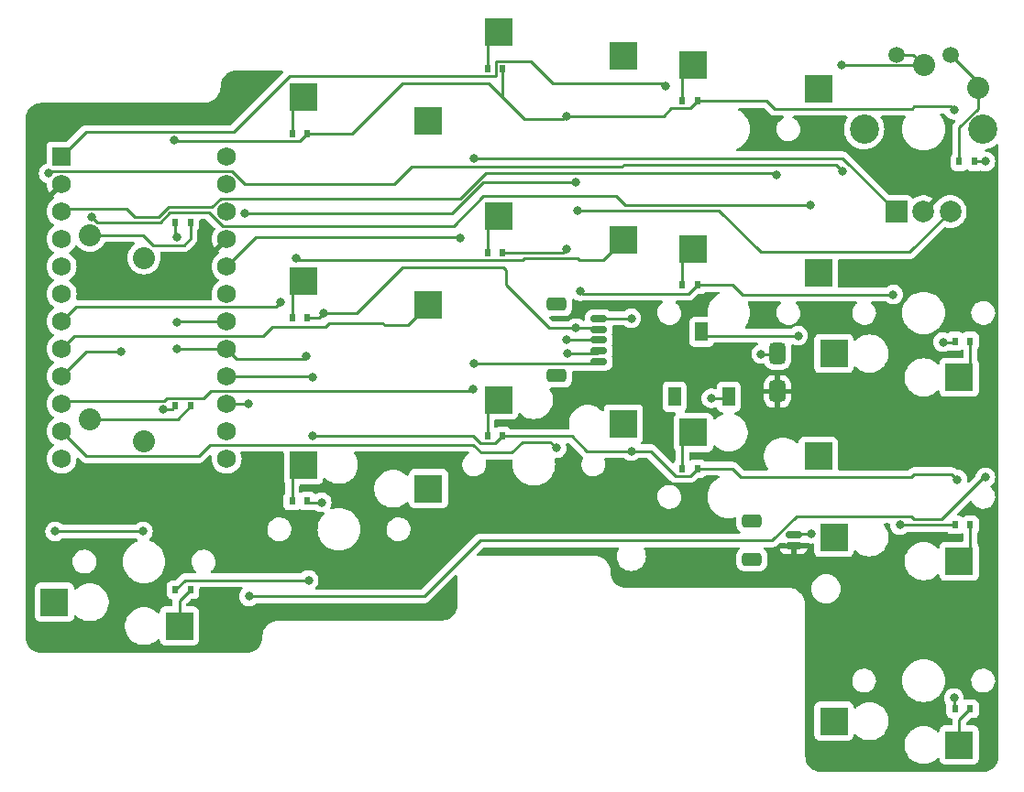
<source format=gbr>
%TF.GenerationSoftware,KiCad,Pcbnew,(7.0.0-0)*%
%TF.CreationDate,2023-06-15T18:29:18+08:00*%
%TF.ProjectId,right,72696768-742e-46b6-9963-61645f706362,v1.0.0*%
%TF.SameCoordinates,Original*%
%TF.FileFunction,Copper,L2,Bot*%
%TF.FilePolarity,Positive*%
%FSLAX46Y46*%
G04 Gerber Fmt 4.6, Leading zero omitted, Abs format (unit mm)*
G04 Created by KiCad (PCBNEW (7.0.0-0)) date 2023-06-15 18:29:18*
%MOMM*%
%LPD*%
G01*
G04 APERTURE LIST*
G04 Aperture macros list*
%AMRoundRect*
0 Rectangle with rounded corners*
0 $1 Rounding radius*
0 $2 $3 $4 $5 $6 $7 $8 $9 X,Y pos of 4 corners*
0 Add a 4 corners polygon primitive as box body*
4,1,4,$2,$3,$4,$5,$6,$7,$8,$9,$2,$3,0*
0 Add four circle primitives for the rounded corners*
1,1,$1+$1,$2,$3*
1,1,$1+$1,$4,$5*
1,1,$1+$1,$6,$7*
1,1,$1+$1,$8,$9*
0 Add four rect primitives between the rounded corners*
20,1,$1+$1,$2,$3,$4,$5,0*
20,1,$1+$1,$4,$5,$6,$7,0*
20,1,$1+$1,$6,$7,$8,$9,0*
20,1,$1+$1,$8,$9,$2,$3,0*%
G04 Aperture macros list end*
%TA.AperFunction,ComponentPad*%
%ADD10C,2.032000*%
%TD*%
%TA.AperFunction,SMDPad,CuDef*%
%ADD11R,0.600000X0.700000*%
%TD*%
%TA.AperFunction,ComponentPad*%
%ADD12R,2.000000X2.000000*%
%TD*%
%TA.AperFunction,ComponentPad*%
%ADD13C,2.000000*%
%TD*%
%TA.AperFunction,ComponentPad*%
%ADD14C,1.500000*%
%TD*%
%TA.AperFunction,ComponentPad*%
%ADD15C,2.701800*%
%TD*%
%TA.AperFunction,SMDPad,CuDef*%
%ADD16R,1.200000X1.800000*%
%TD*%
%TA.AperFunction,SMDPad,CuDef*%
%ADD17RoundRect,0.381000X0.381000X-0.619000X0.381000X0.619000X-0.381000X0.619000X-0.381000X-0.619000X0*%
%TD*%
%TA.AperFunction,SMDPad,CuDef*%
%ADD18RoundRect,0.378000X0.378000X-0.622000X0.378000X0.622000X-0.378000X0.622000X-0.378000X-0.622000X0*%
%TD*%
%TA.AperFunction,ComponentPad*%
%ADD19R,1.752600X1.752600*%
%TD*%
%TA.AperFunction,ComponentPad*%
%ADD20C,1.752600*%
%TD*%
%TA.AperFunction,SMDPad,CuDef*%
%ADD21RoundRect,0.150000X0.625000X-0.150000X0.625000X0.150000X-0.625000X0.150000X-0.625000X-0.150000X0*%
%TD*%
%TA.AperFunction,SMDPad,CuDef*%
%ADD22RoundRect,0.250000X0.650000X-0.350000X0.650000X0.350000X-0.650000X0.350000X-0.650000X-0.350000X0*%
%TD*%
%TA.AperFunction,SMDPad,CuDef*%
%ADD23R,2.600000X2.600000*%
%TD*%
%TA.AperFunction,ComponentPad*%
%ADD24C,0.600000*%
%TD*%
%TA.AperFunction,ViaPad*%
%ADD25C,0.800000*%
%TD*%
%TA.AperFunction,Conductor*%
%ADD26C,0.250000*%
%TD*%
G04 APERTURE END LIST*
D10*
%TO.P,S1,1*%
%TO.N,C4_R0D*%
X-5000000Y30200000D03*
%TO.P,S1,2*%
%TO.N,C4*%
X0Y28100000D03*
%TD*%
D11*
%TO.P,D1,1*%
%TO.N,R0*%
X2899999Y31399999D03*
%TO.P,D1,2*%
%TO.N,C4_R0D*%
X4299999Y31399999D03*
%TD*%
D10*
%TO.P,S2,1*%
%TO.N,C4_R1D*%
X-5000000Y13200000D03*
%TO.P,S2,2*%
%TO.N,C4*%
X0Y11100000D03*
%TD*%
D11*
%TO.P,D2,1*%
%TO.N,R1*%
X2899999Y14399999D03*
%TO.P,D2,2*%
%TO.N,C4_R1D*%
X4299999Y14399999D03*
%TD*%
D12*
%TO.P,ROT1,A*%
%TO.N,P2*%
X69459999Y32379999D03*
D13*
%TO.P,ROT1,C*%
%TO.N,GND*%
X71960000Y32380000D03*
%TO.P,ROT1,B*%
%TO.N,P3*%
X74460000Y32380000D03*
D14*
%TO.P,ROT1,1*%
%TO.N,C0*%
X69460000Y46880000D03*
%TO.P,ROT1,2*%
%TO.N,C0_R3D*%
X74460000Y46880000D03*
D15*
%TO.P,ROT1,*%
%TO.N,*%
X77500000Y40000000D03*
X66500000Y40000000D03*
D10*
%TO.P,ROT1,1*%
%TO.N,C0_R3D*%
X77000000Y43800000D03*
%TO.P,ROT1,2*%
%TO.N,C0*%
X72000000Y45900000D03*
%TD*%
D11*
%TO.P,D3,1*%
%TO.N,R3*%
X76699999Y36999999D03*
%TO.P,D3,2*%
%TO.N,C0_R3D*%
X75299999Y36999999D03*
%TD*%
D16*
%TO.P,SS1,1*%
%TO.N,RAW*%
X53999999Y15249999D03*
%TO.P,SS1,2*%
%TO.N,BSLI*%
X51499999Y21249999D03*
%TO.P,SS1,3*%
%TO.N,three*%
X48999999Y15249999D03*
%TD*%
D17*
%TO.P,SB1,1*%
%TO.N,GND*%
X58500000Y15750000D03*
D18*
%TO.P,SB1,2*%
%TO.N,RST*%
X58500000Y19250000D03*
%TD*%
D19*
%TO.P,MCU1,1*%
%TO.N,RAW*%
X-7619999Y37469999D03*
D20*
%TO.P,MCU1,2*%
%TO.N,GND*%
X-7620000Y34930000D03*
%TO.P,MCU1,3*%
%TO.N,RST*%
X-7620000Y32390000D03*
%TO.P,MCU1,4*%
%TO.N,VCC*%
X-7620000Y29850000D03*
%TO.P,MCU1,5*%
%TO.N,C0*%
X-7620000Y27310000D03*
%TO.P,MCU1,6*%
%TO.N,C1*%
X-7620000Y24770000D03*
%TO.P,MCU1,7*%
%TO.N,C2*%
X-7620000Y22230000D03*
%TO.P,MCU1,8*%
%TO.N,C3*%
X-7620000Y19690000D03*
%TO.P,MCU1,9*%
%TO.N,C4*%
X-7620000Y17150000D03*
%TO.P,MCU1,10*%
%TO.N,C5*%
X-7620000Y14610000D03*
%TO.P,MCU1,11*%
%TO.N,C6*%
X-7620000Y12070000D03*
%TO.P,MCU1,12*%
%TO.N,P10*%
X-7620000Y9530000D03*
%TO.P,MCU1,13*%
%TO.N,P1*%
X7620000Y37470000D03*
%TO.P,MCU1,14*%
%TO.N,P0*%
X7620000Y34930000D03*
%TO.P,MCU1,15*%
%TO.N,GND*%
X7620000Y32390000D03*
%TO.P,MCU1,16*%
X7620000Y29850000D03*
%TO.P,MCU1,17*%
%TO.N,P2*%
X7620000Y27310000D03*
%TO.P,MCU1,18*%
%TO.N,P3*%
X7620000Y24770000D03*
%TO.P,MCU1,19*%
%TO.N,R0*%
X7620000Y22230000D03*
%TO.P,MCU1,20*%
%TO.N,R1*%
X7620000Y19690000D03*
%TO.P,MCU1,21*%
%TO.N,R2*%
X7620000Y17150000D03*
%TO.P,MCU1,22*%
%TO.N,R3*%
X7620000Y14610000D03*
%TO.P,MCU1,23*%
%TO.N,P8*%
X7620000Y12070000D03*
%TO.P,MCU1,24*%
%TO.N,P9*%
X7620000Y9530000D03*
%TD*%
D21*
%TO.P,JB1,2*%
%TO.N,BSLI*%
X60000000Y2500000D03*
%TO.P,JB1,1*%
%TO.N,GND*%
X60000000Y1500000D03*
D22*
%TO.P,JB1,MP*%
%TO.N,N/C*%
X56125000Y3800000D03*
X56125000Y200000D03*
%TD*%
D21*
%TO.P,JC1,5*%
%TO.N,R2*%
X42000000Y22500000D03*
%TO.P,JC1,4*%
%TO.N,R1*%
X42000000Y21500000D03*
%TO.P,JC1,3*%
%TO.N,R0*%
X42000000Y20500000D03*
%TO.P,JC1,2*%
%TO.N,C6*%
X42000000Y19500000D03*
%TO.P,JC1,1*%
%TO.N,C5*%
X42000000Y18500000D03*
D22*
%TO.P,JC1,MP*%
%TO.N,N/C*%
X38125000Y17200000D03*
X38125000Y23800000D03*
%TD*%
D23*
%TO.P,S3,1*%
%TO.N,C0_R0D*%
X75274999Y17049999D03*
%TO.P,S3,2*%
%TO.N,C0*%
X63724999Y19249999D03*
D24*
%TO.P,S3,3*%
%TO.N,C0_R0D*%
X75275000Y17050000D03*
%TO.P,S3,4*%
%TO.N,C0*%
X63725000Y19250000D03*
%TD*%
D11*
%TO.P,D4,1*%
%TO.N,R0*%
X74899999Y20399999D03*
%TO.P,D4,2*%
%TO.N,C0_R0D*%
X76299999Y20399999D03*
%TD*%
D23*
%TO.P,S4,1*%
%TO.N,C0_R1D*%
X75274999Y49999D03*
%TO.P,S4,2*%
%TO.N,C0*%
X63724999Y2249999D03*
D24*
%TO.P,S4,3*%
%TO.N,C0_R1D*%
X75275000Y50000D03*
%TO.P,S4,4*%
%TO.N,C0*%
X63725000Y2250000D03*
%TD*%
D11*
%TO.P,D5,1*%
%TO.N,R1*%
X74899999Y3399999D03*
%TO.P,D5,2*%
%TO.N,C0_R1D*%
X76299999Y3399999D03*
%TD*%
D23*
%TO.P,S5,1*%
%TO.N,C0_R2D*%
X75274999Y-16949999D03*
%TO.P,S5,2*%
%TO.N,C0*%
X63724999Y-14749999D03*
D24*
%TO.P,S5,3*%
%TO.N,C0_R2D*%
X75275000Y-16950000D03*
%TO.P,S5,4*%
%TO.N,C0*%
X63725000Y-14750000D03*
%TD*%
D11*
%TO.P,D6,1*%
%TO.N,R2*%
X74899999Y-13599999D03*
%TO.P,D6,2*%
%TO.N,C0_R2D*%
X76299999Y-13599999D03*
%TD*%
D23*
%TO.P,S6,1*%
%TO.N,C1_R0D*%
X50724999Y45949999D03*
%TO.P,S6,2*%
%TO.N,C1*%
X62274999Y43749999D03*
D24*
%TO.P,S6,3*%
%TO.N,C1_R0D*%
X50725000Y45950000D03*
%TO.P,S6,4*%
%TO.N,C1*%
X62275000Y43750000D03*
%TD*%
D11*
%TO.P,D7,1*%
%TO.N,R0*%
X51099999Y42599999D03*
%TO.P,D7,2*%
%TO.N,C1_R0D*%
X49699999Y42599999D03*
%TD*%
D23*
%TO.P,S7,1*%
%TO.N,C1_R1D*%
X50724999Y28949999D03*
%TO.P,S7,2*%
%TO.N,C1*%
X62274999Y26749999D03*
D24*
%TO.P,S7,3*%
%TO.N,C1_R1D*%
X50725000Y28950000D03*
%TO.P,S7,4*%
%TO.N,C1*%
X62275000Y26750000D03*
%TD*%
D11*
%TO.P,D8,1*%
%TO.N,R1*%
X51099999Y25599999D03*
%TO.P,D8,2*%
%TO.N,C1_R1D*%
X49699999Y25599999D03*
%TD*%
D23*
%TO.P,S8,1*%
%TO.N,C1_R2D*%
X50724999Y11949999D03*
%TO.P,S8,2*%
%TO.N,C1*%
X62274999Y9749999D03*
D24*
%TO.P,S8,3*%
%TO.N,C1_R2D*%
X50725000Y11950000D03*
%TO.P,S8,4*%
%TO.N,C1*%
X62275000Y9750000D03*
%TD*%
D11*
%TO.P,D9,1*%
%TO.N,R2*%
X51099999Y8599999D03*
%TO.P,D9,2*%
%TO.N,C1_R2D*%
X49699999Y8599999D03*
%TD*%
D23*
%TO.P,S9,1*%
%TO.N,C2_R0D*%
X32724999Y48949999D03*
%TO.P,S9,2*%
%TO.N,C2*%
X44274999Y46749999D03*
D24*
%TO.P,S9,3*%
%TO.N,C2_R0D*%
X32725000Y48950000D03*
%TO.P,S9,4*%
%TO.N,C2*%
X44275000Y46750000D03*
%TD*%
D11*
%TO.P,D10,1*%
%TO.N,R0*%
X33099999Y45599999D03*
%TO.P,D10,2*%
%TO.N,C2_R0D*%
X31699999Y45599999D03*
%TD*%
D23*
%TO.P,S10,1*%
%TO.N,C2_R1D*%
X32724999Y31949999D03*
%TO.P,S10,2*%
%TO.N,C2*%
X44274999Y29749999D03*
D24*
%TO.P,S10,3*%
%TO.N,C2_R1D*%
X32725000Y31950000D03*
%TO.P,S10,4*%
%TO.N,C2*%
X44275000Y29750000D03*
%TD*%
D11*
%TO.P,D11,1*%
%TO.N,R1*%
X33099999Y28599999D03*
%TO.P,D11,2*%
%TO.N,C2_R1D*%
X31699999Y28599999D03*
%TD*%
D23*
%TO.P,S11,1*%
%TO.N,C2_R2D*%
X32724999Y14949999D03*
%TO.P,S11,2*%
%TO.N,C2*%
X44274999Y12749999D03*
D24*
%TO.P,S11,3*%
%TO.N,C2_R2D*%
X32725000Y14950000D03*
%TO.P,S11,4*%
%TO.N,C2*%
X44275000Y12750000D03*
%TD*%
D11*
%TO.P,D12,1*%
%TO.N,R2*%
X33099999Y11599999D03*
%TO.P,D12,2*%
%TO.N,C2_R2D*%
X31699999Y11599999D03*
%TD*%
D23*
%TO.P,S12,1*%
%TO.N,C3_R0D*%
X14724999Y42949999D03*
%TO.P,S12,2*%
%TO.N,C3*%
X26274999Y40749999D03*
D24*
%TO.P,S12,3*%
%TO.N,C3_R0D*%
X14725000Y42950000D03*
%TO.P,S12,4*%
%TO.N,C3*%
X26275000Y40750000D03*
%TD*%
D11*
%TO.P,D13,1*%
%TO.N,R0*%
X15099999Y39599999D03*
%TO.P,D13,2*%
%TO.N,C3_R0D*%
X13699999Y39599999D03*
%TD*%
D23*
%TO.P,S13,1*%
%TO.N,C3_R1D*%
X14724999Y25949999D03*
%TO.P,S13,2*%
%TO.N,C3*%
X26274999Y23749999D03*
D24*
%TO.P,S13,3*%
%TO.N,C3_R1D*%
X14725000Y25950000D03*
%TO.P,S13,4*%
%TO.N,C3*%
X26275000Y23750000D03*
%TD*%
D11*
%TO.P,D14,1*%
%TO.N,R1*%
X15099999Y22599999D03*
%TO.P,D14,2*%
%TO.N,C3_R1D*%
X13699999Y22599999D03*
%TD*%
D23*
%TO.P,S14,1*%
%TO.N,C3_R2D*%
X14724999Y8949999D03*
%TO.P,S14,2*%
%TO.N,C3*%
X26274999Y6749999D03*
D24*
%TO.P,S14,3*%
%TO.N,C3_R2D*%
X14725000Y8950000D03*
%TO.P,S14,4*%
%TO.N,C3*%
X26275000Y6750000D03*
%TD*%
D11*
%TO.P,D15,1*%
%TO.N,R2*%
X15099999Y5599999D03*
%TO.P,D15,2*%
%TO.N,C3_R2D*%
X13699999Y5599999D03*
%TD*%
D23*
%TO.P,S15,1*%
%TO.N,C4_R2D*%
X3274999Y-5949999D03*
%TO.P,S15,2*%
%TO.N,C4*%
X-8274999Y-3749999D03*
D24*
%TO.P,S15,3*%
%TO.N,C4_R2D*%
X3275000Y-5950000D03*
%TO.P,S15,4*%
%TO.N,C4*%
X-8275000Y-3750000D03*
%TD*%
D11*
%TO.P,D16,1*%
%TO.N,R2*%
X2899999Y-2599999D03*
%TO.P,D16,2*%
%TO.N,C4_R2D*%
X4299999Y-2599999D03*
%TD*%
D25*
%TO.N,C4*%
X-2100000Y19400000D03*
X-100000Y2800000D03*
X-8200000Y2800000D03*
%TO.N,R0*%
X2800000Y39000000D03*
X73800000Y20300000D03*
X39000000Y41200000D03*
X39000000Y20500000D03*
X74800000Y41800000D03*
X3000000Y22100000D03*
X3000000Y30000000D03*
%TO.N,R1*%
X1800000Y14100000D03*
X39024500Y28900000D03*
X40300000Y25000000D03*
X69800000Y3400000D03*
X15000000Y19000000D03*
X3000000Y19700000D03*
X16600000Y23000000D03*
X39900000Y21600000D03*
X69200000Y24700000D03*
%TO.N,C0*%
X64475000Y36100000D03*
X64400000Y45900000D03*
X-8800000Y35900000D03*
%TO.N,P2*%
X30500000Y37300000D03*
X29200000Y29900000D03*
%TO.N,P3*%
X40000000Y32500000D03*
X9300000Y32200000D03*
X39900000Y35100000D03*
%TO.N,R3*%
X9700000Y-3200000D03*
X9600000Y14600000D03*
X77700000Y37000000D03*
X77700000Y7800000D03*
%TO.N,RAW*%
X48200000Y44000000D03*
X52400000Y15100000D03*
%TO.N,BSLI*%
X61600000Y2600000D03*
X60400000Y20900000D03*
%TO.N,RST*%
X57000000Y19200000D03*
X58400000Y35800000D03*
%TO.N,C1*%
X61525000Y33000000D03*
X-4800000Y31910500D03*
%TO.N,C2*%
X12600000Y24000000D03*
X14050000Y28050000D03*
%TO.N,C5*%
X30400000Y16000000D03*
X30500000Y18300000D03*
%TO.N,C6*%
X38100000Y10500000D03*
X39100000Y19300000D03*
%TO.N,R2*%
X15600000Y17100000D03*
X44999500Y22500000D03*
X15600000Y11600000D03*
X74800000Y-12600000D03*
X15200000Y-1700000D03*
X75100000Y7600000D03*
X45000000Y10225900D03*
X16400000Y5500000D03*
%TD*%
D26*
%TO.N,C4*%
X-2100000Y19400000D02*
X-5370000Y19400000D01*
X-5370000Y19400000D02*
X-7620000Y17150000D01*
X-100000Y2800000D02*
X-8200000Y2800000D01*
%TO.N,C4_R0D*%
X825000Y29275000D02*
X-100000Y30200000D01*
X-100000Y30200000D02*
X-5000000Y30200000D01*
X4300000Y29900000D02*
X3675000Y29275000D01*
X3675000Y29275000D02*
X825000Y29275000D01*
X4300000Y31400000D02*
X4300000Y29900000D01*
%TO.N,R0*%
X47966316Y41200000D02*
X39000000Y41200000D01*
X31819101Y44225900D02*
X33100000Y42945001D01*
X57498350Y42600000D02*
X58223350Y41875000D01*
X2900000Y31400000D02*
X2900000Y30100000D01*
X14425000Y38925000D02*
X2875000Y38925000D01*
X73800000Y20300000D02*
X74800000Y20300000D01*
X70920001Y41875000D02*
X71134501Y42089500D01*
X19198350Y39600000D02*
X23824250Y44225900D01*
X33100000Y42945001D02*
X35134501Y40910500D01*
X74800000Y20300000D02*
X74900000Y20400000D01*
X2875000Y38925000D02*
X2800000Y39000000D01*
X15100000Y39600000D02*
X19198350Y39600000D01*
X51100000Y42600000D02*
X50425000Y41925000D01*
X48691316Y41925000D02*
X47966316Y41200000D01*
X35134501Y40910500D02*
X38710500Y40910500D01*
X15100000Y39600000D02*
X14425000Y38925000D01*
X51100000Y42600000D02*
X57498350Y42600000D01*
X58223350Y41875000D02*
X70920001Y41875000D01*
X71134501Y42089500D02*
X74510500Y42089500D01*
X23824250Y44225900D02*
X31819101Y44225900D01*
X38710500Y40910500D02*
X39000000Y41200000D01*
X33100000Y45600000D02*
X33100000Y42945001D01*
X2900000Y30100000D02*
X3000000Y30000000D01*
X74510500Y42089500D02*
X74800000Y41800000D01*
X39000000Y20500000D02*
X42000000Y20500000D01*
X3000000Y22100000D02*
X3130000Y22230000D01*
X50425000Y41925000D02*
X48691316Y41925000D01*
X3130000Y22230000D02*
X7620000Y22230000D01*
%TO.N,C4_R1D*%
X3100000Y13200000D02*
X4300000Y14400000D01*
X-5000000Y13200000D02*
X3100000Y13200000D01*
%TO.N,R1*%
X16600000Y23000000D02*
X19598350Y23000000D01*
X54354999Y25600000D02*
X51100000Y25600000D01*
X7620000Y19690000D02*
X8535900Y18774100D01*
X38724500Y28600000D02*
X33100000Y28600000D01*
X40525900Y24774100D02*
X40300000Y25000000D01*
X33400000Y27000000D02*
X33400000Y25645001D01*
X14774100Y18774100D02*
X15000000Y19000000D01*
X8535900Y18774100D02*
X14774100Y18774100D01*
X41900000Y21600000D02*
X42000000Y21500000D01*
X19598350Y23000000D02*
X23824250Y27225900D01*
X23824250Y27225900D02*
X33174100Y27225900D01*
X7620000Y19690000D02*
X3010000Y19690000D01*
X69200000Y24700000D02*
X55254999Y24700000D01*
X51100000Y25600000D02*
X50274100Y24774100D01*
X15100000Y22600000D02*
X16200000Y22600000D01*
X1800000Y14100000D02*
X2600000Y14100000D01*
X37445001Y21600000D02*
X39900000Y21600000D01*
X16200000Y22600000D02*
X16600000Y23000000D01*
X50274100Y24774100D02*
X40525900Y24774100D01*
X39900000Y21600000D02*
X41900000Y21600000D01*
X33400000Y25645001D02*
X37445001Y21600000D01*
X39024500Y28900000D02*
X38724500Y28600000D01*
X3010000Y19690000D02*
X3000000Y19700000D01*
X55254999Y24700000D02*
X54354999Y25600000D01*
X74900000Y3400000D02*
X69800000Y3400000D01*
X2600000Y14100000D02*
X2900000Y14400000D01*
X33174100Y27225900D02*
X33400000Y27000000D01*
%TO.N,C0*%
X72000000Y45900000D02*
X64400000Y45900000D01*
X69460000Y46880000D02*
X71020000Y46880000D01*
X24733684Y36500000D02*
X23144184Y34910500D01*
X44314035Y36700000D02*
X44114035Y36500000D01*
X-8568700Y36131300D02*
X-8800000Y35900000D01*
X9338395Y34910500D02*
X8117595Y36131300D01*
X44114035Y36500000D02*
X24733684Y36500000D01*
X23144184Y34910500D02*
X9338395Y34910500D01*
X64475000Y36100000D02*
X63875000Y36700000D01*
X63875000Y36700000D02*
X44314035Y36700000D01*
X71020000Y46880000D02*
X72000000Y45900000D01*
X8117595Y36131300D02*
X-8568700Y36131300D01*
%TO.N,C0_R3D*%
X74460000Y46880000D02*
X77000000Y44340000D01*
X77000000Y44340000D02*
X77000000Y43800000D01*
X77000000Y41870081D02*
X77000000Y43800000D01*
X75300000Y40170081D02*
X77000000Y41870081D01*
X75300000Y37000000D02*
X75300000Y40170081D01*
%TO.N,P2*%
X10285000Y29975000D02*
X29125000Y29975000D01*
X30500000Y37300000D02*
X64540000Y37300000D01*
X29125000Y29975000D02*
X29200000Y29900000D01*
X7620000Y27310000D02*
X10285000Y29975000D01*
X64540000Y37300000D02*
X69460000Y32380000D01*
%TO.N,P3*%
X31336396Y35100000D02*
X28436396Y32200000D01*
X56976650Y28625000D02*
X53101650Y32500000D01*
X70705000Y28625000D02*
X56976650Y28625000D01*
X28436396Y32200000D02*
X9300000Y32200000D01*
X53101650Y32500000D02*
X40000000Y32500000D01*
X39900000Y35100000D02*
X31336396Y35100000D01*
X74460000Y32380000D02*
X70705000Y28625000D01*
%TO.N,R3*%
X77700000Y37000000D02*
X76700000Y37000000D01*
X9590000Y14610000D02*
X9600000Y14600000D01*
X60253249Y4200000D02*
X70845001Y4200000D01*
X77566316Y7800000D02*
X77700000Y7800000D01*
X7620000Y14610000D02*
X9590000Y14610000D01*
X70845001Y4200000D02*
X71134501Y3910500D01*
X9700000Y-3200000D02*
X25886156Y-3200000D01*
X73676816Y3910500D02*
X77566316Y7800000D01*
X58028249Y1975000D02*
X60253249Y4200000D01*
X71134501Y3910500D02*
X73676816Y3910500D01*
X31061156Y1975000D02*
X58028249Y1975000D01*
X25886156Y-3200000D02*
X31061156Y1975000D01*
%TO.N,RAW*%
X35679999Y46275000D02*
X37729099Y44225900D01*
X37729099Y44225900D02*
X47974100Y44225900D01*
X52400000Y15100000D02*
X53850000Y15100000D01*
X32475000Y44925000D02*
X32475000Y46275000D01*
X47974100Y44225900D02*
X48200000Y44000000D01*
X-7620000Y37470000D02*
X-5365000Y39725000D01*
X-5365000Y39725000D02*
X8250000Y39725000D01*
X53850000Y15100000D02*
X54000000Y15250000D01*
X8250000Y39725000D02*
X13450000Y44925000D01*
X32475000Y46275000D02*
X35679999Y46275000D01*
X13450000Y44925000D02*
X32475000Y44925000D01*
%TO.N,BSLI*%
X61600000Y2600000D02*
X60100000Y2600000D01*
X51850000Y20900000D02*
X60400000Y20900000D01*
X51500000Y21250000D02*
X51850000Y20900000D01*
X60100000Y2600000D02*
X60000000Y2500000D01*
%TO.N,RST*%
X58450000Y19200000D02*
X58500000Y19250000D01*
X7100000Y33600000D02*
X29200000Y33600000D01*
X2237704Y32774100D02*
X6274100Y32774100D01*
X31575000Y35975000D02*
X58225000Y35975000D01*
X-865499Y31910500D02*
X1374104Y31910500D01*
X-7374500Y32635500D02*
X-1590499Y32635500D01*
X-7620000Y32390000D02*
X-7374500Y32635500D01*
X-1590499Y32635500D02*
X-865499Y31910500D01*
X58225000Y35975000D02*
X58400000Y35800000D01*
X1374104Y31910500D02*
X2237704Y32774100D01*
X57000000Y19200000D02*
X58450000Y19200000D01*
X6274100Y32774100D02*
X7100000Y33600000D01*
X29200000Y33600000D02*
X31575000Y35975000D01*
%TO.N,C1*%
X-4289500Y31400000D02*
X1500000Y31400000D01*
X1500000Y31400000D02*
X2400000Y32300000D01*
X31350000Y33825000D02*
X43589035Y33825000D01*
X7259805Y31051300D02*
X28576300Y31051300D01*
X6011105Y32300000D02*
X7259805Y31051300D01*
X28576300Y31051300D02*
X31350000Y33825000D01*
X44414035Y33000000D02*
X61525000Y33000000D01*
X43589035Y33825000D02*
X44414035Y33000000D01*
X-4800000Y31910500D02*
X-4289500Y31400000D01*
X2400000Y32300000D02*
X6011105Y32300000D01*
%TO.N,C2*%
X42400000Y27875000D02*
X44275000Y29750000D01*
X14050000Y28050000D02*
X14200000Y27900000D01*
X39998350Y28100000D02*
X40223350Y27875000D01*
X34945001Y27900000D02*
X35145001Y28100000D01*
X40223350Y27875000D02*
X42400000Y27875000D01*
X-6281300Y23568700D02*
X9093700Y23568700D01*
X14200000Y27900000D02*
X34945001Y27900000D01*
X35145001Y28100000D02*
X39998350Y28100000D01*
X9093700Y23568700D02*
X12168700Y23568700D01*
X12168700Y23568700D02*
X12600000Y24000000D01*
X-7620000Y22230000D02*
X-6281300Y23568700D01*
%TO.N,C3*%
X22008850Y22089500D02*
X22223350Y21875000D01*
X-7620000Y19690000D02*
X-6418700Y20891300D01*
X17134501Y22089500D02*
X22008850Y22089500D01*
X-6418700Y20891300D02*
X11008700Y20891300D01*
X22223350Y21875000D02*
X24400000Y21875000D01*
X11008700Y20891300D02*
X11844900Y21727500D01*
X11844900Y21727500D02*
X16772501Y21727500D01*
X16772501Y21727500D02*
X17134501Y22089500D01*
X24400000Y21875000D02*
X26275000Y23750000D01*
%TO.N,C5*%
X30211300Y15811300D02*
X30400000Y16000000D01*
X-7405000Y14825000D02*
X1825000Y14825000D01*
X30500000Y18300000D02*
X41800000Y18300000D01*
X5456105Y15075000D02*
X6192405Y15811300D01*
X-7620000Y14610000D02*
X-7405000Y14825000D01*
X41800000Y18300000D02*
X42000000Y18500000D01*
X1825000Y14825000D02*
X2075000Y15075000D01*
X6192405Y15811300D02*
X30211300Y15811300D01*
X2075000Y15075000D02*
X5456105Y15075000D01*
%TO.N,C6*%
X41800000Y19300000D02*
X42000000Y19500000D01*
X6125000Y10825000D02*
X5059000Y9759000D01*
X34952101Y11089500D02*
X33962601Y10100000D01*
X37510500Y11089500D02*
X34952101Y11089500D01*
X-5309000Y9759000D02*
X-7620000Y12070000D01*
X39100000Y19300000D02*
X41800000Y19300000D01*
X5059000Y9759000D02*
X-5309000Y9759000D01*
X33962601Y10100000D02*
X31133684Y10100000D01*
X30408684Y10825000D02*
X6125000Y10825000D01*
X31133684Y10100000D02*
X30408684Y10825000D01*
X38100000Y10500000D02*
X37510500Y11089500D01*
%TO.N,R2*%
X45000000Y10225900D02*
X46774100Y10225900D01*
X15550000Y17150000D02*
X15600000Y17100000D01*
X16400000Y5500000D02*
X15200000Y5500000D01*
X7620000Y17150000D02*
X15550000Y17150000D01*
X30400000Y11600000D02*
X15600000Y11600000D01*
X54354999Y8600000D02*
X55127499Y7827500D01*
X46774100Y10225900D02*
X49075000Y7925000D01*
X51100000Y8600000D02*
X54354999Y8600000D01*
X55127499Y7827500D02*
X70872501Y7827500D01*
X74800000Y-13500000D02*
X74900000Y-13600000D01*
X74800000Y-12600000D02*
X74800000Y-13500000D01*
X15200000Y5500000D02*
X15100000Y5600000D01*
X33100000Y11600000D02*
X39498350Y11600000D01*
X40872450Y10225900D02*
X45000000Y10225900D01*
X32425000Y10925000D02*
X31075000Y10925000D01*
X70872501Y7827500D02*
X71134501Y8089500D01*
X31075000Y10925000D02*
X30400000Y11600000D01*
X39498350Y11600000D02*
X40872450Y10225900D01*
X49075000Y7925000D02*
X50425000Y7925000D01*
X74610500Y8089500D02*
X75100000Y7600000D01*
X3800000Y-1700000D02*
X15200000Y-1700000D01*
X33100000Y11600000D02*
X32425000Y10925000D01*
X2900000Y-2600000D02*
X3800000Y-1700000D01*
X42000000Y22500000D02*
X44999500Y22500000D01*
X71134501Y8089500D02*
X74610500Y8089500D01*
X50425000Y7925000D02*
X51100000Y8600000D01*
%TO.N,C0_R0D*%
X76300000Y20400000D02*
X76300000Y18075000D01*
X76300000Y18075000D02*
X75275000Y17050000D01*
%TO.N,C0_R1D*%
X76300000Y3400000D02*
X76300000Y1075000D01*
X76300000Y1075000D02*
X75275000Y50000D01*
%TO.N,C0_R2D*%
X75275000Y-14625000D02*
X76300000Y-13600000D01*
X75275000Y-16950000D02*
X75275000Y-14625000D01*
%TO.N,C1_R0D*%
X49700000Y42600000D02*
X49700000Y44925000D01*
X49700000Y44925000D02*
X50725000Y45950000D01*
%TO.N,C1_R1D*%
X49700000Y25600000D02*
X49700000Y27925000D01*
X49700000Y27925000D02*
X50725000Y28950000D01*
%TO.N,C1_R2D*%
X49700000Y10925000D02*
X50725000Y11950000D01*
X49700000Y8600000D02*
X49700000Y10925000D01*
%TO.N,C2_R0D*%
X31700000Y45600000D02*
X31700000Y47925000D01*
X31700000Y47925000D02*
X32725000Y48950000D01*
%TO.N,C2_R1D*%
X31700000Y30925000D02*
X32725000Y31950000D01*
X31700000Y28600000D02*
X31700000Y30925000D01*
%TO.N,C2_R2D*%
X31700000Y11600000D02*
X31700000Y13925000D01*
X31700000Y13925000D02*
X32725000Y14950000D01*
%TO.N,C3_R0D*%
X13700000Y41925000D02*
X14725000Y42950000D01*
X13700000Y39600000D02*
X13700000Y41925000D01*
%TO.N,C3_R1D*%
X13700000Y22600000D02*
X13700000Y24925000D01*
X13700000Y24925000D02*
X14725000Y25950000D01*
%TO.N,C3_R2D*%
X13700000Y5600000D02*
X13700000Y7925000D01*
X13700000Y7925000D02*
X14725000Y8950000D01*
%TO.N,C4_R2D*%
X3275000Y-3625000D02*
X4300000Y-2600000D01*
X3275000Y-5950000D02*
X3275000Y-3625000D01*
%TD*%
%TA.AperFunction,Conductor*%
%TO.N,GND*%
G36*
X57232037Y41957061D02*
G01*
X57272265Y41930181D01*
X57719650Y41482794D01*
X57727249Y41474443D01*
X57731350Y41467982D01*
X57737035Y41462642D01*
X57737038Y41462640D01*
X57781019Y41421338D01*
X57783811Y41418633D01*
X57803580Y41398865D01*
X57806652Y41396481D01*
X57806656Y41396478D01*
X57806858Y41396322D01*
X57815720Y41388752D01*
X57839168Y41366734D01*
X57848029Y41358414D01*
X57854857Y41354659D01*
X57854860Y41354658D01*
X57865917Y41348579D01*
X57882169Y41337903D01*
X57892141Y41330168D01*
X57892152Y41330160D01*
X57898309Y41325386D01*
X57905460Y41322291D01*
X57905466Y41322288D01*
X57938978Y41307786D01*
X57949465Y41302648D01*
X57981448Y41285065D01*
X57981456Y41285061D01*
X57988290Y41281305D01*
X57995841Y41279366D01*
X57995849Y41279363D01*
X58008072Y41276225D01*
X58026469Y41269926D01*
X58045205Y41261819D01*
X58052903Y41260599D01*
X58052909Y41260598D01*
X58088961Y41254888D01*
X58100395Y41252520D01*
X58135767Y41243438D01*
X58135776Y41243436D01*
X58143320Y41241500D01*
X58163735Y41241500D01*
X58183133Y41239973D01*
X58195583Y41238001D01*
X58195584Y41238000D01*
X58203293Y41236780D01*
X58211058Y41237514D01*
X58211061Y41237514D01*
X58247408Y41240950D01*
X58259077Y41241500D01*
X58993424Y41241500D01*
X59056443Y41224292D01*
X59101972Y41177444D01*
X59117373Y41113959D01*
X59098373Y41051457D01*
X59050245Y41007285D01*
X58901830Y40930771D01*
X58736490Y40800747D01*
X58732621Y40796282D01*
X58626471Y40673778D01*
X58598745Y40641781D01*
X58493574Y40459619D01*
X58491641Y40454035D01*
X58491639Y40454030D01*
X58426709Y40266427D01*
X58426707Y40266421D01*
X58424778Y40260846D01*
X58423938Y40255007D01*
X58423937Y40255001D01*
X58395682Y40058484D01*
X58395681Y40058478D01*
X58394843Y40052645D01*
X58395123Y40046760D01*
X58395123Y40046753D01*
X58403617Y39868460D01*
X58404852Y39842541D01*
X58406243Y39836803D01*
X58406244Y39836803D01*
X58450222Y39655521D01*
X58454442Y39638129D01*
X58456893Y39632760D01*
X58456897Y39632751D01*
X58539363Y39452175D01*
X58539367Y39452166D01*
X58541821Y39446795D01*
X58545247Y39441983D01*
X58545251Y39441977D01*
X58660400Y39280273D01*
X58660404Y39280267D01*
X58663831Y39275456D01*
X58668104Y39271381D01*
X58668109Y39271376D01*
X58811632Y39134528D01*
X58816063Y39130303D01*
X58821026Y39127113D01*
X58821028Y39127112D01*
X58988043Y39019778D01*
X58988048Y39019775D01*
X58993014Y39016584D01*
X58998498Y39014388D01*
X58998501Y39014387D01*
X59182799Y38940604D01*
X59182803Y38940602D01*
X59188288Y38938407D01*
X59194088Y38937289D01*
X59194092Y38937288D01*
X59389031Y38899717D01*
X59389035Y38899716D01*
X59394829Y38898600D01*
X59549514Y38898600D01*
X59552468Y38898600D01*
X59555397Y38898879D01*
X59555403Y38898880D01*
X59703508Y38913022D01*
X59703512Y38913022D01*
X59709389Y38913584D01*
X59715058Y38915248D01*
X59715060Y38915249D01*
X59905545Y38971180D01*
X59905548Y38971181D01*
X59911211Y38972844D01*
X59928052Y38981526D01*
X60092920Y39066522D01*
X60092923Y39066524D01*
X60098170Y39069229D01*
X60193723Y39144372D01*
X60258864Y39195599D01*
X60258866Y39195601D01*
X60263510Y39199253D01*
X60348463Y39297294D01*
X60397388Y39353756D01*
X60397388Y39353757D01*
X60401255Y39358219D01*
X60506426Y39540381D01*
X60575222Y39739154D01*
X60605157Y39947355D01*
X60595148Y40157459D01*
X60545558Y40361871D01*
X60458179Y40553205D01*
X60336169Y40724544D01*
X60183937Y40869697D01*
X60006986Y40983416D01*
X59959607Y41002383D01*
X59906076Y41043663D01*
X59882151Y41106889D01*
X59894945Y41173268D01*
X59940655Y41223073D01*
X60005696Y41241500D01*
X64858976Y41241500D01*
X64924143Y41222995D01*
X64969860Y41173004D01*
X64982482Y41106447D01*
X64958244Y41043192D01*
X64931777Y41007836D01*
X64929651Y41003942D01*
X64929650Y41003941D01*
X64806433Y40778285D01*
X64806430Y40778278D01*
X64804310Y40774396D01*
X64802762Y40770247D01*
X64802762Y40770246D01*
X64721021Y40551090D01*
X64711361Y40525192D01*
X64708329Y40511255D01*
X64655766Y40269629D01*
X64655764Y40269621D01*
X64654824Y40265296D01*
X64654508Y40260882D01*
X64654507Y40260873D01*
X64640603Y40066463D01*
X64635850Y40000000D01*
X64636166Y39995582D01*
X64654507Y39739126D01*
X64654508Y39739115D01*
X64654824Y39734704D01*
X64655764Y39730380D01*
X64655766Y39730370D01*
X64691995Y39563832D01*
X64711361Y39474808D01*
X64712903Y39470672D01*
X64712906Y39470664D01*
X64802762Y39229753D01*
X64804310Y39225604D01*
X64806427Y39221726D01*
X64806433Y39221714D01*
X64929650Y38996058D01*
X64929654Y38996050D01*
X64931777Y38992164D01*
X64934434Y38988614D01*
X64934437Y38988610D01*
X65088510Y38782792D01*
X65088515Y38782785D01*
X65091169Y38779241D01*
X65094299Y38776110D01*
X65094306Y38776103D01*
X65276103Y38594306D01*
X65276110Y38594299D01*
X65279241Y38591169D01*
X65282785Y38588515D01*
X65282792Y38588510D01*
X65488610Y38434437D01*
X65488614Y38434434D01*
X65492164Y38431777D01*
X65496050Y38429654D01*
X65496058Y38429650D01*
X65721714Y38306433D01*
X65721726Y38306427D01*
X65725604Y38304310D01*
X65729747Y38302764D01*
X65729753Y38302762D01*
X65970664Y38212906D01*
X65970672Y38212903D01*
X65974808Y38211361D01*
X65979130Y38210420D01*
X65979133Y38210420D01*
X66230370Y38155766D01*
X66230380Y38155764D01*
X66234704Y38154824D01*
X66239115Y38154508D01*
X66239126Y38154507D01*
X66495582Y38136166D01*
X66500000Y38135850D01*
X66504418Y38136166D01*
X66760873Y38154507D01*
X66760882Y38154508D01*
X66765296Y38154824D01*
X66769621Y38155764D01*
X66769629Y38155766D01*
X67002653Y38206458D01*
X67025192Y38211361D01*
X67029331Y38212904D01*
X67029335Y38212906D01*
X67270246Y38302762D01*
X67270247Y38302762D01*
X67274396Y38304310D01*
X67278278Y38306430D01*
X67278285Y38306433D01*
X67503941Y38429650D01*
X67503942Y38429651D01*
X67507836Y38431777D01*
X67720759Y38591169D01*
X67908831Y38779241D01*
X68068223Y38992164D01*
X68195690Y39225604D01*
X68288639Y39474808D01*
X68345176Y39734704D01*
X68364150Y40000000D01*
X68345176Y40265296D01*
X68288639Y40525192D01*
X68195690Y40774396D01*
X68068223Y41007836D01*
X68041755Y41043192D01*
X68017518Y41106447D01*
X68030140Y41173004D01*
X68075857Y41222995D01*
X68141024Y41241500D01*
X70230061Y41241500D01*
X70291421Y41225254D01*
X70336703Y41180773D01*
X70354041Y41119713D01*
X70338893Y41058073D01*
X70304184Y40994509D01*
X70210131Y40822264D01*
X70210128Y40822257D01*
X70208008Y40818375D01*
X70206462Y40814232D01*
X70206460Y40814226D01*
X70113015Y40563689D01*
X70109781Y40555018D01*
X70108840Y40550692D01*
X70050975Y40284696D01*
X70050973Y40284687D01*
X70050033Y40280363D01*
X70049717Y40275949D01*
X70049716Y40275940D01*
X70034215Y40059201D01*
X70029981Y40000000D01*
X70030297Y39995582D01*
X70049716Y39724059D01*
X70049717Y39724048D01*
X70050033Y39719637D01*
X70050973Y39715314D01*
X70050975Y39715303D01*
X70104194Y39470664D01*
X70109781Y39444982D01*
X70111323Y39440845D01*
X70111326Y39440838D01*
X70206460Y39185773D01*
X70206464Y39185762D01*
X70208008Y39181625D01*
X70210125Y39177747D01*
X70210131Y39177735D01*
X70340588Y38938821D01*
X70340592Y38938813D01*
X70342715Y38934927D01*
X70345372Y38931377D01*
X70345375Y38931373D01*
X70508500Y38713463D01*
X70508505Y38713456D01*
X70511159Y38709912D01*
X70514289Y38706781D01*
X70514296Y38706774D01*
X70706774Y38514296D01*
X70706781Y38514289D01*
X70709912Y38511159D01*
X70713456Y38508505D01*
X70713463Y38508500D01*
X70931373Y38345375D01*
X70931377Y38345372D01*
X70934927Y38342715D01*
X70938813Y38340592D01*
X70938821Y38340588D01*
X71177735Y38210131D01*
X71177747Y38210125D01*
X71181625Y38208008D01*
X71185762Y38206464D01*
X71185773Y38206460D01*
X71440838Y38111326D01*
X71440845Y38111323D01*
X71444982Y38109781D01*
X71449305Y38108840D01*
X71449307Y38108840D01*
X71715303Y38050975D01*
X71715314Y38050973D01*
X71719637Y38050033D01*
X71724048Y38049717D01*
X71724059Y38049716D01*
X71927614Y38035158D01*
X71927617Y38035157D01*
X71929825Y38035000D01*
X72067960Y38035000D01*
X72070175Y38035000D01*
X72072383Y38035157D01*
X72072385Y38035158D01*
X72275940Y38049716D01*
X72275949Y38049717D01*
X72280363Y38050033D01*
X72284687Y38050973D01*
X72284696Y38050975D01*
X72550692Y38108840D01*
X72555018Y38109781D01*
X72559157Y38111325D01*
X72559161Y38111326D01*
X72814226Y38206460D01*
X72814232Y38206462D01*
X72818375Y38208008D01*
X72822257Y38210128D01*
X72822264Y38210131D01*
X73061178Y38340588D01*
X73061179Y38340589D01*
X73065073Y38342715D01*
X73290088Y38511159D01*
X73488841Y38709912D01*
X73657285Y38934927D01*
X73784916Y39168667D01*
X73789868Y39177735D01*
X73789868Y39177736D01*
X73791992Y39181625D01*
X73890219Y39444982D01*
X73949967Y39719637D01*
X73970019Y40000000D01*
X73949967Y40280363D01*
X73890219Y40555018D01*
X73791992Y40818375D01*
X73657285Y41065073D01*
X73525625Y41240950D01*
X73513094Y41257690D01*
X73488855Y41320948D01*
X73501477Y41387505D01*
X73547194Y41437495D01*
X73612361Y41456000D01*
X73877972Y41456000D01*
X73939972Y41439387D01*
X73985359Y41394000D01*
X74057711Y41268682D01*
X74057714Y41268676D01*
X74060960Y41263056D01*
X74065306Y41258228D01*
X74065307Y41258228D01*
X74184400Y41125961D01*
X74184403Y41125957D01*
X74188747Y41121134D01*
X74193991Y41117323D01*
X74194000Y41117316D01*
X74337993Y41012699D01*
X74337999Y41012695D01*
X74343248Y41008882D01*
X74349174Y41006243D01*
X74349182Y41006239D01*
X74511773Y40933849D01*
X74511782Y40933845D01*
X74517712Y40931206D01*
X74524061Y40929856D01*
X74524072Y40929853D01*
X74698150Y40892852D01*
X74698154Y40892851D01*
X74704513Y40891500D01*
X74711016Y40891500D01*
X74826152Y40891500D01*
X74882447Y40877985D01*
X74926470Y40840385D01*
X74948625Y40786898D01*
X74944083Y40729182D01*
X74913833Y40679819D01*
X74907792Y40673778D01*
X74899444Y40666181D01*
X74892982Y40662081D01*
X74887642Y40656395D01*
X74887640Y40656393D01*
X74846340Y40612412D01*
X74843629Y40609615D01*
X74823865Y40589851D01*
X74821474Y40586770D01*
X74821473Y40586768D01*
X74821317Y40586567D01*
X74813746Y40577705D01*
X74788754Y40551090D01*
X74788749Y40551084D01*
X74783414Y40545402D01*
X74779658Y40538569D01*
X74779653Y40538563D01*
X74773576Y40527510D01*
X74762899Y40511255D01*
X74755170Y40501290D01*
X74750386Y40495122D01*
X74737238Y40464739D01*
X74732789Y40454457D01*
X74727649Y40443966D01*
X74706305Y40405141D01*
X74704365Y40397585D01*
X74701228Y40385367D01*
X74694926Y40366962D01*
X74689918Y40355390D01*
X74689915Y40355382D01*
X74686819Y40348226D01*
X74685598Y40340521D01*
X74685598Y40340519D01*
X74679887Y40304462D01*
X74677521Y40293036D01*
X74666500Y40250111D01*
X74666500Y40242309D01*
X74666500Y40229696D01*
X74664973Y40210298D01*
X74661780Y40190138D01*
X74662514Y40182372D01*
X74662514Y40182369D01*
X74665950Y40146023D01*
X74666500Y40134354D01*
X74666500Y37792600D01*
X74657061Y37745147D01*
X74636083Y37713751D01*
X74636739Y37713261D01*
X74549111Y37596204D01*
X74546012Y37587896D01*
X74546011Y37587894D01*
X74500719Y37466463D01*
X74500717Y37466458D01*
X74498011Y37459201D01*
X74491500Y37398638D01*
X74491500Y36601362D01*
X74491852Y36598082D01*
X74491853Y36598075D01*
X74497182Y36548505D01*
X74497182Y36548500D01*
X74498011Y36540799D01*
X74500717Y36533543D01*
X74500719Y36533536D01*
X74546011Y36412105D01*
X74546013Y36412099D01*
X74549111Y36403796D01*
X74554423Y36396698D01*
X74554426Y36396695D01*
X74631426Y36293835D01*
X74631429Y36293831D01*
X74636739Y36286739D01*
X74643831Y36281429D01*
X74643835Y36281426D01*
X74746695Y36204426D01*
X74746697Y36204425D01*
X74753796Y36199111D01*
X74762099Y36196013D01*
X74762105Y36196011D01*
X74883536Y36150719D01*
X74883543Y36150717D01*
X74890799Y36148011D01*
X74898500Y36147182D01*
X74898505Y36147182D01*
X74948075Y36141853D01*
X74948082Y36141852D01*
X74951362Y36141500D01*
X75645328Y36141500D01*
X75648638Y36141500D01*
X75651918Y36141852D01*
X75651924Y36141853D01*
X75701494Y36147182D01*
X75701497Y36147182D01*
X75709201Y36148011D01*
X75716458Y36150717D01*
X75716463Y36150719D01*
X75837894Y36196011D01*
X75837896Y36196012D01*
X75846204Y36199111D01*
X75855726Y36206239D01*
X75925690Y36258613D01*
X75973642Y36280511D01*
X76026358Y36280511D01*
X76074310Y36258613D01*
X76146696Y36204425D01*
X76146700Y36204422D01*
X76153796Y36199111D01*
X76162099Y36196013D01*
X76162105Y36196011D01*
X76283536Y36150719D01*
X76283543Y36150717D01*
X76290799Y36148011D01*
X76298500Y36147182D01*
X76298505Y36147182D01*
X76348075Y36141853D01*
X76348082Y36141852D01*
X76351362Y36141500D01*
X77045328Y36141500D01*
X77048638Y36141500D01*
X77051918Y36141852D01*
X77051924Y36141853D01*
X77101494Y36147182D01*
X77101497Y36147182D01*
X77109201Y36148011D01*
X77116460Y36150718D01*
X77116466Y36150720D01*
X77209060Y36185256D01*
X77256228Y36193015D01*
X77302827Y36182354D01*
X77411769Y36133851D01*
X77411776Y36133848D01*
X77417712Y36131206D01*
X77424061Y36129856D01*
X77424072Y36129853D01*
X77598150Y36092852D01*
X77598154Y36092851D01*
X77604513Y36091500D01*
X77788984Y36091500D01*
X77795487Y36091500D01*
X77801846Y36092851D01*
X77801849Y36092852D01*
X77975927Y36129853D01*
X77975935Y36129855D01*
X77982288Y36131206D01*
X77988219Y36133846D01*
X77988226Y36133849D01*
X78150817Y36206239D01*
X78150821Y36206241D01*
X78156752Y36208882D01*
X78225201Y36258613D01*
X78305999Y36317316D01*
X78306003Y36317319D01*
X78311253Y36321134D01*
X78439040Y36463056D01*
X78534527Y36628444D01*
X78593542Y36810072D01*
X78613504Y37000000D01*
X78593542Y37189928D01*
X78534527Y37371556D01*
X78439040Y37536944D01*
X78311253Y37678866D01*
X78156752Y37791118D01*
X77982288Y37868794D01*
X77795487Y37908500D01*
X77783600Y37908500D01*
X77724173Y37923668D01*
X77679285Y37965460D01*
X77659916Y38023654D01*
X77670806Y38084011D01*
X77709289Y38131767D01*
X77764882Y38154794D01*
X77765296Y38154824D01*
X77769622Y38155765D01*
X77769628Y38155766D01*
X77983292Y38202246D01*
X78025192Y38211361D01*
X78029331Y38212904D01*
X78029335Y38212906D01*
X78270246Y38302762D01*
X78270247Y38302762D01*
X78274396Y38304310D01*
X78278278Y38306430D01*
X78278285Y38306433D01*
X78503941Y38429650D01*
X78503942Y38429651D01*
X78507836Y38431777D01*
X78720759Y38591169D01*
X78720800Y38591114D01*
X78768977Y38616534D01*
X78825125Y38618138D01*
X78876220Y38594804D01*
X78911777Y38551319D01*
X78924500Y38496608D01*
X78924500Y-18005125D01*
X78924118Y-18014854D01*
X78907850Y-18221549D01*
X78904806Y-18240767D01*
X78857546Y-18437618D01*
X78851533Y-18456123D01*
X78774064Y-18643152D01*
X78765230Y-18660490D01*
X78659455Y-18833099D01*
X78648018Y-18848841D01*
X78516540Y-19002782D01*
X78502782Y-19016540D01*
X78348841Y-19148018D01*
X78333099Y-19159455D01*
X78160490Y-19265230D01*
X78143152Y-19274064D01*
X77956123Y-19351533D01*
X77937618Y-19357546D01*
X77740767Y-19404806D01*
X77721549Y-19407850D01*
X77514854Y-19424118D01*
X77505125Y-19424500D01*
X62494875Y-19424500D01*
X62485146Y-19424118D01*
X62278450Y-19407850D01*
X62259232Y-19404806D01*
X62062381Y-19357546D01*
X62043876Y-19351533D01*
X61856847Y-19274064D01*
X61839509Y-19265230D01*
X61666900Y-19159455D01*
X61651158Y-19148018D01*
X61618122Y-19119803D01*
X61497217Y-19016540D01*
X61483459Y-19002782D01*
X61351981Y-18848841D01*
X61340548Y-18833104D01*
X61234766Y-18660485D01*
X61225938Y-18643158D01*
X61148464Y-18456119D01*
X61142453Y-18437618D01*
X61133514Y-18400386D01*
X61095192Y-18240762D01*
X61092149Y-18221549D01*
X61088462Y-18174705D01*
X61075881Y-18014853D01*
X61075500Y-18005125D01*
X61075500Y-17081182D01*
X70249500Y-17081182D01*
X70250189Y-17085754D01*
X70250190Y-17085765D01*
X70287912Y-17336028D01*
X70287913Y-17336035D01*
X70288604Y-17340615D01*
X70289969Y-17345043D01*
X70289971Y-17345048D01*
X70364569Y-17586891D01*
X70364573Y-17586901D01*
X70365937Y-17591323D01*
X70479772Y-17827704D01*
X70627567Y-18044479D01*
X70806019Y-18236805D01*
X71011143Y-18400386D01*
X71238357Y-18531568D01*
X71482584Y-18627420D01*
X71738370Y-18685802D01*
X71934506Y-18700500D01*
X72063177Y-18700500D01*
X72065494Y-18700500D01*
X72261630Y-18685802D01*
X72517416Y-18627420D01*
X72761643Y-18531568D01*
X72988857Y-18400386D01*
X73193981Y-18236805D01*
X73251601Y-18174704D01*
X73300671Y-18142314D01*
X73359145Y-18136168D01*
X73413876Y-18157649D01*
X73452561Y-18201926D01*
X73466500Y-18259046D01*
X73466500Y-18298638D01*
X73473011Y-18359201D01*
X73475717Y-18366458D01*
X73475719Y-18366463D01*
X73509161Y-18456123D01*
X73524111Y-18496204D01*
X73611739Y-18613261D01*
X73728796Y-18700889D01*
X73865799Y-18751989D01*
X73926362Y-18758500D01*
X76620328Y-18758500D01*
X76623638Y-18758500D01*
X76684201Y-18751989D01*
X76821204Y-18700889D01*
X76938261Y-18613261D01*
X77025889Y-18496204D01*
X77076989Y-18359201D01*
X77083500Y-18298638D01*
X77083500Y-15601362D01*
X77076989Y-15540799D01*
X77025889Y-15403796D01*
X76938261Y-15286739D01*
X76921612Y-15274276D01*
X76828304Y-15204426D01*
X76828303Y-15204425D01*
X76821204Y-15199111D01*
X76812896Y-15196012D01*
X76812894Y-15196011D01*
X76691463Y-15150719D01*
X76691458Y-15150717D01*
X76684201Y-15148011D01*
X76676497Y-15147182D01*
X76676494Y-15147182D01*
X76626924Y-15141853D01*
X76626918Y-15141852D01*
X76623638Y-15141500D01*
X76620328Y-15141500D01*
X76032500Y-15141500D01*
X75970500Y-15124887D01*
X75925113Y-15079500D01*
X75908500Y-15017500D01*
X75908500Y-14938766D01*
X75917939Y-14891313D01*
X75944819Y-14851085D01*
X76301086Y-14494819D01*
X76341314Y-14467939D01*
X76388767Y-14458500D01*
X76645328Y-14458500D01*
X76648638Y-14458500D01*
X76709201Y-14451989D01*
X76846204Y-14400889D01*
X76963261Y-14313261D01*
X77050889Y-14196204D01*
X77101989Y-14059201D01*
X77108500Y-13998638D01*
X77108500Y-13201362D01*
X77101989Y-13140799D01*
X77050889Y-13003796D01*
X76963261Y-12886739D01*
X76846204Y-12799111D01*
X76837896Y-12796012D01*
X76837894Y-12796011D01*
X76716463Y-12750719D01*
X76716458Y-12750717D01*
X76709201Y-12748011D01*
X76701497Y-12747182D01*
X76701494Y-12747182D01*
X76651924Y-12741853D01*
X76651918Y-12741852D01*
X76648638Y-12741500D01*
X75951362Y-12741500D01*
X75948082Y-12741852D01*
X75948075Y-12741853D01*
X75898505Y-12747182D01*
X75898500Y-12747182D01*
X75890799Y-12748011D01*
X75883544Y-12750716D01*
X75883527Y-12750721D01*
X75877655Y-12752912D01*
X75815652Y-12759315D01*
X75758368Y-12734741D01*
X75720278Y-12685402D01*
X75711006Y-12623763D01*
X75712825Y-12606462D01*
X75712825Y-12606460D01*
X75713504Y-12600000D01*
X75693542Y-12410072D01*
X75634527Y-12228444D01*
X75539040Y-12063056D01*
X75411253Y-11921134D01*
X75406003Y-11917319D01*
X75405999Y-11917316D01*
X75262006Y-11812699D01*
X75262004Y-11812697D01*
X75256752Y-11808882D01*
X75250821Y-11806241D01*
X75250817Y-11806239D01*
X75088226Y-11733849D01*
X75088219Y-11733846D01*
X75082288Y-11731206D01*
X75075935Y-11729855D01*
X75075927Y-11729853D01*
X74901849Y-11692852D01*
X74901846Y-11692851D01*
X74895487Y-11691500D01*
X74704513Y-11691500D01*
X74698154Y-11692851D01*
X74698150Y-11692852D01*
X74524072Y-11729853D01*
X74524061Y-11729856D01*
X74517712Y-11731206D01*
X74511782Y-11733845D01*
X74511773Y-11733849D01*
X74349182Y-11806239D01*
X74349174Y-11806243D01*
X74343248Y-11808882D01*
X74337999Y-11812695D01*
X74337993Y-11812699D01*
X74194000Y-11917316D01*
X74193991Y-11917323D01*
X74188747Y-11921134D01*
X74184403Y-11925957D01*
X74184400Y-11925961D01*
X74095722Y-12024449D01*
X74060960Y-12063056D01*
X74057714Y-12068676D01*
X74057711Y-12068682D01*
X73968721Y-12222817D01*
X73968718Y-12222822D01*
X73965473Y-12228444D01*
X73963467Y-12234616D01*
X73963465Y-12234622D01*
X73908465Y-12403892D01*
X73908463Y-12403901D01*
X73906458Y-12410072D01*
X73905780Y-12416522D01*
X73905778Y-12416532D01*
X73887778Y-12587795D01*
X73886496Y-12600000D01*
X73887175Y-12606460D01*
X73905778Y-12783467D01*
X73905779Y-12783475D01*
X73906458Y-12789928D01*
X73908463Y-12796100D01*
X73908465Y-12796107D01*
X73963291Y-12964841D01*
X73965473Y-12971556D01*
X73968720Y-12977180D01*
X73968721Y-12977182D01*
X74028906Y-13081426D01*
X74060960Y-13136944D01*
X74065306Y-13141771D01*
X74067818Y-13145228D01*
X74085431Y-13179795D01*
X74091500Y-13218113D01*
X74091500Y-13998638D01*
X74098011Y-14059201D01*
X74100717Y-14066458D01*
X74100719Y-14066463D01*
X74118117Y-14113108D01*
X74149111Y-14196204D01*
X74236739Y-14313261D01*
X74353796Y-14400889D01*
X74490799Y-14451989D01*
X74528065Y-14455995D01*
X74528545Y-14456047D01*
X74590071Y-14480424D01*
X74630296Y-14532974D01*
X74636703Y-14589394D01*
X74638246Y-14589443D01*
X74638000Y-14597234D01*
X74636780Y-14604943D01*
X74637514Y-14612708D01*
X74637514Y-14612711D01*
X74640950Y-14649058D01*
X74641500Y-14660727D01*
X74641500Y-15017500D01*
X74624887Y-15079500D01*
X74579500Y-15124887D01*
X74517500Y-15141500D01*
X73926362Y-15141500D01*
X73923082Y-15141852D01*
X73923075Y-15141853D01*
X73873505Y-15147182D01*
X73873500Y-15147182D01*
X73865799Y-15148011D01*
X73858543Y-15150717D01*
X73858536Y-15150719D01*
X73737105Y-15196011D01*
X73737099Y-15196013D01*
X73728796Y-15199111D01*
X73721698Y-15204423D01*
X73721695Y-15204426D01*
X73618835Y-15281426D01*
X73618831Y-15281429D01*
X73611739Y-15286739D01*
X73606429Y-15293831D01*
X73606426Y-15293835D01*
X73529426Y-15396695D01*
X73529423Y-15396698D01*
X73524111Y-15403796D01*
X73521013Y-15412099D01*
X73521011Y-15412105D01*
X73475719Y-15533536D01*
X73475717Y-15533543D01*
X73473011Y-15540799D01*
X73472182Y-15548500D01*
X73472182Y-15548505D01*
X73466853Y-15598075D01*
X73466500Y-15601362D01*
X73466500Y-15604672D01*
X73466500Y-15640954D01*
X73452561Y-15698074D01*
X73413876Y-15742351D01*
X73359145Y-15763832D01*
X73300671Y-15757686D01*
X73251601Y-15725295D01*
X73197136Y-15666595D01*
X73197134Y-15666593D01*
X73193981Y-15663195D01*
X72988857Y-15499614D01*
X72837287Y-15412105D01*
X72765664Y-15370753D01*
X72765658Y-15370750D01*
X72761643Y-15368432D01*
X72757324Y-15366737D01*
X72757318Y-15366734D01*
X72521738Y-15274276D01*
X72521734Y-15274275D01*
X72517416Y-15272580D01*
X72512893Y-15271547D01*
X72512891Y-15271547D01*
X72266149Y-15215229D01*
X72266143Y-15215228D01*
X72261630Y-15214198D01*
X72257008Y-15213851D01*
X72257004Y-15213851D01*
X72067808Y-15199673D01*
X72067797Y-15199672D01*
X72065494Y-15199500D01*
X71934506Y-15199500D01*
X71932203Y-15199672D01*
X71932191Y-15199673D01*
X71742995Y-15213851D01*
X71742989Y-15213851D01*
X71738370Y-15214198D01*
X71733858Y-15215227D01*
X71733850Y-15215229D01*
X71487108Y-15271547D01*
X71487102Y-15271548D01*
X71482584Y-15272580D01*
X71478268Y-15274273D01*
X71478261Y-15274276D01*
X71242681Y-15366734D01*
X71242670Y-15366739D01*
X71238357Y-15368432D01*
X71234346Y-15370747D01*
X71234335Y-15370753D01*
X71015161Y-15497294D01*
X71011143Y-15499614D01*
X71007519Y-15502503D01*
X71007516Y-15502506D01*
X70809646Y-15660302D01*
X70809641Y-15660306D01*
X70806019Y-15663195D01*
X70802865Y-15666593D01*
X70802863Y-15666596D01*
X70630719Y-15852123D01*
X70630713Y-15852129D01*
X70627567Y-15855521D01*
X70624957Y-15859348D01*
X70624957Y-15859349D01*
X70488806Y-16059046D01*
X70479772Y-16072296D01*
X70477759Y-16076474D01*
X70477756Y-16076481D01*
X70367949Y-16304497D01*
X70367944Y-16304508D01*
X70365937Y-16308677D01*
X70364574Y-16313093D01*
X70364569Y-16313108D01*
X70289971Y-16554951D01*
X70289968Y-16554959D01*
X70288604Y-16559385D01*
X70287914Y-16563961D01*
X70287912Y-16563971D01*
X70250190Y-16814234D01*
X70250189Y-16814246D01*
X70249500Y-16818818D01*
X70249500Y-17081182D01*
X61075500Y-17081182D01*
X61075500Y-16098638D01*
X61916500Y-16098638D01*
X61923011Y-16159201D01*
X61925717Y-16166458D01*
X61925719Y-16166463D01*
X61937293Y-16197493D01*
X61974111Y-16296204D01*
X62061739Y-16413261D01*
X62178796Y-16500889D01*
X62315799Y-16551989D01*
X62376362Y-16558500D01*
X65070328Y-16558500D01*
X65073638Y-16558500D01*
X65134201Y-16551989D01*
X65271204Y-16500889D01*
X65388261Y-16413261D01*
X65475889Y-16296204D01*
X65526989Y-16159201D01*
X65533500Y-16098638D01*
X65533500Y-16059046D01*
X65547439Y-16001926D01*
X65586124Y-15957649D01*
X65640855Y-15936168D01*
X65699329Y-15942314D01*
X65748398Y-15974704D01*
X65806019Y-16036805D01*
X66011143Y-16200386D01*
X66238357Y-16331568D01*
X66482584Y-16427420D01*
X66738370Y-16485802D01*
X66934506Y-16500500D01*
X67063177Y-16500500D01*
X67065494Y-16500500D01*
X67261630Y-16485802D01*
X67517416Y-16427420D01*
X67761643Y-16331568D01*
X67988857Y-16200386D01*
X68193981Y-16036805D01*
X68372433Y-15844479D01*
X68520228Y-15627704D01*
X68634063Y-15391323D01*
X68711396Y-15140615D01*
X68750500Y-14881182D01*
X68750500Y-14618818D01*
X68711396Y-14359385D01*
X68667333Y-14216537D01*
X68635430Y-14113108D01*
X68635428Y-14113105D01*
X68634063Y-14108677D01*
X68520228Y-13872296D01*
X68372433Y-13655521D01*
X68193981Y-13463195D01*
X67988857Y-13299614D01*
X67824413Y-13204672D01*
X67765664Y-13170753D01*
X67765658Y-13170750D01*
X67761643Y-13168432D01*
X67757324Y-13166737D01*
X67757318Y-13166734D01*
X67521738Y-13074276D01*
X67521734Y-13074275D01*
X67517416Y-13072580D01*
X67512893Y-13071547D01*
X67512891Y-13071547D01*
X67266149Y-13015229D01*
X67266143Y-13015228D01*
X67261630Y-13014198D01*
X67257008Y-13013851D01*
X67257004Y-13013851D01*
X67067808Y-12999673D01*
X67067797Y-12999672D01*
X67065494Y-12999500D01*
X66934506Y-12999500D01*
X66932203Y-12999672D01*
X66932191Y-12999673D01*
X66742995Y-13013851D01*
X66742989Y-13013851D01*
X66738370Y-13014198D01*
X66733858Y-13015227D01*
X66733850Y-13015229D01*
X66487108Y-13071547D01*
X66487102Y-13071548D01*
X66482584Y-13072580D01*
X66478268Y-13074273D01*
X66478261Y-13074276D01*
X66242681Y-13166734D01*
X66242670Y-13166739D01*
X66238357Y-13168432D01*
X66234346Y-13170747D01*
X66234335Y-13170753D01*
X66015161Y-13297294D01*
X66011143Y-13299614D01*
X66007519Y-13302503D01*
X66007516Y-13302506D01*
X65809646Y-13460302D01*
X65809641Y-13460306D01*
X65806019Y-13463195D01*
X65802872Y-13466586D01*
X65802863Y-13466595D01*
X65748399Y-13525295D01*
X65699329Y-13557686D01*
X65640855Y-13563832D01*
X65586124Y-13542351D01*
X65547439Y-13498074D01*
X65533500Y-13440954D01*
X65533500Y-13404672D01*
X65533500Y-13401362D01*
X65526989Y-13340799D01*
X65475889Y-13203796D01*
X65388261Y-13086739D01*
X65371612Y-13074276D01*
X65278304Y-13004426D01*
X65278303Y-13004425D01*
X65271204Y-12999111D01*
X65262896Y-12996012D01*
X65262894Y-12996011D01*
X65141463Y-12950719D01*
X65141458Y-12950717D01*
X65134201Y-12948011D01*
X65126497Y-12947182D01*
X65126494Y-12947182D01*
X65076924Y-12941853D01*
X65076918Y-12941852D01*
X65073638Y-12941500D01*
X62376362Y-12941500D01*
X62373082Y-12941852D01*
X62373075Y-12941853D01*
X62323505Y-12947182D01*
X62323500Y-12947182D01*
X62315799Y-12948011D01*
X62308543Y-12950717D01*
X62308536Y-12950719D01*
X62187105Y-12996011D01*
X62187099Y-12996013D01*
X62178796Y-12999111D01*
X62171698Y-13004423D01*
X62171695Y-13004426D01*
X62068835Y-13081426D01*
X62068831Y-13081429D01*
X62061739Y-13086739D01*
X62056429Y-13093831D01*
X62056426Y-13093835D01*
X61979426Y-13196695D01*
X61979423Y-13196698D01*
X61974111Y-13203796D01*
X61971013Y-13212099D01*
X61971011Y-13212105D01*
X61925719Y-13333536D01*
X61925717Y-13333543D01*
X61923011Y-13340799D01*
X61922182Y-13348500D01*
X61922182Y-13348505D01*
X61916853Y-13398075D01*
X61916500Y-13401362D01*
X61916500Y-16098638D01*
X61075500Y-16098638D01*
X61075500Y-10947355D01*
X65394843Y-10947355D01*
X65395123Y-10953239D01*
X65395123Y-10953246D01*
X65397561Y-11004418D01*
X65404852Y-11157459D01*
X65406244Y-11163196D01*
X65429933Y-11260846D01*
X65454442Y-11361871D01*
X65456895Y-11367242D01*
X65456897Y-11367248D01*
X65539363Y-11547824D01*
X65539365Y-11547828D01*
X65541821Y-11553205D01*
X65663831Y-11724544D01*
X65816063Y-11869697D01*
X65993014Y-11983416D01*
X66188288Y-12061593D01*
X66394829Y-12101400D01*
X66549514Y-12101400D01*
X66552468Y-12101400D01*
X66709389Y-12086416D01*
X66911211Y-12027156D01*
X67098170Y-11930771D01*
X67263510Y-11800747D01*
X67401255Y-11641781D01*
X67506426Y-11459619D01*
X67575222Y-11260846D01*
X67605157Y-11052645D01*
X67602649Y-11000000D01*
X70029981Y-11000000D01*
X70030297Y-11004418D01*
X70049716Y-11275940D01*
X70049717Y-11275949D01*
X70050033Y-11280363D01*
X70050973Y-11284687D01*
X70050975Y-11284696D01*
X70087812Y-11454030D01*
X70109781Y-11555018D01*
X70111325Y-11559157D01*
X70111326Y-11559161D01*
X70206460Y-11814226D01*
X70206462Y-11814232D01*
X70208008Y-11818375D01*
X70210128Y-11822257D01*
X70210131Y-11822264D01*
X70340588Y-12061178D01*
X70342715Y-12065073D01*
X70511159Y-12290088D01*
X70709912Y-12488841D01*
X70934927Y-12657285D01*
X71089156Y-12741500D01*
X71166012Y-12783467D01*
X71181625Y-12791992D01*
X71444982Y-12890219D01*
X71719637Y-12949967D01*
X71929825Y-12965000D01*
X72067960Y-12965000D01*
X72070175Y-12965000D01*
X72280363Y-12949967D01*
X72555018Y-12890219D01*
X72818375Y-12791992D01*
X73065073Y-12657285D01*
X73290088Y-12488841D01*
X73488841Y-12290088D01*
X73657285Y-12065073D01*
X73791992Y-11818375D01*
X73890219Y-11555018D01*
X73949967Y-11280363D01*
X73970019Y-11000000D01*
X73966254Y-10947355D01*
X76394843Y-10947355D01*
X76395123Y-10953239D01*
X76395123Y-10953246D01*
X76397561Y-11004418D01*
X76404852Y-11157459D01*
X76406244Y-11163196D01*
X76429933Y-11260846D01*
X76454442Y-11361871D01*
X76456895Y-11367242D01*
X76456897Y-11367248D01*
X76539363Y-11547824D01*
X76539365Y-11547828D01*
X76541821Y-11553205D01*
X76663831Y-11724544D01*
X76816063Y-11869697D01*
X76993014Y-11983416D01*
X77188288Y-12061593D01*
X77394829Y-12101400D01*
X77549514Y-12101400D01*
X77552468Y-12101400D01*
X77709389Y-12086416D01*
X77911211Y-12027156D01*
X78098170Y-11930771D01*
X78263510Y-11800747D01*
X78401255Y-11641781D01*
X78506426Y-11459619D01*
X78575222Y-11260846D01*
X78605157Y-11052645D01*
X78595148Y-10842541D01*
X78545558Y-10638129D01*
X78500918Y-10540381D01*
X78460636Y-10452175D01*
X78460635Y-10452174D01*
X78458179Y-10446795D01*
X78336169Y-10275456D01*
X78183937Y-10130303D01*
X78006986Y-10016584D01*
X77811712Y-9938407D01*
X77805908Y-9937288D01*
X77805907Y-9937288D01*
X77610968Y-9899717D01*
X77610965Y-9899716D01*
X77605171Y-9898600D01*
X77447532Y-9898600D01*
X77444603Y-9898879D01*
X77444596Y-9898880D01*
X77296491Y-9913022D01*
X77296485Y-9913023D01*
X77290611Y-9913584D01*
X77284943Y-9915248D01*
X77284939Y-9915249D01*
X77094454Y-9971180D01*
X77094448Y-9971182D01*
X77088789Y-9972844D01*
X77083544Y-9975547D01*
X77083539Y-9975550D01*
X76907079Y-10066522D01*
X76907071Y-10066526D01*
X76901830Y-10069229D01*
X76897188Y-10072878D01*
X76897187Y-10072880D01*
X76741135Y-10195599D01*
X76741128Y-10195605D01*
X76736490Y-10199253D01*
X76732626Y-10203711D01*
X76732621Y-10203717D01*
X76602611Y-10353756D01*
X76602605Y-10353763D01*
X76598745Y-10358219D01*
X76595794Y-10363329D01*
X76595792Y-10363333D01*
X76496530Y-10535260D01*
X76496527Y-10535264D01*
X76493574Y-10540381D01*
X76491643Y-10545960D01*
X76491639Y-10545969D01*
X76426709Y-10733572D01*
X76426706Y-10733581D01*
X76424778Y-10739154D01*
X76423938Y-10744990D01*
X76423937Y-10744998D01*
X76395682Y-10941515D01*
X76395681Y-10941521D01*
X76394843Y-10947355D01*
X73966254Y-10947355D01*
X73949967Y-10719637D01*
X73890219Y-10444982D01*
X73791992Y-10181625D01*
X73657285Y-9934927D01*
X73488841Y-9709912D01*
X73290088Y-9511159D01*
X73065073Y-9342715D01*
X73061178Y-9340588D01*
X72822264Y-9210131D01*
X72822257Y-9210128D01*
X72818375Y-9208008D01*
X72814232Y-9206462D01*
X72814226Y-9206460D01*
X72559161Y-9111326D01*
X72559157Y-9111325D01*
X72555018Y-9109781D01*
X72522291Y-9102661D01*
X72284696Y-9050975D01*
X72284687Y-9050973D01*
X72280363Y-9050033D01*
X72275949Y-9049717D01*
X72275940Y-9049716D01*
X72072385Y-9035158D01*
X72072383Y-9035157D01*
X72070175Y-9035000D01*
X71929825Y-9035000D01*
X71927617Y-9035157D01*
X71927614Y-9035158D01*
X71724059Y-9049716D01*
X71724048Y-9049717D01*
X71719637Y-9050033D01*
X71715314Y-9050973D01*
X71715303Y-9050975D01*
X71449307Y-9108840D01*
X71449305Y-9108840D01*
X71444982Y-9109781D01*
X71440845Y-9111323D01*
X71440838Y-9111326D01*
X71185773Y-9206460D01*
X71185762Y-9206464D01*
X71181625Y-9208008D01*
X71177747Y-9210125D01*
X71177735Y-9210131D01*
X70938821Y-9340588D01*
X70938813Y-9340592D01*
X70934927Y-9342715D01*
X70931377Y-9345372D01*
X70931373Y-9345375D01*
X70713463Y-9508500D01*
X70713456Y-9508505D01*
X70709912Y-9511159D01*
X70706781Y-9514289D01*
X70706774Y-9514296D01*
X70514296Y-9706774D01*
X70514289Y-9706781D01*
X70511159Y-9709912D01*
X70508505Y-9713456D01*
X70508500Y-9713463D01*
X70345375Y-9931373D01*
X70342715Y-9934927D01*
X70340592Y-9938813D01*
X70340588Y-9938821D01*
X70210131Y-10177735D01*
X70210125Y-10177747D01*
X70208008Y-10181625D01*
X70206464Y-10185762D01*
X70206460Y-10185773D01*
X70111326Y-10440838D01*
X70111323Y-10440845D01*
X70109781Y-10444982D01*
X70108840Y-10449305D01*
X70108840Y-10449307D01*
X70050975Y-10715303D01*
X70050973Y-10715314D01*
X70050033Y-10719637D01*
X70049717Y-10724048D01*
X70049716Y-10724059D01*
X70040821Y-10848438D01*
X70029981Y-11000000D01*
X67602649Y-11000000D01*
X67595148Y-10842541D01*
X67545558Y-10638129D01*
X67500918Y-10540381D01*
X67460636Y-10452175D01*
X67460635Y-10452174D01*
X67458179Y-10446795D01*
X67336169Y-10275456D01*
X67183937Y-10130303D01*
X67006986Y-10016584D01*
X66811712Y-9938407D01*
X66805908Y-9937288D01*
X66805907Y-9937288D01*
X66610968Y-9899717D01*
X66610965Y-9899716D01*
X66605171Y-9898600D01*
X66447532Y-9898600D01*
X66444603Y-9898879D01*
X66444596Y-9898880D01*
X66296491Y-9913022D01*
X66296485Y-9913023D01*
X66290611Y-9913584D01*
X66284943Y-9915248D01*
X66284939Y-9915249D01*
X66094454Y-9971180D01*
X66094448Y-9971182D01*
X66088789Y-9972844D01*
X66083544Y-9975547D01*
X66083539Y-9975550D01*
X65907079Y-10066522D01*
X65907071Y-10066526D01*
X65901830Y-10069229D01*
X65897188Y-10072878D01*
X65897187Y-10072880D01*
X65741135Y-10195599D01*
X65741128Y-10195605D01*
X65736490Y-10199253D01*
X65732626Y-10203711D01*
X65732621Y-10203717D01*
X65602611Y-10353756D01*
X65602605Y-10353763D01*
X65598745Y-10358219D01*
X65595794Y-10363329D01*
X65595792Y-10363333D01*
X65496530Y-10535260D01*
X65496527Y-10535264D01*
X65493574Y-10540381D01*
X65491643Y-10545960D01*
X65491639Y-10545969D01*
X65426709Y-10733572D01*
X65426706Y-10733581D01*
X65424778Y-10739154D01*
X65423938Y-10744990D01*
X65423937Y-10744998D01*
X65395682Y-10941515D01*
X65395681Y-10941521D01*
X65394843Y-10947355D01*
X61075500Y-10947355D01*
X61075500Y-3882459D01*
X61075500Y-3878033D01*
X61043631Y-3656379D01*
X60980542Y-3441516D01*
X60887516Y-3237819D01*
X60766449Y-3049434D01*
X60619803Y-2880197D01*
X60567207Y-2834622D01*
X60453906Y-2736445D01*
X60453904Y-2736444D01*
X60450566Y-2733551D01*
X60444529Y-2729671D01*
X60265902Y-2614875D01*
X60265898Y-2614873D01*
X60262181Y-2612484D01*
X60258159Y-2610647D01*
X60258155Y-2610645D01*
X60062518Y-2521300D01*
X60062514Y-2521298D01*
X60058484Y-2519458D01*
X60054232Y-2518209D01*
X60054228Y-2518208D01*
X59992217Y-2500000D01*
X61644341Y-2500000D01*
X61644813Y-2505395D01*
X61658282Y-2659349D01*
X61664937Y-2735408D01*
X61666336Y-2740630D01*
X61666337Y-2740634D01*
X61724694Y-2958430D01*
X61724697Y-2958438D01*
X61726097Y-2963663D01*
X61728385Y-2968570D01*
X61728386Y-2968572D01*
X61744856Y-3003892D01*
X61825965Y-3177829D01*
X61829072Y-3182266D01*
X61829073Y-3182268D01*
X61914350Y-3304057D01*
X61961505Y-3371401D01*
X62128599Y-3538495D01*
X62322171Y-3674035D01*
X62536337Y-3773903D01*
X62764592Y-3835063D01*
X62941034Y-3850500D01*
X63056258Y-3850500D01*
X63058966Y-3850500D01*
X63235408Y-3835063D01*
X63463663Y-3773903D01*
X63677829Y-3674035D01*
X63871401Y-3538495D01*
X64038495Y-3371401D01*
X64174035Y-3177830D01*
X64273903Y-2963663D01*
X64335063Y-2735408D01*
X64355659Y-2500000D01*
X64335063Y-2264592D01*
X64273903Y-2036337D01*
X64174035Y-1822171D01*
X64038495Y-1628599D01*
X63871401Y-1461505D01*
X63779982Y-1397493D01*
X63682268Y-1329073D01*
X63682266Y-1329072D01*
X63677829Y-1325965D01*
X63495123Y-1240767D01*
X63468572Y-1228386D01*
X63468570Y-1228385D01*
X63463663Y-1226097D01*
X63458438Y-1224697D01*
X63458430Y-1224694D01*
X63240634Y-1166337D01*
X63240630Y-1166336D01*
X63235408Y-1164937D01*
X63230020Y-1164465D01*
X63230017Y-1164465D01*
X63061664Y-1149736D01*
X63061662Y-1149735D01*
X63058966Y-1149500D01*
X62941034Y-1149500D01*
X62938338Y-1149735D01*
X62938335Y-1149736D01*
X62769982Y-1164465D01*
X62769977Y-1164465D01*
X62764592Y-1164937D01*
X62759371Y-1166335D01*
X62759365Y-1166337D01*
X62541569Y-1224694D01*
X62541557Y-1224698D01*
X62536337Y-1226097D01*
X62531432Y-1228383D01*
X62531427Y-1228386D01*
X62327081Y-1323675D01*
X62327077Y-1323677D01*
X62322171Y-1325965D01*
X62317738Y-1329068D01*
X62317731Y-1329073D01*
X62133034Y-1458399D01*
X62133029Y-1458402D01*
X62128599Y-1461505D01*
X62124775Y-1465328D01*
X62124769Y-1465334D01*
X61965336Y-1624767D01*
X61965330Y-1624773D01*
X61961505Y-1628599D01*
X61958406Y-1633023D01*
X61958399Y-1633033D01*
X61829066Y-1817740D01*
X61829061Y-1817747D01*
X61825965Y-1822170D01*
X61823683Y-1827061D01*
X61823678Y-1827072D01*
X61728386Y-2031427D01*
X61728383Y-2031432D01*
X61726097Y-2036337D01*
X61724698Y-2041557D01*
X61724694Y-2041569D01*
X61666337Y-2259365D01*
X61666335Y-2259371D01*
X61664937Y-2264592D01*
X61664465Y-2269977D01*
X61664465Y-2269982D01*
X61646043Y-2480542D01*
X61644341Y-2500000D01*
X59992217Y-2500000D01*
X59847873Y-2457617D01*
X59847866Y-2457615D01*
X59843621Y-2456369D01*
X59839240Y-2455739D01*
X59839235Y-2455738D01*
X59626347Y-2425129D01*
X59626336Y-2425128D01*
X59621967Y-2424500D01*
X59617541Y-2424500D01*
X44494875Y-2424500D01*
X44485146Y-2424118D01*
X44278450Y-2407850D01*
X44259232Y-2404806D01*
X44062381Y-2357546D01*
X44043876Y-2351533D01*
X43856847Y-2274064D01*
X43839509Y-2265230D01*
X43829938Y-2259365D01*
X43666897Y-2159453D01*
X43651158Y-2148018D01*
X43618122Y-2119803D01*
X43497217Y-2016540D01*
X43483459Y-2002782D01*
X43392350Y-1896107D01*
X43351978Y-1848837D01*
X43340548Y-1833104D01*
X43234766Y-1660485D01*
X43225938Y-1643158D01*
X43148464Y-1456119D01*
X43142453Y-1437618D01*
X43133514Y-1400386D01*
X43095192Y-1240762D01*
X43092149Y-1221549D01*
X43091232Y-1209899D01*
X43075881Y-1014853D01*
X43075500Y-1005125D01*
X43075500Y-882459D01*
X43075500Y-878033D01*
X43043631Y-656379D01*
X42980542Y-441516D01*
X42887516Y-237819D01*
X42766449Y-49434D01*
X42619803Y119803D01*
X42450566Y266449D01*
X42262181Y387516D01*
X42058484Y480542D01*
X41843621Y543631D01*
X41621967Y575500D01*
X41617541Y575500D01*
X30856922Y575500D01*
X30800627Y589015D01*
X30756604Y626615D01*
X30734449Y680102D01*
X30738991Y737818D01*
X30769241Y787181D01*
X31287241Y1305181D01*
X31327469Y1332061D01*
X31374922Y1341500D01*
X43707645Y1341500D01*
X43767288Y1326214D01*
X43812226Y1284125D01*
X43831380Y1225610D01*
X43820027Y1165096D01*
X43726097Y963663D01*
X43724697Y958438D01*
X43724694Y958430D01*
X43681519Y797294D01*
X43664937Y735408D01*
X43664465Y730020D01*
X43664465Y730017D01*
X43648996Y553205D01*
X43644341Y500000D01*
X43644813Y494605D01*
X43657003Y355269D01*
X43664937Y264592D01*
X43666335Y259371D01*
X43666337Y259365D01*
X43724694Y41569D01*
X43724698Y41557D01*
X43726097Y36337D01*
X43728383Y31432D01*
X43728386Y31427D01*
X43813716Y-151561D01*
X43825965Y-177829D01*
X43829072Y-182266D01*
X43829073Y-182268D01*
X43880001Y-255001D01*
X43961505Y-371401D01*
X44128599Y-538495D01*
X44322171Y-674035D01*
X44536337Y-773903D01*
X44764592Y-835063D01*
X44941034Y-850500D01*
X45056258Y-850500D01*
X45058966Y-850500D01*
X45235408Y-835063D01*
X45463663Y-773903D01*
X45677829Y-674035D01*
X45871401Y-538495D01*
X46038495Y-371401D01*
X46174035Y-177830D01*
X46273903Y36337D01*
X46335063Y264592D01*
X46355659Y500000D01*
X46335063Y735408D01*
X46273903Y963663D01*
X46179972Y1165095D01*
X46168620Y1225610D01*
X46187774Y1284125D01*
X46232712Y1326214D01*
X46292355Y1341500D01*
X54894456Y1341500D01*
X54950751Y1327985D01*
X54994774Y1290385D01*
X55016929Y1236898D01*
X55012387Y1179182D01*
X54982137Y1129819D01*
X54875970Y1023652D01*
X54860193Y998074D01*
X54786677Y878887D01*
X54786674Y878881D01*
X54782885Y872738D01*
X54780612Y865880D01*
X54780611Y865877D01*
X54729241Y710850D01*
X54729239Y710844D01*
X54727113Y704426D01*
X54726425Y697696D01*
X54726425Y697694D01*
X54716819Y603674D01*
X54716818Y603660D01*
X54716500Y600545D01*
X54716500Y597397D01*
X54716500Y-197395D01*
X54716500Y-197414D01*
X54716501Y-200544D01*
X54716819Y-203657D01*
X54716820Y-203676D01*
X54725097Y-284696D01*
X54727113Y-304426D01*
X54729244Y-310857D01*
X54780611Y-465877D01*
X54780612Y-465880D01*
X54782885Y-472738D01*
X54786674Y-478881D01*
X54786677Y-478887D01*
X54832326Y-552895D01*
X54875970Y-623652D01*
X55001348Y-749030D01*
X55085194Y-800747D01*
X55146112Y-838322D01*
X55146114Y-838323D01*
X55152262Y-842115D01*
X55320574Y-897887D01*
X55424455Y-908500D01*
X56825544Y-908499D01*
X56929426Y-897887D01*
X57097738Y-842115D01*
X57248652Y-749030D01*
X57374030Y-623652D01*
X57467115Y-472738D01*
X57522887Y-304426D01*
X57533500Y-200545D01*
X57533499Y600544D01*
X57522887Y704426D01*
X57467115Y872738D01*
X57374030Y1023652D01*
X57267863Y1129819D01*
X57237613Y1179182D01*
X57233071Y1236898D01*
X57234034Y1239223D01*
X58730307Y1239223D01*
X58771541Y1097294D01*
X58777689Y1083087D01*
X58853344Y955161D01*
X58862835Y942925D01*
X58967925Y837835D01*
X58980161Y828344D01*
X59108087Y752689D01*
X59122294Y746541D01*
X59266420Y704668D01*
X59278826Y702402D01*
X59306923Y700191D01*
X59311803Y700000D01*
X59733674Y700000D01*
X59746549Y703450D01*
X59750000Y716326D01*
X60250000Y716326D01*
X60253450Y703450D01*
X60266326Y700000D01*
X60688197Y700000D01*
X60693076Y700191D01*
X60721173Y702402D01*
X60733579Y704668D01*
X60877705Y746541D01*
X60891912Y752689D01*
X61019838Y828344D01*
X61032074Y837835D01*
X61137164Y942925D01*
X61146655Y955161D01*
X61222310Y1083087D01*
X61228458Y1097294D01*
X61269692Y1239223D01*
X61268286Y1246293D01*
X61255144Y1250000D01*
X60266326Y1250000D01*
X60253450Y1246549D01*
X60250000Y1233674D01*
X60250000Y716326D01*
X59750000Y716326D01*
X59750000Y1233674D01*
X59746549Y1246549D01*
X59733674Y1250000D01*
X58744856Y1250000D01*
X58731713Y1246293D01*
X58730307Y1239223D01*
X57234034Y1239223D01*
X57255226Y1290385D01*
X57299249Y1327985D01*
X57355544Y1341500D01*
X57949403Y1341500D01*
X57960686Y1340968D01*
X57968158Y1339298D01*
X57975954Y1339543D01*
X57975956Y1339543D01*
X58036266Y1341439D01*
X58040162Y1341500D01*
X58064210Y1341500D01*
X58068105Y1341500D01*
X58071970Y1341988D01*
X58071981Y1341989D01*
X58072219Y1342019D01*
X58083845Y1342934D01*
X58120345Y1344081D01*
X58120352Y1344082D01*
X58128138Y1344327D01*
X58135619Y1346500D01*
X58135629Y1346502D01*
X58147744Y1350022D01*
X58166791Y1353967D01*
X58179307Y1355548D01*
X58179309Y1355548D01*
X58187046Y1356526D01*
X58194294Y1359395D01*
X58194303Y1359398D01*
X58228250Y1372838D01*
X58239297Y1376621D01*
X58251947Y1380296D01*
X58281842Y1388982D01*
X58292573Y1395328D01*
X58299417Y1399375D01*
X58316880Y1407930D01*
X58328613Y1412576D01*
X58328614Y1412576D01*
X58335866Y1415448D01*
X58371711Y1441491D01*
X58381476Y1447905D01*
X58412893Y1466485D01*
X58419611Y1470458D01*
X58434042Y1484889D01*
X58448837Y1497525D01*
X58459040Y1504938D01*
X58459045Y1504943D01*
X58465356Y1509528D01*
X58493599Y1543668D01*
X58501461Y1552308D01*
X58662834Y1713681D01*
X58703062Y1740561D01*
X58750515Y1750000D01*
X59067049Y1750000D01*
X59111387Y1740816D01*
X59111399Y1740855D01*
X59111884Y1740713D01*
X59111897Y1740710D01*
X59118888Y1738679D01*
X59118891Y1738678D01*
X59265086Y1696205D01*
X59265088Y1696204D01*
X59271169Y1694438D01*
X59277476Y1693941D01*
X59277485Y1693940D01*
X59306063Y1691691D01*
X59306079Y1691690D01*
X59308498Y1691500D01*
X60689057Y1691500D01*
X60691502Y1691500D01*
X60693921Y1691690D01*
X60693936Y1691691D01*
X60722514Y1693940D01*
X60722521Y1693941D01*
X60728831Y1694438D01*
X60811905Y1718573D01*
X60881108Y1738678D01*
X60888105Y1740711D01*
X60888115Y1740713D01*
X60888601Y1740855D01*
X60888612Y1740816D01*
X60932951Y1750000D01*
X61249143Y1750000D01*
X61299577Y1739280D01*
X61311776Y1733848D01*
X61311783Y1733845D01*
X61317712Y1731206D01*
X61324065Y1729855D01*
X61324067Y1729855D01*
X61498150Y1692852D01*
X61498154Y1692851D01*
X61504513Y1691500D01*
X61688984Y1691500D01*
X61695487Y1691500D01*
X61701846Y1692851D01*
X61701849Y1692852D01*
X61766719Y1706641D01*
X61821447Y1705925D01*
X61870536Y1681717D01*
X61904421Y1638734D01*
X61916500Y1585351D01*
X61916500Y901362D01*
X61916852Y898082D01*
X61916853Y898075D01*
X61922182Y848505D01*
X61922182Y848500D01*
X61923011Y840799D01*
X61925717Y833543D01*
X61925719Y833536D01*
X61971011Y712105D01*
X61971013Y712099D01*
X61974111Y703796D01*
X61979423Y696698D01*
X61979426Y696695D01*
X62056426Y593835D01*
X62056429Y593831D01*
X62061739Y586739D01*
X62068831Y581429D01*
X62068835Y581426D01*
X62171695Y504426D01*
X62171698Y504423D01*
X62178796Y499111D01*
X62187099Y496013D01*
X62187105Y496011D01*
X62308536Y450719D01*
X62308543Y450717D01*
X62315799Y448011D01*
X62323500Y447182D01*
X62323505Y447182D01*
X62373075Y441853D01*
X62373082Y441852D01*
X62376362Y441500D01*
X65070328Y441500D01*
X65073638Y441500D01*
X65076918Y441852D01*
X65076924Y441853D01*
X65126494Y447182D01*
X65126497Y447182D01*
X65134201Y448011D01*
X65141458Y450717D01*
X65141463Y450719D01*
X65262894Y496011D01*
X65262896Y496012D01*
X65271204Y499111D01*
X65369347Y572580D01*
X65381164Y581426D01*
X65388261Y586739D01*
X65475889Y703796D01*
X65526989Y840799D01*
X65533500Y901362D01*
X65533500Y940954D01*
X65547439Y998074D01*
X65586124Y1042351D01*
X65640855Y1063832D01*
X65699329Y1057686D01*
X65748399Y1025295D01*
X65802863Y966595D01*
X65802872Y966586D01*
X65806019Y963195D01*
X65809641Y960306D01*
X65809646Y960302D01*
X66007516Y802506D01*
X66007519Y802503D01*
X66011143Y799614D01*
X66015159Y797295D01*
X66015161Y797294D01*
X66234335Y670753D01*
X66234346Y670747D01*
X66238357Y668432D01*
X66242670Y666739D01*
X66242681Y666734D01*
X66478261Y574276D01*
X66478268Y574273D01*
X66482584Y572580D01*
X66487102Y571548D01*
X66487108Y571547D01*
X66733850Y515229D01*
X66733858Y515227D01*
X66738370Y514198D01*
X66742989Y513851D01*
X66742995Y513851D01*
X66932191Y499673D01*
X66932203Y499672D01*
X66934506Y499500D01*
X67063177Y499500D01*
X67065494Y499500D01*
X67067797Y499672D01*
X67067808Y499673D01*
X67257004Y513851D01*
X67257008Y513851D01*
X67261630Y514198D01*
X67266143Y515228D01*
X67266149Y515229D01*
X67512891Y571547D01*
X67512893Y571547D01*
X67517416Y572580D01*
X67521734Y574275D01*
X67521738Y574276D01*
X67757318Y666734D01*
X67757324Y666737D01*
X67761643Y668432D01*
X67765658Y670750D01*
X67765664Y670753D01*
X67967322Y787181D01*
X67988857Y799614D01*
X68193981Y963195D01*
X68372433Y1155521D01*
X68520228Y1372296D01*
X68634063Y1608677D01*
X68641648Y1633265D01*
X68674834Y1740855D01*
X68711396Y1859385D01*
X68750500Y2118818D01*
X68750500Y2381182D01*
X68711396Y2640615D01*
X68634063Y2891323D01*
X68520228Y3127704D01*
X68372433Y3344479D01*
X68359740Y3358159D01*
X68331614Y3407728D01*
X68328632Y3464642D01*
X68351423Y3516878D01*
X68395172Y3553403D01*
X68450639Y3566500D01*
X68766280Y3566500D01*
X68831990Y3547658D01*
X68877731Y3496857D01*
X68889600Y3429538D01*
X68886496Y3400000D01*
X68887175Y3393540D01*
X68905778Y3216532D01*
X68905780Y3216522D01*
X68906458Y3210072D01*
X68908463Y3203901D01*
X68908465Y3203892D01*
X68963465Y3034622D01*
X68963467Y3034616D01*
X68965473Y3028444D01*
X68968718Y3022822D01*
X68968721Y3022817D01*
X69057711Y2868682D01*
X69057714Y2868676D01*
X69060960Y2863056D01*
X69065306Y2858228D01*
X69065307Y2858228D01*
X69184400Y2725961D01*
X69184403Y2725957D01*
X69188747Y2721134D01*
X69193991Y2717323D01*
X69194000Y2717316D01*
X69337993Y2612699D01*
X69337999Y2612695D01*
X69343248Y2608882D01*
X69349174Y2606243D01*
X69349182Y2606239D01*
X69511773Y2533849D01*
X69511782Y2533845D01*
X69517712Y2531206D01*
X69524061Y2529856D01*
X69524072Y2529853D01*
X69698150Y2492852D01*
X69698154Y2492851D01*
X69704513Y2491500D01*
X69888984Y2491500D01*
X69895487Y2491500D01*
X69901846Y2492851D01*
X69901849Y2492852D01*
X70075927Y2529853D01*
X70075935Y2529855D01*
X70082288Y2531206D01*
X70088219Y2533846D01*
X70088226Y2533849D01*
X70250817Y2606239D01*
X70250821Y2606241D01*
X70256752Y2608882D01*
X70265956Y2615569D01*
X70405999Y2717316D01*
X70406003Y2717319D01*
X70411253Y2721134D01*
X70415599Y2725961D01*
X70420429Y2730310D01*
X70420978Y2729700D01*
X70456874Y2755780D01*
X70507309Y2766500D01*
X74114961Y2766500D01*
X74170465Y2753384D01*
X74214226Y2716812D01*
X74236739Y2686739D01*
X74243835Y2681426D01*
X74243836Y2681426D01*
X74346695Y2604426D01*
X74346698Y2604423D01*
X74353796Y2599111D01*
X74362099Y2596013D01*
X74362105Y2596011D01*
X74483536Y2550719D01*
X74483543Y2550717D01*
X74490799Y2548011D01*
X74498500Y2547182D01*
X74498505Y2547182D01*
X74548075Y2541853D01*
X74548082Y2541852D01*
X74551362Y2541500D01*
X75245328Y2541500D01*
X75248638Y2541500D01*
X75251918Y2541852D01*
X75251924Y2541853D01*
X75301494Y2547182D01*
X75301497Y2547182D01*
X75309201Y2548011D01*
X75316458Y2550717D01*
X75316463Y2550719D01*
X75437894Y2596011D01*
X75437896Y2596012D01*
X75446204Y2599111D01*
X75468189Y2615569D01*
X75531447Y2639808D01*
X75598004Y2627186D01*
X75647995Y2581469D01*
X75666500Y2516302D01*
X75666500Y1982500D01*
X75649887Y1920500D01*
X75604500Y1875113D01*
X75542500Y1858500D01*
X73926362Y1858500D01*
X73865799Y1851989D01*
X73728796Y1800889D01*
X73611739Y1713261D01*
X73524111Y1596204D01*
X73521012Y1587896D01*
X73521011Y1587894D01*
X73475719Y1466463D01*
X73475717Y1466458D01*
X73473011Y1459201D01*
X73472182Y1451497D01*
X73472182Y1451494D01*
X73471476Y1444927D01*
X73466500Y1398638D01*
X73466500Y1395328D01*
X73466500Y1359046D01*
X73452561Y1301926D01*
X73413876Y1257649D01*
X73359145Y1236168D01*
X73300671Y1242314D01*
X73251601Y1274705D01*
X73193981Y1336805D01*
X72988857Y1500386D01*
X72761643Y1631568D01*
X72517416Y1727420D01*
X72261630Y1785802D01*
X72065494Y1800500D01*
X71934506Y1800500D01*
X71738370Y1785802D01*
X71482584Y1727420D01*
X71238357Y1631568D01*
X71011143Y1500386D01*
X70806019Y1336805D01*
X70627567Y1144479D01*
X70479772Y927704D01*
X70477756Y923519D01*
X70477756Y923518D01*
X70370116Y700000D01*
X70365937Y691323D01*
X70364573Y686901D01*
X70364569Y686891D01*
X70289971Y445048D01*
X70288604Y440615D01*
X70287913Y436035D01*
X70287912Y436028D01*
X70250190Y185765D01*
X70250189Y185754D01*
X70249500Y181182D01*
X70249500Y-81182D01*
X70250189Y-85754D01*
X70250190Y-85765D01*
X70287912Y-336028D01*
X70287913Y-336035D01*
X70288604Y-340615D01*
X70289969Y-345043D01*
X70289971Y-345048D01*
X70364569Y-586891D01*
X70364573Y-586901D01*
X70365937Y-591323D01*
X70367946Y-595496D01*
X70367949Y-595502D01*
X70443711Y-752822D01*
X70479772Y-827704D01*
X70627567Y-1044479D01*
X70806019Y-1236805D01*
X71011143Y-1400386D01*
X71238357Y-1531568D01*
X71482584Y-1627420D01*
X71738370Y-1685802D01*
X71934506Y-1700500D01*
X72063177Y-1700500D01*
X72065494Y-1700500D01*
X72261630Y-1685802D01*
X72517416Y-1627420D01*
X72761643Y-1531568D01*
X72988857Y-1400386D01*
X73193981Y-1236805D01*
X73251601Y-1174704D01*
X73300671Y-1142314D01*
X73359145Y-1136168D01*
X73413876Y-1157649D01*
X73452561Y-1201926D01*
X73466500Y-1259046D01*
X73466500Y-1298638D01*
X73466852Y-1301918D01*
X73466853Y-1301924D01*
X73470368Y-1334622D01*
X73473011Y-1359201D01*
X73475717Y-1366458D01*
X73475719Y-1366463D01*
X73520194Y-1485703D01*
X73524111Y-1496204D01*
X73611739Y-1613261D01*
X73728796Y-1700889D01*
X73865799Y-1751989D01*
X73926362Y-1758500D01*
X76620328Y-1758500D01*
X76623638Y-1758500D01*
X76684201Y-1751989D01*
X76821204Y-1700889D01*
X76938261Y-1613261D01*
X77025889Y-1496204D01*
X77076989Y-1359201D01*
X77083500Y-1298638D01*
X77083500Y1398638D01*
X77076989Y1459201D01*
X77025889Y1596204D01*
X76999416Y1631568D01*
X76958233Y1686583D01*
X76939846Y1721734D01*
X76933500Y1760893D01*
X76933500Y2607400D01*
X76942939Y2654853D01*
X76963916Y2686248D01*
X76963261Y2686739D01*
X77013151Y2753384D01*
X77050889Y2803796D01*
X77101989Y2940799D01*
X77108500Y3001362D01*
X77108500Y3798638D01*
X77101989Y3859201D01*
X77050889Y3996204D01*
X76963261Y4113261D01*
X76846204Y4200889D01*
X76709201Y4251989D01*
X76648638Y4258500D01*
X75951362Y4258500D01*
X75890799Y4251989D01*
X75753796Y4200889D01*
X75746695Y4195573D01*
X75674311Y4141387D01*
X75626358Y4119488D01*
X75573642Y4119488D01*
X75525689Y4141387D01*
X75487453Y4170010D01*
X75446204Y4200889D01*
X75309201Y4251989D01*
X75248638Y4258500D01*
X75245328Y4258500D01*
X75220082Y4258500D01*
X75163787Y4272015D01*
X75119764Y4309615D01*
X75097609Y4363102D01*
X75102151Y4420818D01*
X75132401Y4470181D01*
X76279847Y5617627D01*
X76330475Y5648281D01*
X76389544Y5651976D01*
X76443598Y5627871D01*
X76480322Y5581458D01*
X76539365Y5452171D01*
X76539369Y5452163D01*
X76541821Y5446795D01*
X76545247Y5441983D01*
X76545251Y5441977D01*
X76660400Y5280273D01*
X76660404Y5280267D01*
X76663831Y5275456D01*
X76668104Y5271381D01*
X76668109Y5271376D01*
X76773640Y5170753D01*
X76816063Y5130303D01*
X76821026Y5127113D01*
X76821028Y5127112D01*
X76988043Y5019778D01*
X76988048Y5019775D01*
X76993014Y5016584D01*
X76998498Y5014388D01*
X76998501Y5014387D01*
X77182799Y4940604D01*
X77182803Y4940602D01*
X77188288Y4938407D01*
X77194088Y4937289D01*
X77194092Y4937288D01*
X77389031Y4899717D01*
X77389035Y4899716D01*
X77394829Y4898600D01*
X77549514Y4898600D01*
X77552468Y4898600D01*
X77555397Y4898879D01*
X77555403Y4898880D01*
X77703508Y4913022D01*
X77703512Y4913022D01*
X77709389Y4913584D01*
X77715058Y4915248D01*
X77715060Y4915249D01*
X77905545Y4971180D01*
X77905548Y4971181D01*
X77911211Y4972844D01*
X77916460Y4975550D01*
X78092920Y5066522D01*
X78092923Y5066524D01*
X78098170Y5069229D01*
X78198978Y5148505D01*
X78258864Y5195599D01*
X78258866Y5195601D01*
X78263510Y5199253D01*
X78348463Y5297294D01*
X78397388Y5353756D01*
X78397388Y5353757D01*
X78401255Y5358219D01*
X78506426Y5540381D01*
X78575222Y5739154D01*
X78605157Y5947355D01*
X78595148Y6157459D01*
X78545558Y6361871D01*
X78458179Y6553205D01*
X78336169Y6724544D01*
X78196977Y6857263D01*
X78166996Y6902016D01*
X78158822Y6955262D01*
X78173999Y7006949D01*
X78209662Y7047323D01*
X78305995Y7117313D01*
X78305999Y7117317D01*
X78311253Y7121134D01*
X78439040Y7263056D01*
X78534527Y7428444D01*
X78593542Y7610072D01*
X78613504Y7800000D01*
X78593542Y7989928D01*
X78534527Y8171556D01*
X78439040Y8336944D01*
X78311253Y8478866D01*
X78156752Y8591118D01*
X77982288Y8668794D01*
X77795487Y8708500D01*
X77604513Y8708500D01*
X77485463Y8683195D01*
X77424072Y8670146D01*
X77424070Y8670145D01*
X77417712Y8668794D01*
X77411774Y8666150D01*
X77411773Y8666150D01*
X77322960Y8626608D01*
X77243248Y8591118D01*
X77237993Y8587300D01*
X77094000Y8482683D01*
X77093997Y8482680D01*
X77088747Y8478866D01*
X76960960Y8336944D01*
X76957712Y8331318D01*
X76957711Y8331317D01*
X76914126Y8255826D01*
X76865473Y8171556D01*
X76863466Y8165379D01*
X76863465Y8165377D01*
X76808466Y7996110D01*
X76808464Y7996104D01*
X76806458Y7989928D01*
X76805779Y7983471D01*
X76805778Y7983465D01*
X76804719Y7973385D01*
X76793318Y7932964D01*
X76769079Y7898667D01*
X76207445Y7337033D01*
X76155604Y7306006D01*
X76095255Y7303160D01*
X76040723Y7329170D01*
X76004956Y7377862D01*
X75996443Y7437675D01*
X75998258Y7454938D01*
X76013504Y7600000D01*
X75993542Y7789928D01*
X75934527Y7971556D01*
X75839040Y8136944D01*
X75711253Y8278866D01*
X75556752Y8391118D01*
X75382288Y8468794D01*
X75195487Y8508500D01*
X75188984Y8508500D01*
X75138834Y8508500D01*
X75093207Y8517200D01*
X75053982Y8542078D01*
X75052831Y8543158D01*
X75050093Y8545810D01*
X75030270Y8565635D01*
X75027013Y8568160D01*
X75018124Y8575751D01*
X74985821Y8606086D01*
X74967925Y8615923D01*
X74951677Y8626596D01*
X74935541Y8639114D01*
X74894864Y8656715D01*
X74884384Y8661850D01*
X74855567Y8677693D01*
X74845560Y8683195D01*
X74825773Y8688274D01*
X74807385Y8694570D01*
X74788645Y8702681D01*
X74744876Y8709612D01*
X74733442Y8711981D01*
X74690530Y8723000D01*
X74682729Y8723000D01*
X74670115Y8723000D01*
X74650717Y8724527D01*
X74650472Y8724565D01*
X74630557Y8727720D01*
X74592740Y8724145D01*
X74586442Y8723550D01*
X74574773Y8723000D01*
X71213348Y8723000D01*
X71202063Y8723531D01*
X71194592Y8725202D01*
X71126470Y8723061D01*
X71122575Y8723000D01*
X71094645Y8723000D01*
X71090559Y8722483D01*
X71078906Y8721565D01*
X71034612Y8720174D01*
X71014995Y8714474D01*
X70995962Y8710533D01*
X70975704Y8707974D01*
X70941868Y8694577D01*
X70934513Y8691665D01*
X70923459Y8687880D01*
X70880908Y8675518D01*
X70863325Y8665119D01*
X70845872Y8656570D01*
X70826884Y8649052D01*
X70791031Y8623003D01*
X70781280Y8616598D01*
X70743139Y8594042D01*
X70737621Y8588524D01*
X70728704Y8579607D01*
X70713908Y8566970D01*
X70703707Y8559559D01*
X70703705Y8559557D01*
X70697394Y8554972D01*
X70692421Y8548961D01*
X70692419Y8548959D01*
X70669151Y8520832D01*
X70661288Y8512191D01*
X70646416Y8497319D01*
X70606188Y8470439D01*
X70558735Y8461000D01*
X64207500Y8461000D01*
X64145500Y8477613D01*
X64100113Y8523000D01*
X64083500Y8585000D01*
X64083500Y11095328D01*
X64083500Y11098638D01*
X64076989Y11159201D01*
X64025889Y11296204D01*
X63938261Y11413261D01*
X63821204Y11500889D01*
X63684201Y11551989D01*
X63623638Y11558500D01*
X60926362Y11558500D01*
X60865799Y11551989D01*
X60728796Y11500889D01*
X60611739Y11413261D01*
X60606426Y11406164D01*
X60586813Y11379964D01*
X60524111Y11296204D01*
X60521012Y11287896D01*
X60521011Y11287894D01*
X60475719Y11166463D01*
X60475717Y11166458D01*
X60473011Y11159201D01*
X60466500Y11098638D01*
X60466500Y11095328D01*
X60466500Y11059046D01*
X60452561Y11001926D01*
X60413876Y10957649D01*
X60359145Y10936168D01*
X60300671Y10942314D01*
X60251601Y10974705D01*
X60233220Y10994515D01*
X60193981Y11036805D01*
X59988857Y11200386D01*
X59761643Y11331568D01*
X59517416Y11427420D01*
X59261630Y11485802D01*
X59065494Y11500500D01*
X58934506Y11500500D01*
X58738370Y11485802D01*
X58482584Y11427420D01*
X58238357Y11331568D01*
X58011143Y11200386D01*
X57806019Y11036805D01*
X57627567Y10844479D01*
X57479772Y10627704D01*
X57477756Y10623519D01*
X57477756Y10623518D01*
X57371944Y10403796D01*
X57365937Y10391323D01*
X57364573Y10386901D01*
X57364569Y10386891D01*
X57289971Y10145048D01*
X57288604Y10140615D01*
X57287913Y10136035D01*
X57287912Y10136028D01*
X57250190Y9885765D01*
X57250189Y9885754D01*
X57249500Y9881182D01*
X57249500Y9618818D01*
X57250189Y9614246D01*
X57250190Y9614234D01*
X57287912Y9363971D01*
X57287914Y9363961D01*
X57288604Y9359385D01*
X57289968Y9354959D01*
X57289971Y9354951D01*
X57364569Y9113108D01*
X57364574Y9113093D01*
X57365937Y9108677D01*
X57367944Y9104508D01*
X57367949Y9104497D01*
X57477756Y8876481D01*
X57477759Y8876474D01*
X57479772Y8872296D01*
X57482385Y8868463D01*
X57482387Y8868460D01*
X57627567Y8655521D01*
X57625872Y8654365D01*
X57648863Y8598925D01*
X57637379Y8531223D01*
X57591631Y8480014D01*
X57525647Y8461000D01*
X55441265Y8461000D01*
X55393812Y8470439D01*
X55353584Y8497319D01*
X55230283Y8620620D01*
X54858689Y8992212D01*
X54851101Y9000552D01*
X54846999Y9007018D01*
X54797294Y9053691D01*
X54794593Y9056309D01*
X54774769Y9076135D01*
X54771512Y9078660D01*
X54762623Y9086251D01*
X54730320Y9116586D01*
X54712424Y9126423D01*
X54696176Y9137096D01*
X54680040Y9149614D01*
X54639363Y9167215D01*
X54628883Y9172350D01*
X54627733Y9172982D01*
X54590059Y9193695D01*
X54570272Y9198774D01*
X54551884Y9205070D01*
X54533144Y9213181D01*
X54489375Y9220112D01*
X54477941Y9222481D01*
X54435029Y9233500D01*
X54427228Y9233500D01*
X54414614Y9233500D01*
X54395216Y9235027D01*
X54394971Y9235065D01*
X54375056Y9238220D01*
X54337239Y9234645D01*
X54330941Y9234050D01*
X54319272Y9233500D01*
X51885039Y9233500D01*
X51829535Y9246616D01*
X51785772Y9283189D01*
X51763261Y9313261D01*
X51646204Y9400889D01*
X51509201Y9451989D01*
X51448638Y9458500D01*
X50751362Y9458500D01*
X50690799Y9451989D01*
X50553796Y9400889D01*
X50531811Y9384431D01*
X50468553Y9360192D01*
X50401996Y9372814D01*
X50352005Y9418531D01*
X50333500Y9483698D01*
X50333500Y10017500D01*
X50350113Y10079500D01*
X50395500Y10124887D01*
X50457500Y10141500D01*
X52070328Y10141500D01*
X52073638Y10141500D01*
X52076918Y10141852D01*
X52076924Y10141853D01*
X52126494Y10147182D01*
X52126497Y10147182D01*
X52134201Y10148011D01*
X52141458Y10150717D01*
X52141463Y10150719D01*
X52262894Y10196011D01*
X52262896Y10196012D01*
X52271204Y10199111D01*
X52369347Y10272580D01*
X52381164Y10281426D01*
X52388261Y10286739D01*
X52475889Y10403796D01*
X52526989Y10540799D01*
X52533500Y10601362D01*
X52533500Y10640954D01*
X52547439Y10698074D01*
X52586124Y10742351D01*
X52640855Y10763832D01*
X52699329Y10757686D01*
X52748399Y10725295D01*
X52802863Y10666595D01*
X52802872Y10666586D01*
X52806019Y10663195D01*
X52809641Y10660306D01*
X52809646Y10660302D01*
X53007516Y10502506D01*
X53007519Y10502503D01*
X53011143Y10499614D01*
X53015159Y10497295D01*
X53015161Y10497294D01*
X53234335Y10370753D01*
X53234346Y10370747D01*
X53238357Y10368432D01*
X53242670Y10366739D01*
X53242681Y10366734D01*
X53478261Y10274276D01*
X53478268Y10274273D01*
X53482584Y10272580D01*
X53487102Y10271548D01*
X53487108Y10271547D01*
X53733850Y10215229D01*
X53733858Y10215227D01*
X53738370Y10214198D01*
X53742989Y10213851D01*
X53742995Y10213851D01*
X53932191Y10199673D01*
X53932203Y10199672D01*
X53934506Y10199500D01*
X54063177Y10199500D01*
X54065494Y10199500D01*
X54067797Y10199672D01*
X54067808Y10199673D01*
X54257004Y10213851D01*
X54257008Y10213851D01*
X54261630Y10214198D01*
X54266143Y10215228D01*
X54266149Y10215229D01*
X54512891Y10271547D01*
X54512893Y10271547D01*
X54517416Y10272580D01*
X54521734Y10274275D01*
X54521738Y10274276D01*
X54757318Y10366734D01*
X54757324Y10366737D01*
X54761643Y10368432D01*
X54765658Y10370750D01*
X54765664Y10370753D01*
X54898782Y10447609D01*
X54988857Y10499614D01*
X55193981Y10663195D01*
X55372433Y10855521D01*
X55520228Y11072296D01*
X55634063Y11308677D01*
X55636047Y11315107D01*
X55676431Y11446030D01*
X55711396Y11559385D01*
X55750500Y11818818D01*
X55750500Y12081182D01*
X55711396Y12340615D01*
X55634063Y12591323D01*
X55520228Y12827704D01*
X55372433Y13044479D01*
X55193981Y13236805D01*
X54988857Y13400386D01*
X54761643Y13531568D01*
X54582002Y13602072D01*
X54528087Y13643122D01*
X54503803Y13706385D01*
X54516401Y13772967D01*
X54562119Y13822984D01*
X54627304Y13841500D01*
X54645328Y13841500D01*
X54648638Y13841500D01*
X54651918Y13841852D01*
X54651924Y13841853D01*
X54701494Y13847182D01*
X54701497Y13847182D01*
X54709201Y13848011D01*
X54716458Y13850717D01*
X54716463Y13850719D01*
X54837894Y13896011D01*
X54837896Y13896012D01*
X54846204Y13899111D01*
X54870523Y13917316D01*
X54956164Y13981426D01*
X54963261Y13986739D01*
X55050889Y14103796D01*
X55101989Y14240799D01*
X55108500Y14301362D01*
X55108500Y15056493D01*
X57238001Y15056493D01*
X57238143Y15052298D01*
X57240548Y15016812D01*
X57242235Y15006066D01*
X57285543Y14831918D01*
X57290150Y14819379D01*
X57369319Y14659750D01*
X57376521Y14648481D01*
X57488157Y14509601D01*
X57497601Y14500157D01*
X57636481Y14388521D01*
X57647750Y14381319D01*
X57807379Y14302150D01*
X57819918Y14297543D01*
X57994062Y14254236D01*
X58004815Y14252548D01*
X58040302Y14250141D01*
X58044490Y14250000D01*
X58233674Y14250000D01*
X58246549Y14253450D01*
X58250000Y14266326D01*
X58250000Y14266327D01*
X58750000Y14266327D01*
X58753450Y14253451D01*
X58766326Y14250001D01*
X58955507Y14250001D01*
X58959701Y14250143D01*
X58995187Y14252548D01*
X59005933Y14254235D01*
X59180081Y14297543D01*
X59192620Y14302150D01*
X59352249Y14381319D01*
X59363518Y14388521D01*
X59502398Y14500157D01*
X59511842Y14509601D01*
X59623478Y14648481D01*
X59630680Y14659750D01*
X59709849Y14819379D01*
X59714456Y14831918D01*
X59757763Y15006062D01*
X59759451Y15016815D01*
X59761858Y15052302D01*
X59762000Y15056491D01*
X59762000Y15483674D01*
X59758549Y15496549D01*
X59745674Y15500000D01*
X58766326Y15500000D01*
X58753450Y15496549D01*
X58750000Y15483674D01*
X58750000Y14266327D01*
X58250000Y14266327D01*
X58250000Y15483674D01*
X58246549Y15496549D01*
X58233674Y15500000D01*
X57254327Y15500000D01*
X57241451Y15496549D01*
X57238001Y15483674D01*
X57238001Y15056493D01*
X55108500Y15056493D01*
X55108500Y16016326D01*
X57238000Y16016326D01*
X57241450Y16003450D01*
X57254326Y16000000D01*
X58233674Y16000000D01*
X58246549Y16003450D01*
X58250000Y16016326D01*
X58750000Y16016326D01*
X58753450Y16003450D01*
X58766326Y16000000D01*
X59745673Y16000000D01*
X59758548Y16003450D01*
X59761999Y16016326D01*
X59761999Y16443507D01*
X59761856Y16447701D01*
X59759451Y16483187D01*
X59757764Y16493933D01*
X59714456Y16668081D01*
X59709849Y16680620D01*
X59630680Y16840249D01*
X59623478Y16851518D01*
X59569380Y16918818D01*
X70249500Y16918818D01*
X70250189Y16914246D01*
X70250190Y16914234D01*
X70287912Y16663971D01*
X70287914Y16663961D01*
X70288604Y16659385D01*
X70289968Y16654959D01*
X70289971Y16654951D01*
X70364569Y16413108D01*
X70364574Y16413093D01*
X70365937Y16408677D01*
X70367944Y16404508D01*
X70367949Y16404497D01*
X70477756Y16176481D01*
X70477759Y16176474D01*
X70479772Y16172296D01*
X70482385Y16168463D01*
X70482387Y16168460D01*
X70620320Y15966150D01*
X70627567Y15955521D01*
X70630713Y15952129D01*
X70630719Y15952123D01*
X70799585Y15770129D01*
X70806019Y15763195D01*
X70809641Y15760306D01*
X70809646Y15760302D01*
X71007516Y15602506D01*
X71007519Y15602503D01*
X71011143Y15599614D01*
X71015159Y15597295D01*
X71015161Y15597294D01*
X71234335Y15470753D01*
X71234346Y15470747D01*
X71238357Y15468432D01*
X71242670Y15466739D01*
X71242681Y15466734D01*
X71478261Y15374276D01*
X71478268Y15374273D01*
X71482584Y15372580D01*
X71487102Y15371548D01*
X71487108Y15371547D01*
X71733850Y15315229D01*
X71733858Y15315227D01*
X71738370Y15314198D01*
X71742989Y15313851D01*
X71742995Y15313851D01*
X71932191Y15299673D01*
X71932203Y15299672D01*
X71934506Y15299500D01*
X72063177Y15299500D01*
X72065494Y15299500D01*
X72067797Y15299672D01*
X72067808Y15299673D01*
X72257004Y15313851D01*
X72257008Y15313851D01*
X72261630Y15314198D01*
X72266143Y15315228D01*
X72266149Y15315229D01*
X72512891Y15371547D01*
X72512893Y15371547D01*
X72517416Y15372580D01*
X72521734Y15374275D01*
X72521738Y15374276D01*
X72757318Y15466734D01*
X72757324Y15466737D01*
X72761643Y15468432D01*
X72765658Y15470750D01*
X72765664Y15470753D01*
X72954091Y15579542D01*
X72988857Y15599614D01*
X73193981Y15763195D01*
X73203340Y15773281D01*
X73251601Y15825295D01*
X73300671Y15857686D01*
X73359145Y15863832D01*
X73413876Y15842351D01*
X73452561Y15798074D01*
X73466500Y15740954D01*
X73466500Y15701362D01*
X73466852Y15698082D01*
X73466853Y15698075D01*
X73472182Y15648505D01*
X73472182Y15648500D01*
X73473011Y15640799D01*
X73475717Y15633543D01*
X73475719Y15633536D01*
X73521011Y15512105D01*
X73521013Y15512099D01*
X73524111Y15503796D01*
X73529423Y15496698D01*
X73529426Y15496695D01*
X73606426Y15393835D01*
X73606429Y15393831D01*
X73611739Y15386739D01*
X73618831Y15381429D01*
X73618835Y15381426D01*
X73721695Y15304426D01*
X73721698Y15304423D01*
X73728796Y15299111D01*
X73737099Y15296013D01*
X73737105Y15296011D01*
X73858536Y15250719D01*
X73858543Y15250717D01*
X73865799Y15248011D01*
X73873500Y15247182D01*
X73873505Y15247182D01*
X73923075Y15241853D01*
X73923082Y15241852D01*
X73926362Y15241500D01*
X76620328Y15241500D01*
X76623638Y15241500D01*
X76626918Y15241852D01*
X76626924Y15241853D01*
X76676494Y15247182D01*
X76676497Y15247182D01*
X76684201Y15248011D01*
X76691458Y15250717D01*
X76691463Y15250719D01*
X76812894Y15296011D01*
X76812896Y15296012D01*
X76821204Y15299111D01*
X76876647Y15340615D01*
X76931164Y15381426D01*
X76938261Y15386739D01*
X77025889Y15503796D01*
X77076989Y15640799D01*
X77083500Y15701362D01*
X77083500Y18398638D01*
X77076989Y18459201D01*
X77025889Y18596204D01*
X77005967Y18622817D01*
X76958233Y18686583D01*
X76939846Y18721734D01*
X76933500Y18760893D01*
X76933500Y19607400D01*
X76942939Y19654853D01*
X76963916Y19686248D01*
X76963261Y19686739D01*
X76987888Y19719637D01*
X77050889Y19803796D01*
X77101989Y19940799D01*
X77108500Y20001362D01*
X77108500Y20798638D01*
X77101989Y20859201D01*
X77050889Y20996204D01*
X76963261Y21113261D01*
X76846204Y21200889D01*
X76709201Y21251989D01*
X76648638Y21258500D01*
X75951362Y21258500D01*
X75890799Y21251989D01*
X75753796Y21200889D01*
X75710922Y21168794D01*
X75674311Y21141387D01*
X75626358Y21119488D01*
X75573642Y21119488D01*
X75525689Y21141387D01*
X75492612Y21166148D01*
X75446204Y21200889D01*
X75309201Y21251989D01*
X75248638Y21258500D01*
X74551362Y21258500D01*
X74490799Y21251989D01*
X74353796Y21200889D01*
X74346694Y21195573D01*
X74346691Y21195571D01*
X74283914Y21148577D01*
X74223445Y21124619D01*
X74159168Y21134565D01*
X74127696Y21148577D01*
X74082288Y21168794D01*
X73895487Y21208500D01*
X73704513Y21208500D01*
X73560874Y21177968D01*
X73524072Y21170146D01*
X73524070Y21170145D01*
X73517712Y21168794D01*
X73511774Y21166150D01*
X73511773Y21166150D01*
X73349721Y21094000D01*
X73343248Y21091118D01*
X73337993Y21087300D01*
X73194000Y20982683D01*
X73193997Y20982680D01*
X73188747Y20978866D01*
X73060960Y20836944D01*
X73057712Y20831318D01*
X73057711Y20831317D01*
X72990828Y20715472D01*
X72965473Y20671556D01*
X72963466Y20665379D01*
X72963465Y20665377D01*
X72908465Y20496107D01*
X72908463Y20496100D01*
X72906458Y20489928D01*
X72905779Y20483475D01*
X72905778Y20483467D01*
X72893564Y20367248D01*
X72886496Y20300000D01*
X72887175Y20293540D01*
X72905778Y20116532D01*
X72905780Y20116522D01*
X72906458Y20110072D01*
X72908463Y20103901D01*
X72908465Y20103892D01*
X72963465Y19934622D01*
X72963467Y19934616D01*
X72965473Y19928444D01*
X72968718Y19922822D01*
X72968721Y19922817D01*
X73057711Y19768682D01*
X73057714Y19768676D01*
X73060960Y19763056D01*
X73065306Y19758228D01*
X73065307Y19758228D01*
X73184400Y19625961D01*
X73184403Y19625957D01*
X73188747Y19621134D01*
X73193991Y19617323D01*
X73194000Y19617316D01*
X73337993Y19512699D01*
X73337999Y19512695D01*
X73343248Y19508882D01*
X73349174Y19506243D01*
X73349182Y19506239D01*
X73511773Y19433849D01*
X73511782Y19433845D01*
X73517712Y19431206D01*
X73524061Y19429856D01*
X73524072Y19429853D01*
X73698150Y19392852D01*
X73698154Y19392851D01*
X73704513Y19391500D01*
X73888984Y19391500D01*
X73895487Y19391500D01*
X73901846Y19392851D01*
X73901849Y19392852D01*
X74075927Y19429853D01*
X74075935Y19429855D01*
X74082288Y19431206D01*
X74088219Y19433846D01*
X74088226Y19433849D01*
X74250815Y19506238D01*
X74250820Y19506241D01*
X74256752Y19508882D01*
X74267282Y19516532D01*
X74317880Y19553294D01*
X74373993Y19575837D01*
X74434096Y19569159D01*
X74483533Y19550720D01*
X74483540Y19550718D01*
X74490799Y19548011D01*
X74498504Y19547182D01*
X74498507Y19547182D01*
X74548075Y19541853D01*
X74548082Y19541852D01*
X74551362Y19541500D01*
X75245328Y19541500D01*
X75248638Y19541500D01*
X75251918Y19541852D01*
X75251924Y19541853D01*
X75301494Y19547182D01*
X75301497Y19547182D01*
X75309201Y19548011D01*
X75316458Y19550717D01*
X75316463Y19550719D01*
X75437894Y19596011D01*
X75437896Y19596012D01*
X75446204Y19599111D01*
X75468189Y19615569D01*
X75531447Y19639808D01*
X75598004Y19627186D01*
X75647995Y19581469D01*
X75666500Y19516302D01*
X75666500Y18982500D01*
X75649887Y18920500D01*
X75604500Y18875113D01*
X75542500Y18858500D01*
X73926362Y18858500D01*
X73865799Y18851989D01*
X73728796Y18800889D01*
X73611739Y18713261D01*
X73606426Y18706164D01*
X73580519Y18671556D01*
X73524111Y18596204D01*
X73521012Y18587896D01*
X73521011Y18587894D01*
X73475719Y18466463D01*
X73475717Y18466458D01*
X73473011Y18459201D01*
X73472182Y18451497D01*
X73472182Y18451494D01*
X73467601Y18408882D01*
X73466500Y18398638D01*
X73466500Y18395328D01*
X73466500Y18359046D01*
X73452561Y18301926D01*
X73413876Y18257649D01*
X73359145Y18236168D01*
X73300671Y18242314D01*
X73251601Y18274705D01*
X73245702Y18281063D01*
X73193981Y18336805D01*
X72988857Y18500386D01*
X72761643Y18631568D01*
X72517416Y18727420D01*
X72261630Y18785802D01*
X72065494Y18800500D01*
X71934506Y18800500D01*
X71738370Y18785802D01*
X71482584Y18727420D01*
X71238357Y18631568D01*
X71011143Y18500386D01*
X70806019Y18336805D01*
X70627567Y18144479D01*
X70479772Y17927704D01*
X70477756Y17923519D01*
X70477756Y17923518D01*
X70371944Y17703796D01*
X70365937Y17691323D01*
X70364573Y17686901D01*
X70364569Y17686891D01*
X70289971Y17445048D01*
X70288604Y17440615D01*
X70287913Y17436035D01*
X70287912Y17436028D01*
X70250190Y17185765D01*
X70250189Y17185754D01*
X70249500Y17181182D01*
X70249500Y16918818D01*
X59569380Y16918818D01*
X59511842Y16990398D01*
X59502398Y16999842D01*
X59363518Y17111478D01*
X59352249Y17118680D01*
X59192620Y17197849D01*
X59180081Y17202456D01*
X59005937Y17245763D01*
X58995184Y17247451D01*
X58959697Y17249858D01*
X58955510Y17250000D01*
X58766326Y17250000D01*
X58753450Y17246549D01*
X58750000Y17233674D01*
X58750000Y16016326D01*
X58250000Y16016326D01*
X58250000Y17233673D01*
X58246549Y17246548D01*
X58233674Y17249999D01*
X58044493Y17249999D01*
X58040298Y17249856D01*
X58004812Y17247451D01*
X57994066Y17245764D01*
X57819918Y17202456D01*
X57807379Y17197849D01*
X57647750Y17118680D01*
X57636481Y17111478D01*
X57497601Y16999842D01*
X57488157Y16990398D01*
X57376521Y16851518D01*
X57369319Y16840249D01*
X57290150Y16680620D01*
X57285543Y16668081D01*
X57242236Y16493937D01*
X57240548Y16483184D01*
X57238141Y16447697D01*
X57238000Y16443510D01*
X57238000Y16016326D01*
X55108500Y16016326D01*
X55108500Y16198638D01*
X55101989Y16259201D01*
X55050889Y16396204D01*
X54963261Y16513261D01*
X54846204Y16600889D01*
X54709201Y16651989D01*
X54648638Y16658500D01*
X53351362Y16658500D01*
X53290799Y16651989D01*
X53153796Y16600889D01*
X53036739Y16513261D01*
X53031426Y16506164D01*
X52987661Y16447701D01*
X52949111Y16396204D01*
X52946012Y16387896D01*
X52946011Y16387894D01*
X52900719Y16266463D01*
X52900717Y16266458D01*
X52898011Y16259201D01*
X52897182Y16251497D01*
X52897182Y16251494D01*
X52895238Y16233404D01*
X52891500Y16198638D01*
X52891500Y16195328D01*
X52891500Y16066590D01*
X52876473Y16007422D01*
X52835035Y15962595D01*
X52777228Y15942972D01*
X52717064Y15953311D01*
X52696211Y15962595D01*
X52682288Y15968794D01*
X52495487Y16008500D01*
X52304513Y16008500D01*
X52160874Y15977968D01*
X52124072Y15970146D01*
X52124070Y15970145D01*
X52117712Y15968794D01*
X52111774Y15966150D01*
X52111773Y15966150D01*
X51964055Y15900382D01*
X51943248Y15891118D01*
X51937993Y15887300D01*
X51794000Y15782683D01*
X51793997Y15782680D01*
X51788747Y15778866D01*
X51660960Y15636944D01*
X51657712Y15631318D01*
X51657711Y15631317D01*
X51632357Y15587403D01*
X51565473Y15471556D01*
X51563466Y15465379D01*
X51563465Y15465377D01*
X51508465Y15296107D01*
X51508463Y15296100D01*
X51506458Y15289928D01*
X51505779Y15283475D01*
X51505778Y15283467D01*
X51489776Y15131206D01*
X51486496Y15100000D01*
X51487175Y15093540D01*
X51505778Y14916532D01*
X51505780Y14916522D01*
X51506458Y14910072D01*
X51508463Y14903901D01*
X51508465Y14903892D01*
X51563465Y14734622D01*
X51563467Y14734616D01*
X51565473Y14728444D01*
X51568718Y14722822D01*
X51568721Y14722817D01*
X51657711Y14568682D01*
X51657714Y14568676D01*
X51660960Y14563056D01*
X51665306Y14558228D01*
X51665307Y14558228D01*
X51784400Y14425961D01*
X51784403Y14425957D01*
X51788747Y14421134D01*
X51793991Y14417323D01*
X51794000Y14417316D01*
X51937993Y14312699D01*
X51937999Y14312695D01*
X51943248Y14308882D01*
X51949174Y14306243D01*
X51949182Y14306239D01*
X52111773Y14233849D01*
X52111782Y14233845D01*
X52117712Y14231206D01*
X52124061Y14229856D01*
X52124072Y14229853D01*
X52298150Y14192852D01*
X52298154Y14192851D01*
X52304513Y14191500D01*
X52488984Y14191500D01*
X52495487Y14191500D01*
X52501846Y14192851D01*
X52501849Y14192852D01*
X52675927Y14229853D01*
X52675935Y14229855D01*
X52682288Y14231206D01*
X52688219Y14233846D01*
X52688226Y14233849D01*
X52749842Y14261283D01*
X52815779Y14271030D01*
X52877237Y14245230D01*
X52916458Y14191338D01*
X52946009Y14112109D01*
X52946013Y14112101D01*
X52949111Y14103796D01*
X52954423Y14096698D01*
X52954426Y14096695D01*
X53031426Y13993835D01*
X53031429Y13993831D01*
X53036739Y13986739D01*
X53043831Y13981429D01*
X53043835Y13981426D01*
X53146695Y13904426D01*
X53146698Y13904423D01*
X53153796Y13899111D01*
X53162099Y13896013D01*
X53162105Y13896011D01*
X53283536Y13850719D01*
X53283543Y13850717D01*
X53290799Y13848011D01*
X53298500Y13847182D01*
X53298505Y13847182D01*
X53348075Y13841853D01*
X53348082Y13841852D01*
X53351362Y13841500D01*
X53354672Y13841500D01*
X53372696Y13841500D01*
X53437881Y13822984D01*
X53483599Y13772967D01*
X53496197Y13706385D01*
X53471913Y13643122D01*
X53417998Y13602072D01*
X53238357Y13531568D01*
X53011143Y13400386D01*
X52806019Y13236805D01*
X52802865Y13233406D01*
X52802863Y13233404D01*
X52748399Y13174705D01*
X52699329Y13142314D01*
X52640855Y13136168D01*
X52586124Y13157649D01*
X52547439Y13201926D01*
X52533500Y13259046D01*
X52533500Y13295328D01*
X52533500Y13298638D01*
X52526989Y13359201D01*
X52475889Y13496204D01*
X52388261Y13613261D01*
X52271204Y13700889D01*
X52134201Y13751989D01*
X52073638Y13758500D01*
X50030930Y13758500D01*
X49971503Y13773668D01*
X49926614Y13815461D01*
X49907246Y13873655D01*
X49918136Y13934013D01*
X49950665Y13974378D01*
X49949891Y13975153D01*
X49956164Y13981426D01*
X49963261Y13986739D01*
X50050889Y14103796D01*
X50101989Y14240799D01*
X50108500Y14301362D01*
X50108500Y16198638D01*
X50101989Y16259201D01*
X50050889Y16396204D01*
X49963261Y16513261D01*
X49846204Y16600889D01*
X49709201Y16651989D01*
X49648638Y16658500D01*
X48351362Y16658500D01*
X48290799Y16651989D01*
X48153796Y16600889D01*
X48036739Y16513261D01*
X48031426Y16506164D01*
X47987661Y16447701D01*
X47949111Y16396204D01*
X47946012Y16387896D01*
X47946011Y16387894D01*
X47900719Y16266463D01*
X47900717Y16266458D01*
X47898011Y16259201D01*
X47897182Y16251497D01*
X47897182Y16251494D01*
X47895238Y16233404D01*
X47891500Y16198638D01*
X47891500Y14301362D01*
X47891852Y14298082D01*
X47891853Y14298075D01*
X47897182Y14248505D01*
X47897182Y14248500D01*
X47898011Y14240799D01*
X47900717Y14233543D01*
X47900719Y14233536D01*
X47946011Y14112105D01*
X47946013Y14112099D01*
X47949111Y14103796D01*
X47954423Y14096698D01*
X47954426Y14096695D01*
X48031426Y13993835D01*
X48031429Y13993831D01*
X48036739Y13986739D01*
X48043831Y13981429D01*
X48043835Y13981426D01*
X48146695Y13904426D01*
X48146698Y13904423D01*
X48153796Y13899111D01*
X48162099Y13896013D01*
X48162105Y13896011D01*
X48283536Y13850719D01*
X48283543Y13850717D01*
X48290799Y13848011D01*
X48298500Y13847182D01*
X48298505Y13847182D01*
X48348075Y13841853D01*
X48348082Y13841852D01*
X48351362Y13841500D01*
X48354672Y13841500D01*
X48994070Y13841500D01*
X49053497Y13826332D01*
X49098386Y13784539D01*
X49117754Y13726345D01*
X49106864Y13665987D01*
X49074334Y13625621D01*
X49075109Y13624847D01*
X49068835Y13618573D01*
X49061739Y13613261D01*
X49056426Y13606164D01*
X49008019Y13541500D01*
X48974111Y13496204D01*
X48971012Y13487896D01*
X48971011Y13487894D01*
X48925719Y13366463D01*
X48925717Y13366458D01*
X48923011Y13359201D01*
X48922182Y13351497D01*
X48922182Y13351494D01*
X48918089Y13313417D01*
X48916500Y13298638D01*
X48916500Y10601362D01*
X48916852Y10598082D01*
X48916853Y10598075D01*
X48922182Y10548505D01*
X48922182Y10548500D01*
X48923011Y10540799D01*
X48925717Y10533543D01*
X48925719Y10533536D01*
X48971011Y10412105D01*
X48971013Y10412099D01*
X48974111Y10403796D01*
X48979423Y10396699D01*
X48979428Y10396691D01*
X49041767Y10313417D01*
X49060154Y10278266D01*
X49066500Y10239107D01*
X49066500Y9392600D01*
X49057061Y9345147D01*
X49036083Y9313751D01*
X49036739Y9313261D01*
X48975837Y9231905D01*
X48949111Y9196204D01*
X48946011Y9187894D01*
X48941761Y9180110D01*
X48939195Y9181510D01*
X48913786Y9144933D01*
X48858944Y9117492D01*
X48797659Y9119687D01*
X48744923Y9150979D01*
X47277786Y10618117D01*
X47270202Y10626452D01*
X47266100Y10632918D01*
X47216396Y10679591D01*
X47213695Y10682208D01*
X47193870Y10702035D01*
X47190613Y10704560D01*
X47181724Y10712151D01*
X47149421Y10742486D01*
X47131525Y10752323D01*
X47115277Y10762996D01*
X47099141Y10775514D01*
X47058464Y10793115D01*
X47047984Y10798250D01*
X47015999Y10815835D01*
X47009160Y10819595D01*
X46989373Y10824674D01*
X46970985Y10830970D01*
X46952245Y10839081D01*
X46908476Y10846012D01*
X46897042Y10848381D01*
X46854130Y10859400D01*
X46846329Y10859400D01*
X46833715Y10859400D01*
X46814317Y10860927D01*
X46814072Y10860965D01*
X46794157Y10864120D01*
X46758803Y10860778D01*
X46750042Y10859950D01*
X46738373Y10859400D01*
X46007132Y10859400D01*
X45947704Y10874568D01*
X45902816Y10916362D01*
X45883448Y10974557D01*
X45894339Y11034915D01*
X45925929Y11074114D01*
X45924891Y11075153D01*
X45931164Y11081426D01*
X45938261Y11086739D01*
X46025889Y11203796D01*
X46076989Y11340799D01*
X46083500Y11401362D01*
X46083500Y14098638D01*
X46076989Y14159201D01*
X46025889Y14296204D01*
X45938261Y14413261D01*
X45821204Y14500889D01*
X45684201Y14551989D01*
X45623638Y14558500D01*
X42926362Y14558500D01*
X42865799Y14551989D01*
X42728796Y14500889D01*
X42611739Y14413261D01*
X42524111Y14296204D01*
X42521012Y14287896D01*
X42521011Y14287894D01*
X42475719Y14166463D01*
X42475717Y14166458D01*
X42473011Y14159201D01*
X42472182Y14151497D01*
X42472182Y14151494D01*
X42466853Y14101924D01*
X42466500Y14098638D01*
X42466500Y14095328D01*
X42466500Y14059046D01*
X42452561Y14001926D01*
X42413876Y13957649D01*
X42359145Y13936168D01*
X42300671Y13942314D01*
X42251601Y13974705D01*
X42193981Y14036805D01*
X41988857Y14200386D01*
X41761643Y14331568D01*
X41517416Y14427420D01*
X41261630Y14485802D01*
X41065494Y14500500D01*
X40934506Y14500500D01*
X40738370Y14485802D01*
X40482584Y14427420D01*
X40238357Y14331568D01*
X40011143Y14200386D01*
X39806019Y14036805D01*
X39627567Y13844479D01*
X39479772Y13627704D01*
X39477756Y13623519D01*
X39477756Y13623518D01*
X39370302Y13400386D01*
X39365937Y13391323D01*
X39364573Y13386901D01*
X39364569Y13386891D01*
X39289971Y13145048D01*
X39288604Y13140615D01*
X39287913Y13136035D01*
X39287912Y13136028D01*
X39250190Y12885765D01*
X39250189Y12885754D01*
X39249500Y12881182D01*
X39249500Y12618818D01*
X39250188Y12614248D01*
X39250190Y12614232D01*
X39286102Y12375981D01*
X39282641Y12323173D01*
X39257476Y12276616D01*
X39215190Y12244793D01*
X39163487Y12233500D01*
X33885039Y12233500D01*
X33829535Y12246616D01*
X33785772Y12283189D01*
X33763261Y12313261D01*
X33646204Y12400889D01*
X33509201Y12451989D01*
X33448638Y12458500D01*
X32751362Y12458500D01*
X32690799Y12451989D01*
X32553796Y12400889D01*
X32531811Y12384431D01*
X32468553Y12360192D01*
X32401996Y12372814D01*
X32352005Y12418531D01*
X32333500Y12483698D01*
X32333500Y13017500D01*
X32350113Y13079500D01*
X32395500Y13124887D01*
X32457500Y13141500D01*
X34070328Y13141500D01*
X34073638Y13141500D01*
X34076918Y13141852D01*
X34076924Y13141853D01*
X34126494Y13147182D01*
X34126497Y13147182D01*
X34134201Y13148011D01*
X34141458Y13150717D01*
X34141463Y13150719D01*
X34262894Y13196011D01*
X34262896Y13196012D01*
X34271204Y13199111D01*
X34312634Y13230125D01*
X34381164Y13281426D01*
X34388261Y13286739D01*
X34475889Y13403796D01*
X34526989Y13540799D01*
X34533500Y13601362D01*
X34533500Y13640954D01*
X34547439Y13698074D01*
X34586124Y13742351D01*
X34640855Y13763832D01*
X34699329Y13757686D01*
X34748399Y13725295D01*
X34802863Y13666595D01*
X34802872Y13666586D01*
X34806019Y13663195D01*
X34809641Y13660306D01*
X34809646Y13660302D01*
X35007516Y13502506D01*
X35007519Y13502503D01*
X35011143Y13499614D01*
X35015159Y13497295D01*
X35015161Y13497294D01*
X35234335Y13370753D01*
X35234346Y13370747D01*
X35238357Y13368432D01*
X35242670Y13366739D01*
X35242681Y13366734D01*
X35478261Y13274276D01*
X35478268Y13274273D01*
X35482584Y13272580D01*
X35487102Y13271548D01*
X35487108Y13271547D01*
X35733850Y13215229D01*
X35733858Y13215227D01*
X35738370Y13214198D01*
X35742989Y13213851D01*
X35742995Y13213851D01*
X35932191Y13199673D01*
X35932203Y13199672D01*
X35934506Y13199500D01*
X36063177Y13199500D01*
X36065494Y13199500D01*
X36067797Y13199672D01*
X36067808Y13199673D01*
X36257004Y13213851D01*
X36257008Y13213851D01*
X36261630Y13214198D01*
X36266143Y13215228D01*
X36266149Y13215229D01*
X36512891Y13271547D01*
X36512893Y13271547D01*
X36517416Y13272580D01*
X36521734Y13274275D01*
X36521738Y13274276D01*
X36757318Y13366734D01*
X36757324Y13366737D01*
X36761643Y13368432D01*
X36765658Y13370750D01*
X36765664Y13370753D01*
X36968557Y13487894D01*
X36988857Y13499614D01*
X37193981Y13663195D01*
X37372433Y13855521D01*
X37520228Y14072296D01*
X37634063Y14308677D01*
X37641648Y14333265D01*
X37675476Y14442934D01*
X37711396Y14559385D01*
X37750500Y14818818D01*
X37750500Y15081182D01*
X37711396Y15340615D01*
X37634063Y15591323D01*
X37520228Y15827704D01*
X37472540Y15897648D01*
X37451189Y15960546D01*
X37465363Y16025441D01*
X37510997Y16073709D01*
X37574994Y16091500D01*
X38822395Y16091500D01*
X38822414Y16091500D01*
X38825544Y16091501D01*
X38828657Y16091819D01*
X38828676Y16091820D01*
X38922686Y16101424D01*
X38922690Y16101424D01*
X38929426Y16102113D01*
X38941094Y16105979D01*
X39090877Y16155611D01*
X39090880Y16155612D01*
X39097738Y16157885D01*
X39103881Y16161674D01*
X39103887Y16161677D01*
X39225687Y16236805D01*
X39248652Y16250970D01*
X39374030Y16376348D01*
X39440653Y16484360D01*
X39463322Y16521112D01*
X39463323Y16521114D01*
X39467115Y16527262D01*
X39522887Y16695574D01*
X39533500Y16799455D01*
X39533499Y17542500D01*
X39550112Y17604500D01*
X39595499Y17649887D01*
X39657499Y17666500D01*
X41721154Y17666500D01*
X41732437Y17665968D01*
X41739909Y17664298D01*
X41747705Y17664543D01*
X41747707Y17664543D01*
X41808017Y17666439D01*
X41811913Y17666500D01*
X41835961Y17666500D01*
X41839856Y17666500D01*
X41843721Y17666988D01*
X41843732Y17666989D01*
X41843970Y17667019D01*
X41855596Y17667934D01*
X41892096Y17669081D01*
X41892103Y17669082D01*
X41899889Y17669327D01*
X41907370Y17671500D01*
X41907380Y17671502D01*
X41919495Y17675022D01*
X41938542Y17678967D01*
X41951059Y17680548D01*
X41951062Y17680548D01*
X41958797Y17681526D01*
X41966048Y17684397D01*
X41973607Y17686338D01*
X41973932Y17685068D01*
X42007642Y17691500D01*
X42689057Y17691500D01*
X42691502Y17691500D01*
X42693921Y17691690D01*
X42693936Y17691691D01*
X42722514Y17693940D01*
X42722521Y17693941D01*
X42728831Y17694438D01*
X42888601Y17740855D01*
X42895315Y17744825D01*
X42895318Y17744827D01*
X43025089Y17821574D01*
X43031807Y17825547D01*
X43149453Y17943193D01*
X43234145Y18086399D01*
X43280562Y18246169D01*
X43283500Y18283498D01*
X43283500Y18716502D01*
X43280562Y18753831D01*
X43234145Y18913601D01*
X43220378Y18936879D01*
X43203110Y19000000D01*
X43220378Y19063120D01*
X43234145Y19086399D01*
X43280562Y19246169D01*
X43283500Y19283498D01*
X43283500Y19716502D01*
X43280562Y19753831D01*
X43234145Y19913601D01*
X43223668Y19931317D01*
X43220379Y19936879D01*
X43203111Y20000000D01*
X43220379Y20063121D01*
X43230174Y20079684D01*
X43230174Y20079685D01*
X43234145Y20086399D01*
X43280562Y20246169D01*
X43283500Y20283498D01*
X43283500Y20716502D01*
X43280562Y20753831D01*
X43234145Y20913601D01*
X43220378Y20936878D01*
X43203110Y20999997D01*
X43220378Y21063120D01*
X43229032Y21077754D01*
X43234145Y21086399D01*
X43280562Y21246169D01*
X43283500Y21283498D01*
X43283500Y21716502D01*
X43283003Y21722822D01*
X43282220Y21732774D01*
X43295354Y21798797D01*
X43341049Y21848228D01*
X43405838Y21866500D01*
X44292191Y21866500D01*
X44342626Y21855780D01*
X44378521Y21829700D01*
X44379071Y21830310D01*
X44383902Y21825958D01*
X44388247Y21821134D01*
X44393491Y21817323D01*
X44393500Y21817316D01*
X44537493Y21712699D01*
X44537499Y21712695D01*
X44542748Y21708882D01*
X44548674Y21706243D01*
X44548682Y21706239D01*
X44711273Y21633849D01*
X44711282Y21633845D01*
X44717212Y21631206D01*
X44723561Y21629856D01*
X44723572Y21629853D01*
X44897650Y21592852D01*
X44897654Y21592851D01*
X44904013Y21591500D01*
X45088484Y21591500D01*
X45094987Y21591500D01*
X45101346Y21592851D01*
X45101349Y21592852D01*
X45275427Y21629853D01*
X45275435Y21629855D01*
X45281788Y21631206D01*
X45287719Y21633846D01*
X45287726Y21633849D01*
X45450317Y21706239D01*
X45450321Y21706241D01*
X45456252Y21708882D01*
X45461506Y21712699D01*
X45605499Y21817316D01*
X45605503Y21817319D01*
X45610753Y21821134D01*
X45738540Y21963056D01*
X45834027Y22128444D01*
X45893042Y22310072D01*
X45896272Y22340799D01*
X45908127Y22453602D01*
X45913004Y22500000D01*
X45893042Y22689928D01*
X45834027Y22871556D01*
X45738540Y23036944D01*
X45610753Y23178866D01*
X45456252Y23291118D01*
X45281788Y23368794D01*
X45094987Y23408500D01*
X44904013Y23408500D01*
X44790778Y23384431D01*
X44723572Y23370146D01*
X44723570Y23370145D01*
X44717212Y23368794D01*
X44711274Y23366150D01*
X44711273Y23366150D01*
X44552756Y23295574D01*
X44542748Y23291118D01*
X44537493Y23287300D01*
X44393500Y23182683D01*
X44393497Y23182680D01*
X44388247Y23178866D01*
X44383900Y23174039D01*
X44379071Y23169690D01*
X44378521Y23170299D01*
X44342626Y23144220D01*
X44292191Y23133500D01*
X43124122Y23133500D01*
X43076669Y23142939D01*
X43043975Y23164784D01*
X43043487Y23164155D01*
X43037326Y23168934D01*
X43031807Y23174453D01*
X42888601Y23259145D01*
X42728831Y23305562D01*
X42691502Y23308500D01*
X41308498Y23308500D01*
X41271169Y23305562D01*
X41111399Y23259145D01*
X40968193Y23174453D01*
X40850547Y23056807D01*
X40846574Y23050089D01*
X40770981Y22922268D01*
X40765855Y22913601D01*
X40719438Y22753831D01*
X40718941Y22747521D01*
X40718940Y22747514D01*
X40716691Y22718936D01*
X40716690Y22718921D01*
X40716500Y22716502D01*
X40716500Y22714057D01*
X40716500Y22371655D01*
X40703568Y22316519D01*
X40667468Y22272884D01*
X40615732Y22249851D01*
X40559149Y22252224D01*
X40511802Y22278255D01*
X40511253Y22278866D01*
X40356752Y22391118D01*
X40182288Y22468794D01*
X39995487Y22508500D01*
X39804513Y22508500D01*
X39693955Y22485000D01*
X39624072Y22470146D01*
X39624070Y22470145D01*
X39617712Y22468794D01*
X39611774Y22466150D01*
X39611773Y22466150D01*
X39458874Y22398075D01*
X39443248Y22391118D01*
X39437993Y22387300D01*
X39294000Y22282683D01*
X39293997Y22282680D01*
X39288747Y22278866D01*
X39284400Y22274039D01*
X39279571Y22269690D01*
X39279021Y22270299D01*
X39243126Y22244220D01*
X39192691Y22233500D01*
X37758768Y22233500D01*
X37711315Y22242939D01*
X37671087Y22269819D01*
X37569251Y22371655D01*
X37461085Y22479820D01*
X37430836Y22529182D01*
X37426294Y22586898D01*
X37448449Y22640385D01*
X37492472Y22677985D01*
X37548767Y22691500D01*
X38822395Y22691500D01*
X38822414Y22691500D01*
X38825544Y22691501D01*
X38828657Y22691819D01*
X38828676Y22691820D01*
X38922686Y22701424D01*
X38922690Y22701424D01*
X38929426Y22702113D01*
X38941094Y22705979D01*
X39090877Y22755611D01*
X39090880Y22755612D01*
X39097738Y22757885D01*
X39103881Y22761674D01*
X39103887Y22761677D01*
X39196809Y22818992D01*
X39248652Y22850970D01*
X39374030Y22976348D01*
X39445891Y23092852D01*
X39463322Y23121112D01*
X39463323Y23121114D01*
X39467115Y23127262D01*
X39522887Y23295574D01*
X39533500Y23399455D01*
X39533499Y24190564D01*
X39551772Y24255354D01*
X39601204Y24301049D01*
X39667228Y24314182D01*
X39730385Y24290882D01*
X39837993Y24212699D01*
X39837999Y24212695D01*
X39843248Y24208882D01*
X39849174Y24206243D01*
X39849182Y24206239D01*
X40011773Y24133849D01*
X40011782Y24133845D01*
X40017712Y24131206D01*
X40024061Y24129856D01*
X40024072Y24129853D01*
X40198150Y24092852D01*
X40198154Y24092851D01*
X40204513Y24091500D01*
X40388984Y24091500D01*
X40395487Y24091500D01*
X40401846Y24092851D01*
X40401849Y24092852D01*
X40575925Y24129853D01*
X40575929Y24129854D01*
X40582288Y24131206D01*
X40588229Y24133851D01*
X40590321Y24134531D01*
X40628640Y24140600D01*
X47810375Y24140600D01*
X47869283Y24125714D01*
X47914048Y24084629D01*
X47933920Y24027211D01*
X47924130Y23967245D01*
X47887026Y23919129D01*
X47870635Y23906239D01*
X47773502Y23829853D01*
X47736490Y23800747D01*
X47732621Y23796282D01*
X47670460Y23724544D01*
X47598745Y23641781D01*
X47493574Y23459619D01*
X47491641Y23454035D01*
X47491639Y23454030D01*
X47426709Y23266427D01*
X47426707Y23266421D01*
X47424778Y23260846D01*
X47423938Y23255007D01*
X47423937Y23255001D01*
X47395682Y23058484D01*
X47395681Y23058478D01*
X47394843Y23052645D01*
X47395123Y23046760D01*
X47395123Y23046753D01*
X47404207Y22856081D01*
X47404852Y22842541D01*
X47406243Y22836803D01*
X47406244Y22836803D01*
X47451736Y22649280D01*
X47454442Y22638129D01*
X47456893Y22632760D01*
X47456897Y22632751D01*
X47539363Y22452175D01*
X47539367Y22452166D01*
X47541821Y22446795D01*
X47545247Y22441983D01*
X47545251Y22441977D01*
X47660400Y22280273D01*
X47660404Y22280267D01*
X47663831Y22275456D01*
X47668104Y22271381D01*
X47668109Y22271376D01*
X47811533Y22134622D01*
X47816063Y22130303D01*
X47821026Y22127113D01*
X47821028Y22127112D01*
X47988043Y22019778D01*
X47988048Y22019775D01*
X47993014Y22016584D01*
X47998498Y22014388D01*
X47998501Y22014387D01*
X48182799Y21940604D01*
X48182803Y21940602D01*
X48188288Y21938407D01*
X48194088Y21937289D01*
X48194092Y21937288D01*
X48389031Y21899717D01*
X48389035Y21899716D01*
X48394829Y21898600D01*
X48549514Y21898600D01*
X48552468Y21898600D01*
X48555397Y21898879D01*
X48555403Y21898880D01*
X48703508Y21913022D01*
X48703512Y21913022D01*
X48709389Y21913584D01*
X48715058Y21915248D01*
X48715060Y21915249D01*
X48905545Y21971180D01*
X48905548Y21971181D01*
X48911211Y21972844D01*
X48916460Y21975550D01*
X49092920Y22066522D01*
X49092923Y22066524D01*
X49098170Y22069229D01*
X49212115Y22158836D01*
X49258864Y22195599D01*
X49258866Y22195601D01*
X49263510Y22199253D01*
X49333714Y22280273D01*
X49397388Y22353756D01*
X49397388Y22353757D01*
X49401255Y22358219D01*
X49506426Y22540381D01*
X49575222Y22739154D01*
X49605157Y22947355D01*
X49595148Y23157459D01*
X49545558Y23361871D01*
X49458179Y23553205D01*
X49336169Y23724544D01*
X49183937Y23869697D01*
X49117669Y23912284D01*
X49075039Y23958733D01*
X49060760Y24020141D01*
X49078522Y24080633D01*
X49123734Y24124572D01*
X49184709Y24140600D01*
X50195254Y24140600D01*
X50206537Y24140068D01*
X50214009Y24138398D01*
X50221805Y24138643D01*
X50221807Y24138643D01*
X50282117Y24140539D01*
X50286013Y24140600D01*
X50310061Y24140600D01*
X50313956Y24140600D01*
X50317821Y24141088D01*
X50317832Y24141089D01*
X50318070Y24141119D01*
X50329696Y24142034D01*
X50366196Y24143181D01*
X50366203Y24143182D01*
X50373989Y24143427D01*
X50381470Y24145600D01*
X50381480Y24145602D01*
X50393595Y24149122D01*
X50412642Y24153067D01*
X50425158Y24154648D01*
X50425160Y24154648D01*
X50432897Y24155626D01*
X50440145Y24158495D01*
X50440154Y24158498D01*
X50474101Y24171938D01*
X50485148Y24175721D01*
X50497798Y24179396D01*
X50527693Y24188082D01*
X50541101Y24196011D01*
X50545268Y24198475D01*
X50562731Y24207030D01*
X50574464Y24211676D01*
X50574465Y24211676D01*
X50581717Y24214548D01*
X50617562Y24240591D01*
X50627327Y24247005D01*
X50658744Y24265585D01*
X50665462Y24269558D01*
X50679893Y24283989D01*
X50694688Y24296625D01*
X50704891Y24304038D01*
X50704896Y24304043D01*
X50711207Y24308628D01*
X50739450Y24342768D01*
X50747312Y24351408D01*
X51101086Y24705181D01*
X51141314Y24732061D01*
X51188767Y24741500D01*
X51445328Y24741500D01*
X51448638Y24741500D01*
X51451918Y24741852D01*
X51451924Y24741853D01*
X51501494Y24747182D01*
X51501497Y24747182D01*
X51509201Y24748011D01*
X51516458Y24750717D01*
X51516463Y24750719D01*
X51637894Y24796011D01*
X51637896Y24796012D01*
X51646204Y24799111D01*
X51763261Y24886739D01*
X51785773Y24916812D01*
X51829535Y24953384D01*
X51885039Y24966500D01*
X53015385Y24966500D01*
X53077895Y24949591D01*
X53123358Y24903475D01*
X53139372Y24840729D01*
X53121572Y24778467D01*
X53074812Y24733668D01*
X52934927Y24657285D01*
X52709912Y24488841D01*
X52511159Y24290088D01*
X52342715Y24065073D01*
X52340589Y24061179D01*
X52340588Y24061178D01*
X52210131Y23822264D01*
X52210128Y23822257D01*
X52208008Y23818375D01*
X52206462Y23814232D01*
X52206460Y23814226D01*
X52124244Y23593795D01*
X52109781Y23555018D01*
X52108840Y23550692D01*
X52050975Y23284696D01*
X52050973Y23284687D01*
X52050033Y23280363D01*
X52049717Y23275949D01*
X52049716Y23275940D01*
X52032957Y23041605D01*
X52029981Y23000000D01*
X52030297Y22995582D01*
X52044904Y22791346D01*
X52031436Y22725680D01*
X51985758Y22676619D01*
X51921220Y22658500D01*
X50851362Y22658500D01*
X50790799Y22651989D01*
X50653796Y22600889D01*
X50536739Y22513261D01*
X50531426Y22506164D01*
X50486983Y22446795D01*
X50449111Y22396204D01*
X50446012Y22387896D01*
X50446011Y22387894D01*
X50400719Y22266463D01*
X50400717Y22266458D01*
X50398011Y22259201D01*
X50397182Y22251497D01*
X50397182Y22251494D01*
X50392046Y22203717D01*
X50391500Y22198638D01*
X50391500Y20301362D01*
X50391852Y20298082D01*
X50391853Y20298075D01*
X50397182Y20248505D01*
X50397182Y20248500D01*
X50398011Y20240799D01*
X50400717Y20233543D01*
X50400719Y20233536D01*
X50446011Y20112105D01*
X50446013Y20112099D01*
X50449111Y20103796D01*
X50454423Y20096698D01*
X50454426Y20096695D01*
X50531426Y19993835D01*
X50531429Y19993831D01*
X50536739Y19986739D01*
X50543831Y19981429D01*
X50543835Y19981426D01*
X50646695Y19904426D01*
X50646698Y19904423D01*
X50653796Y19899111D01*
X50662099Y19896013D01*
X50662105Y19896011D01*
X50783536Y19850719D01*
X50783543Y19850717D01*
X50790799Y19848011D01*
X50798500Y19847182D01*
X50798505Y19847182D01*
X50848075Y19841853D01*
X50848082Y19841852D01*
X50851362Y19841500D01*
X52145328Y19841500D01*
X52148638Y19841500D01*
X52151918Y19841852D01*
X52151924Y19841853D01*
X52201494Y19847182D01*
X52201497Y19847182D01*
X52209201Y19848011D01*
X52216458Y19850717D01*
X52216463Y19850719D01*
X52337894Y19896011D01*
X52337896Y19896012D01*
X52346204Y19899111D01*
X52374529Y19920315D01*
X52456164Y19981426D01*
X52463261Y19986739D01*
X52550889Y20103796D01*
X52581488Y20185834D01*
X52607927Y20228070D01*
X52648858Y20256488D01*
X52697670Y20266500D01*
X56578392Y20266500D01*
X56642627Y20248565D01*
X56688281Y20199949D01*
X56702147Y20134714D01*
X56680214Y20071731D01*
X56628827Y20029220D01*
X56543248Y19991118D01*
X56537993Y19987300D01*
X56394000Y19882683D01*
X56393997Y19882680D01*
X56388747Y19878866D01*
X56260960Y19736944D01*
X56257712Y19731318D01*
X56257711Y19731317D01*
X56179592Y19596011D01*
X56165473Y19571556D01*
X56163466Y19565379D01*
X56163465Y19565377D01*
X56108465Y19396107D01*
X56108463Y19396100D01*
X56106458Y19389928D01*
X56105779Y19383475D01*
X56105778Y19383467D01*
X56090083Y19234128D01*
X56086496Y19200000D01*
X56087175Y19193540D01*
X56105778Y19016532D01*
X56105780Y19016522D01*
X56106458Y19010072D01*
X56108463Y19003901D01*
X56108465Y19003892D01*
X56163465Y18834622D01*
X56163467Y18834616D01*
X56165473Y18828444D01*
X56168718Y18822822D01*
X56168721Y18822817D01*
X56257711Y18668682D01*
X56257714Y18668676D01*
X56260960Y18663056D01*
X56265306Y18658228D01*
X56265307Y18658228D01*
X56384400Y18525961D01*
X56384403Y18525957D01*
X56388747Y18521134D01*
X56393991Y18517323D01*
X56394000Y18517316D01*
X56537993Y18412699D01*
X56537999Y18412695D01*
X56543248Y18408882D01*
X56549174Y18406243D01*
X56549182Y18406239D01*
X56711773Y18333849D01*
X56711782Y18333845D01*
X56717712Y18331206D01*
X56724061Y18329856D01*
X56724072Y18329853D01*
X56898150Y18292852D01*
X56898154Y18292851D01*
X56904513Y18291500D01*
X57088984Y18291500D01*
X57095487Y18291500D01*
X57165868Y18306460D01*
X57185604Y18310655D01*
X57239278Y18310186D01*
X57287726Y18287078D01*
X57321868Y18245660D01*
X57371469Y18148312D01*
X57371477Y18148299D01*
X57374423Y18142518D01*
X57378508Y18137472D01*
X57378513Y18137466D01*
X57487610Y18002743D01*
X57487614Y18002738D01*
X57491697Y17997697D01*
X57496738Y17993614D01*
X57496743Y17993610D01*
X57631466Y17884513D01*
X57631472Y17884508D01*
X57636518Y17880423D01*
X57642301Y17877475D01*
X57642308Y17877472D01*
X57796767Y17798771D01*
X57796776Y17798767D01*
X57802557Y17795822D01*
X57808826Y17794142D01*
X57808832Y17794140D01*
X57977068Y17749061D01*
X57977076Y17749059D01*
X57982557Y17747591D01*
X57988218Y17747145D01*
X57988221Y17747145D01*
X58057518Y17741691D01*
X58057533Y17741690D01*
X58059953Y17741500D01*
X58062397Y17741500D01*
X58062398Y17741500D01*
X58937624Y17741500D01*
X58937649Y17741500D01*
X58940046Y17741501D01*
X58942437Y17741689D01*
X58942458Y17741690D01*
X59011780Y17747145D01*
X59011784Y17747145D01*
X59017443Y17747591D01*
X59022920Y17749058D01*
X59022928Y17749060D01*
X59191167Y17794140D01*
X59191169Y17794141D01*
X59197443Y17795822D01*
X59203226Y17798769D01*
X59203232Y17798771D01*
X59357691Y17877472D01*
X59357693Y17877473D01*
X59363482Y17880423D01*
X59371975Y17887300D01*
X59389340Y17901362D01*
X61916500Y17901362D01*
X61916852Y17898082D01*
X61916853Y17898075D01*
X61922182Y17848505D01*
X61922182Y17848500D01*
X61923011Y17840799D01*
X61925717Y17833543D01*
X61925719Y17833536D01*
X61971011Y17712105D01*
X61971013Y17712099D01*
X61974111Y17703796D01*
X61979423Y17696698D01*
X61979426Y17696695D01*
X62056426Y17593835D01*
X62056429Y17593831D01*
X62061739Y17586739D01*
X62068831Y17581429D01*
X62068835Y17581426D01*
X62171695Y17504426D01*
X62171698Y17504423D01*
X62178796Y17499111D01*
X62187099Y17496013D01*
X62187105Y17496011D01*
X62308536Y17450719D01*
X62308543Y17450717D01*
X62315799Y17448011D01*
X62323500Y17447182D01*
X62323505Y17447182D01*
X62373075Y17441853D01*
X62373082Y17441852D01*
X62376362Y17441500D01*
X65070328Y17441500D01*
X65073638Y17441500D01*
X65076918Y17441852D01*
X65076924Y17441853D01*
X65126494Y17447182D01*
X65126497Y17447182D01*
X65134201Y17448011D01*
X65141458Y17450717D01*
X65141463Y17450719D01*
X65262894Y17496011D01*
X65262896Y17496012D01*
X65271204Y17499111D01*
X65280726Y17506239D01*
X65381164Y17581426D01*
X65388261Y17586739D01*
X65475889Y17703796D01*
X65526989Y17840799D01*
X65533500Y17901362D01*
X65533500Y17940954D01*
X65547439Y17998074D01*
X65586124Y18042351D01*
X65640855Y18063832D01*
X65699329Y18057686D01*
X65748399Y18025295D01*
X65802863Y17966595D01*
X65802872Y17966586D01*
X65806019Y17963195D01*
X65809641Y17960306D01*
X65809646Y17960302D01*
X66007516Y17802506D01*
X66007519Y17802503D01*
X66011143Y17799614D01*
X66015159Y17797295D01*
X66015161Y17797294D01*
X66234335Y17670753D01*
X66234346Y17670747D01*
X66238357Y17668432D01*
X66242670Y17666739D01*
X66242681Y17666734D01*
X66478261Y17574276D01*
X66478268Y17574273D01*
X66482584Y17572580D01*
X66487102Y17571548D01*
X66487108Y17571547D01*
X66733850Y17515229D01*
X66733858Y17515227D01*
X66738370Y17514198D01*
X66742989Y17513851D01*
X66742995Y17513851D01*
X66932191Y17499673D01*
X66932203Y17499672D01*
X66934506Y17499500D01*
X67063177Y17499500D01*
X67065494Y17499500D01*
X67067797Y17499672D01*
X67067808Y17499673D01*
X67257004Y17513851D01*
X67257008Y17513851D01*
X67261630Y17514198D01*
X67266143Y17515228D01*
X67266149Y17515229D01*
X67512891Y17571547D01*
X67512893Y17571547D01*
X67517416Y17572580D01*
X67521734Y17574275D01*
X67521738Y17574276D01*
X67757318Y17666734D01*
X67757324Y17666737D01*
X67761643Y17668432D01*
X67765658Y17670750D01*
X67765664Y17670753D01*
X67917174Y17758228D01*
X67988857Y17799614D01*
X68193981Y17963195D01*
X68372433Y18155521D01*
X68520228Y18372296D01*
X68634063Y18608677D01*
X68641648Y18633265D01*
X68691085Y18793539D01*
X68711396Y18859385D01*
X68750500Y19118818D01*
X68750500Y19381182D01*
X68711396Y19640615D01*
X68634063Y19891323D01*
X68520228Y20127704D01*
X68372433Y20344479D01*
X68193981Y20536805D01*
X67988857Y20700386D01*
X67761643Y20831568D01*
X67517416Y20927420D01*
X67261630Y20985802D01*
X67065494Y21000500D01*
X66934506Y21000500D01*
X66738370Y20985802D01*
X66482584Y20927420D01*
X66238357Y20831568D01*
X66011143Y20700386D01*
X65806019Y20536805D01*
X65802865Y20533406D01*
X65802863Y20533404D01*
X65748399Y20474705D01*
X65699329Y20442314D01*
X65640855Y20436168D01*
X65586124Y20457649D01*
X65547439Y20501926D01*
X65533500Y20559046D01*
X65533500Y20595328D01*
X65533500Y20598638D01*
X65526989Y20659201D01*
X65475889Y20796204D01*
X65388261Y20913261D01*
X65271204Y21000889D01*
X65134201Y21051989D01*
X65073638Y21058500D01*
X62376362Y21058500D01*
X62315799Y21051989D01*
X62178796Y21000889D01*
X62061739Y20913261D01*
X62056426Y20906164D01*
X62016838Y20853281D01*
X61974111Y20796204D01*
X61971012Y20787896D01*
X61971011Y20787894D01*
X61925719Y20666463D01*
X61925717Y20666458D01*
X61923011Y20659201D01*
X61922182Y20651497D01*
X61922182Y20651494D01*
X61921138Y20641781D01*
X61916500Y20598638D01*
X61916500Y17901362D01*
X59389340Y17901362D01*
X59503256Y17993610D01*
X59508303Y17997697D01*
X59625577Y18142518D01*
X59701487Y18291500D01*
X59707228Y18302767D01*
X59707228Y18302768D01*
X59710178Y18308557D01*
X59758409Y18488557D01*
X59764500Y18565953D01*
X59764499Y19934046D01*
X59760003Y19991181D01*
X59772769Y20056477D01*
X59817449Y20105776D01*
X59881179Y20124884D01*
X59943191Y20108922D01*
X59943248Y20108882D01*
X59949170Y20106245D01*
X59949176Y20106242D01*
X60111773Y20033849D01*
X60111782Y20033845D01*
X60117712Y20031206D01*
X60124061Y20029856D01*
X60124072Y20029853D01*
X60298150Y19992852D01*
X60298154Y19992851D01*
X60304513Y19991500D01*
X60488984Y19991500D01*
X60495487Y19991500D01*
X60501846Y19992851D01*
X60501849Y19992852D01*
X60675927Y20029853D01*
X60675935Y20029855D01*
X60682288Y20031206D01*
X60688219Y20033846D01*
X60688226Y20033849D01*
X60850817Y20106239D01*
X60850822Y20106242D01*
X60856752Y20108882D01*
X60862006Y20112699D01*
X61005999Y20217316D01*
X61006003Y20217319D01*
X61011253Y20221134D01*
X61139040Y20363056D01*
X61234527Y20528444D01*
X61293542Y20710072D01*
X61313504Y20900000D01*
X61293542Y21089928D01*
X61234527Y21271556D01*
X61139040Y21436944D01*
X61011253Y21578866D01*
X60856752Y21691118D01*
X60682288Y21768794D01*
X60495487Y21808500D01*
X60304513Y21808500D01*
X60164857Y21778815D01*
X60124072Y21770146D01*
X60124070Y21770145D01*
X60117712Y21768794D01*
X60111774Y21766150D01*
X60111773Y21766150D01*
X59994770Y21714057D01*
X59943248Y21691118D01*
X59937993Y21687300D01*
X59794000Y21582683D01*
X59793997Y21582680D01*
X59788747Y21578866D01*
X59784400Y21574039D01*
X59779571Y21569690D01*
X59779021Y21570299D01*
X59743126Y21544220D01*
X59692691Y21533500D01*
X55604501Y21533500D01*
X55539334Y21552005D01*
X55493617Y21601995D01*
X55480995Y21668552D01*
X55505234Y21731810D01*
X55630091Y21898600D01*
X55657285Y21934927D01*
X55766192Y22134376D01*
X55789868Y22177735D01*
X55789868Y22177736D01*
X55791992Y22181625D01*
X55890219Y22444982D01*
X55949967Y22719637D01*
X55970019Y23000000D01*
X55949967Y23280363D01*
X55890219Y23555018D01*
X55791992Y23818375D01*
X55756663Y23883073D01*
X55741516Y23944713D01*
X55758854Y24005773D01*
X55804136Y24050254D01*
X55865496Y24066500D01*
X58716148Y24066500D01*
X58775056Y24051614D01*
X58819820Y24010530D01*
X58839693Y23953111D01*
X58829903Y23893145D01*
X58792800Y23845030D01*
X58753630Y23814226D01*
X58736490Y23800747D01*
X58732621Y23796282D01*
X58670460Y23724544D01*
X58598745Y23641781D01*
X58493574Y23459619D01*
X58491641Y23454035D01*
X58491639Y23454030D01*
X58426709Y23266427D01*
X58426707Y23266421D01*
X58424778Y23260846D01*
X58423938Y23255007D01*
X58423937Y23255001D01*
X58395682Y23058484D01*
X58395681Y23058478D01*
X58394843Y23052645D01*
X58395123Y23046760D01*
X58395123Y23046753D01*
X58404207Y22856081D01*
X58404852Y22842541D01*
X58406243Y22836803D01*
X58406244Y22836803D01*
X58451736Y22649280D01*
X58454442Y22638129D01*
X58456893Y22632760D01*
X58456897Y22632751D01*
X58539363Y22452175D01*
X58539367Y22452166D01*
X58541821Y22446795D01*
X58545247Y22441983D01*
X58545251Y22441977D01*
X58660400Y22280273D01*
X58660404Y22280267D01*
X58663831Y22275456D01*
X58668104Y22271381D01*
X58668109Y22271376D01*
X58811533Y22134622D01*
X58816063Y22130303D01*
X58821026Y22127113D01*
X58821028Y22127112D01*
X58988043Y22019778D01*
X58988048Y22019775D01*
X58993014Y22016584D01*
X58998498Y22014388D01*
X58998501Y22014387D01*
X59182799Y21940604D01*
X59182803Y21940602D01*
X59188288Y21938407D01*
X59194088Y21937289D01*
X59194092Y21937288D01*
X59389031Y21899717D01*
X59389035Y21899716D01*
X59394829Y21898600D01*
X59549514Y21898600D01*
X59552468Y21898600D01*
X59555397Y21898879D01*
X59555403Y21898880D01*
X59703508Y21913022D01*
X59703512Y21913022D01*
X59709389Y21913584D01*
X59715058Y21915248D01*
X59715060Y21915249D01*
X59905545Y21971180D01*
X59905548Y21971181D01*
X59911211Y21972844D01*
X59916460Y21975550D01*
X60092920Y22066522D01*
X60092923Y22066524D01*
X60098170Y22069229D01*
X60212115Y22158836D01*
X60258864Y22195599D01*
X60258866Y22195601D01*
X60263510Y22199253D01*
X60333714Y22280273D01*
X60397388Y22353756D01*
X60397388Y22353757D01*
X60401255Y22358219D01*
X60506426Y22540381D01*
X60575222Y22739154D01*
X60605157Y22947355D01*
X60595148Y23157459D01*
X60545558Y23361871D01*
X60458179Y23553205D01*
X60336169Y23724544D01*
X60201702Y23852757D01*
X60170093Y23901944D01*
X60164535Y23960147D01*
X60186266Y24014427D01*
X60230453Y24052716D01*
X60287273Y24066500D01*
X65716148Y24066500D01*
X65775056Y24051614D01*
X65819820Y24010530D01*
X65839693Y23953111D01*
X65829903Y23893145D01*
X65792800Y23845030D01*
X65753630Y23814226D01*
X65736490Y23800747D01*
X65732621Y23796282D01*
X65670460Y23724544D01*
X65598745Y23641781D01*
X65493574Y23459619D01*
X65491641Y23454035D01*
X65491639Y23454030D01*
X65426709Y23266427D01*
X65426707Y23266421D01*
X65424778Y23260846D01*
X65423938Y23255007D01*
X65423937Y23255001D01*
X65395682Y23058484D01*
X65395681Y23058478D01*
X65394843Y23052645D01*
X65395123Y23046760D01*
X65395123Y23046753D01*
X65404207Y22856081D01*
X65404852Y22842541D01*
X65406243Y22836803D01*
X65406244Y22836803D01*
X65451736Y22649280D01*
X65454442Y22638129D01*
X65456893Y22632760D01*
X65456897Y22632751D01*
X65539363Y22452175D01*
X65539367Y22452166D01*
X65541821Y22446795D01*
X65545247Y22441983D01*
X65545251Y22441977D01*
X65660400Y22280273D01*
X65660404Y22280267D01*
X65663831Y22275456D01*
X65668104Y22271381D01*
X65668109Y22271376D01*
X65811533Y22134622D01*
X65816063Y22130303D01*
X65821026Y22127113D01*
X65821028Y22127112D01*
X65988043Y22019778D01*
X65988048Y22019775D01*
X65993014Y22016584D01*
X65998498Y22014388D01*
X65998501Y22014387D01*
X66182799Y21940604D01*
X66182803Y21940602D01*
X66188288Y21938407D01*
X66194088Y21937289D01*
X66194092Y21937288D01*
X66389031Y21899717D01*
X66389035Y21899716D01*
X66394829Y21898600D01*
X66549514Y21898600D01*
X66552468Y21898600D01*
X66555397Y21898879D01*
X66555403Y21898880D01*
X66703508Y21913022D01*
X66703512Y21913022D01*
X66709389Y21913584D01*
X66715058Y21915248D01*
X66715060Y21915249D01*
X66905545Y21971180D01*
X66905548Y21971181D01*
X66911211Y21972844D01*
X66916460Y21975550D01*
X67092920Y22066522D01*
X67092923Y22066524D01*
X67098170Y22069229D01*
X67212115Y22158836D01*
X67258864Y22195599D01*
X67258866Y22195601D01*
X67263510Y22199253D01*
X67333714Y22280273D01*
X67397388Y22353756D01*
X67397388Y22353757D01*
X67401255Y22358219D01*
X67506426Y22540381D01*
X67575222Y22739154D01*
X67605157Y22947355D01*
X67602649Y23000000D01*
X70029981Y23000000D01*
X70030297Y22995582D01*
X70049716Y22724059D01*
X70049717Y22724048D01*
X70050033Y22719637D01*
X70050973Y22715314D01*
X70050975Y22715303D01*
X70102776Y22477182D01*
X70109781Y22444982D01*
X70111323Y22440845D01*
X70111326Y22440838D01*
X70206460Y22185773D01*
X70206464Y22185762D01*
X70208008Y22181625D01*
X70210125Y22177747D01*
X70210131Y22177735D01*
X70340588Y21938821D01*
X70340592Y21938813D01*
X70342715Y21934927D01*
X70345372Y21931377D01*
X70345375Y21931373D01*
X70508500Y21713463D01*
X70508505Y21713456D01*
X70511159Y21709912D01*
X70514289Y21706781D01*
X70514296Y21706774D01*
X70706774Y21514296D01*
X70706781Y21514289D01*
X70709912Y21511159D01*
X70713456Y21508505D01*
X70713463Y21508500D01*
X70931373Y21345375D01*
X70931377Y21345372D01*
X70934927Y21342715D01*
X70938813Y21340592D01*
X70938821Y21340588D01*
X71177735Y21210131D01*
X71177747Y21210125D01*
X71181625Y21208008D01*
X71185762Y21206464D01*
X71185773Y21206460D01*
X71440838Y21111326D01*
X71440845Y21111323D01*
X71444982Y21109781D01*
X71449305Y21108840D01*
X71449307Y21108840D01*
X71715303Y21050975D01*
X71715314Y21050973D01*
X71719637Y21050033D01*
X71724048Y21049717D01*
X71724059Y21049716D01*
X71927614Y21035158D01*
X71927617Y21035157D01*
X71929825Y21035000D01*
X72067960Y21035000D01*
X72070175Y21035000D01*
X72072383Y21035157D01*
X72072385Y21035158D01*
X72275940Y21049716D01*
X72275949Y21049717D01*
X72280363Y21050033D01*
X72284687Y21050973D01*
X72284696Y21050975D01*
X72550692Y21108840D01*
X72555018Y21109781D01*
X72559157Y21111325D01*
X72559161Y21111326D01*
X72814226Y21206460D01*
X72814232Y21206462D01*
X72818375Y21208008D01*
X72822257Y21210128D01*
X72822264Y21210131D01*
X73061178Y21340588D01*
X73061179Y21340589D01*
X73065073Y21342715D01*
X73290088Y21511159D01*
X73488841Y21709912D01*
X73657285Y21934927D01*
X73766192Y22134376D01*
X73789868Y22177735D01*
X73789868Y22177736D01*
X73791992Y22181625D01*
X73890219Y22444982D01*
X73949967Y22719637D01*
X73970019Y23000000D01*
X73966254Y23052645D01*
X76394843Y23052645D01*
X76395123Y23046760D01*
X76395123Y23046753D01*
X76404207Y22856081D01*
X76404852Y22842541D01*
X76406243Y22836803D01*
X76406244Y22836803D01*
X76451736Y22649280D01*
X76454442Y22638129D01*
X76456893Y22632760D01*
X76456897Y22632751D01*
X76539363Y22452175D01*
X76539367Y22452166D01*
X76541821Y22446795D01*
X76545247Y22441983D01*
X76545251Y22441977D01*
X76660400Y22280273D01*
X76660404Y22280267D01*
X76663831Y22275456D01*
X76668104Y22271381D01*
X76668109Y22271376D01*
X76811533Y22134622D01*
X76816063Y22130303D01*
X76821026Y22127113D01*
X76821028Y22127112D01*
X76988043Y22019778D01*
X76988048Y22019775D01*
X76993014Y22016584D01*
X76998498Y22014388D01*
X76998501Y22014387D01*
X77182799Y21940604D01*
X77182803Y21940602D01*
X77188288Y21938407D01*
X77194088Y21937289D01*
X77194092Y21937288D01*
X77389031Y21899717D01*
X77389035Y21899716D01*
X77394829Y21898600D01*
X77549514Y21898600D01*
X77552468Y21898600D01*
X77555397Y21898879D01*
X77555403Y21898880D01*
X77703508Y21913022D01*
X77703512Y21913022D01*
X77709389Y21913584D01*
X77715058Y21915248D01*
X77715060Y21915249D01*
X77905545Y21971180D01*
X77905548Y21971181D01*
X77911211Y21972844D01*
X77916460Y21975550D01*
X78092920Y22066522D01*
X78092923Y22066524D01*
X78098170Y22069229D01*
X78212115Y22158836D01*
X78258864Y22195599D01*
X78258866Y22195601D01*
X78263510Y22199253D01*
X78333714Y22280273D01*
X78397388Y22353756D01*
X78397388Y22353757D01*
X78401255Y22358219D01*
X78506426Y22540381D01*
X78575222Y22739154D01*
X78605157Y22947355D01*
X78595148Y23157459D01*
X78545558Y23361871D01*
X78458179Y23553205D01*
X78336169Y23724544D01*
X78183937Y23869697D01*
X78006986Y23983416D01*
X77811712Y24061593D01*
X77605171Y24101400D01*
X77447532Y24101400D01*
X77290611Y24086416D01*
X77088789Y24027156D01*
X76901830Y23930771D01*
X76736490Y23800747D01*
X76732621Y23796282D01*
X76670460Y23724544D01*
X76598745Y23641781D01*
X76493574Y23459619D01*
X76491641Y23454035D01*
X76491639Y23454030D01*
X76426709Y23266427D01*
X76426707Y23266421D01*
X76424778Y23260846D01*
X76423938Y23255007D01*
X76423937Y23255001D01*
X76395682Y23058484D01*
X76395681Y23058478D01*
X76394843Y23052645D01*
X73966254Y23052645D01*
X73949967Y23280363D01*
X73890219Y23555018D01*
X73791992Y23818375D01*
X73657285Y24065073D01*
X73488841Y24290088D01*
X73290088Y24488841D01*
X73065073Y24657285D01*
X72818375Y24791992D01*
X72555018Y24890219D01*
X72280363Y24949967D01*
X72070175Y24965000D01*
X71929825Y24965000D01*
X71719637Y24949967D01*
X71444982Y24890219D01*
X71181625Y24791992D01*
X71177736Y24789868D01*
X71177735Y24789868D01*
X71131978Y24764883D01*
X70934927Y24657285D01*
X70709912Y24488841D01*
X70511159Y24290088D01*
X70342715Y24065073D01*
X70340589Y24061179D01*
X70340588Y24061178D01*
X70210131Y23822264D01*
X70210128Y23822257D01*
X70208008Y23818375D01*
X70206462Y23814232D01*
X70206460Y23814226D01*
X70124244Y23593795D01*
X70109781Y23555018D01*
X70108840Y23550692D01*
X70050975Y23284696D01*
X70050973Y23284687D01*
X70050033Y23280363D01*
X70049717Y23275949D01*
X70049716Y23275940D01*
X70032957Y23041605D01*
X70029981Y23000000D01*
X67602649Y23000000D01*
X67595148Y23157459D01*
X67545558Y23361871D01*
X67458179Y23553205D01*
X67336169Y23724544D01*
X67201702Y23852757D01*
X67170093Y23901944D01*
X67164535Y23960147D01*
X67186266Y24014427D01*
X67230453Y24052716D01*
X67287273Y24066500D01*
X68492691Y24066500D01*
X68543126Y24055780D01*
X68579021Y24029700D01*
X68579571Y24030310D01*
X68584402Y24025958D01*
X68588747Y24021134D01*
X68593991Y24017323D01*
X68594000Y24017316D01*
X68737993Y23912699D01*
X68737999Y23912695D01*
X68743248Y23908882D01*
X68749174Y23906243D01*
X68749182Y23906239D01*
X68911773Y23833849D01*
X68911782Y23833845D01*
X68917712Y23831206D01*
X68924061Y23829856D01*
X68924072Y23829853D01*
X69098150Y23792852D01*
X69098154Y23792851D01*
X69104513Y23791500D01*
X69288984Y23791500D01*
X69295487Y23791500D01*
X69301846Y23792851D01*
X69301849Y23792852D01*
X69475927Y23829853D01*
X69475935Y23829855D01*
X69482288Y23831206D01*
X69488219Y23833846D01*
X69488226Y23833849D01*
X69650817Y23906239D01*
X69650821Y23906241D01*
X69656752Y23908882D01*
X69690604Y23933477D01*
X69805999Y24017316D01*
X69806003Y24017319D01*
X69811253Y24021134D01*
X69939040Y24163056D01*
X70034527Y24328444D01*
X70093542Y24510072D01*
X70096772Y24540799D01*
X70112825Y24693540D01*
X70113504Y24700000D01*
X70093542Y24889928D01*
X70034527Y25071556D01*
X69939040Y25236944D01*
X69811253Y25378866D01*
X69656752Y25491118D01*
X69482288Y25568794D01*
X69295487Y25608500D01*
X69104513Y25608500D01*
X68960874Y25577968D01*
X68924072Y25570146D01*
X68924070Y25570145D01*
X68917712Y25568794D01*
X68911774Y25566150D01*
X68911773Y25566150D01*
X68833537Y25531317D01*
X68743248Y25491118D01*
X68737993Y25487300D01*
X68594000Y25382683D01*
X68593997Y25382680D01*
X68588747Y25378866D01*
X68584400Y25374039D01*
X68579571Y25369690D01*
X68579021Y25370299D01*
X68543126Y25344220D01*
X68492691Y25333500D01*
X64207500Y25333500D01*
X64145500Y25350113D01*
X64100113Y25395500D01*
X64083500Y25457500D01*
X64083500Y27867500D01*
X64100113Y27929500D01*
X64145500Y27974887D01*
X64207500Y27991500D01*
X70626154Y27991500D01*
X70637437Y27990968D01*
X70644909Y27989298D01*
X70652705Y27989543D01*
X70652707Y27989543D01*
X70713017Y27991439D01*
X70716913Y27991500D01*
X70740961Y27991500D01*
X70744856Y27991500D01*
X70748721Y27991988D01*
X70748732Y27991989D01*
X70748970Y27992019D01*
X70760596Y27992934D01*
X70797096Y27994081D01*
X70797103Y27994082D01*
X70804889Y27994327D01*
X70812370Y27996500D01*
X70812380Y27996502D01*
X70824495Y28000022D01*
X70843542Y28003967D01*
X70856058Y28005548D01*
X70856060Y28005548D01*
X70863797Y28006526D01*
X70871045Y28009395D01*
X70871054Y28009398D01*
X70905001Y28022838D01*
X70916048Y28026621D01*
X70945107Y28035064D01*
X70958593Y28038982D01*
X70965310Y28042954D01*
X70976168Y28049375D01*
X70993631Y28057930D01*
X71005364Y28062576D01*
X71005365Y28062576D01*
X71012617Y28065448D01*
X71026295Y28075386D01*
X71048462Y28091491D01*
X71058227Y28097905D01*
X71089644Y28116485D01*
X71096362Y28120458D01*
X71110793Y28134889D01*
X71125588Y28147525D01*
X71135791Y28154938D01*
X71135796Y28154943D01*
X71142107Y28159528D01*
X71170350Y28193668D01*
X71178212Y28202308D01*
X73882333Y30906428D01*
X73936355Y30938091D01*
X73998961Y30939321D01*
X74218555Y30886601D01*
X74218561Y30886599D01*
X74223289Y30885465D01*
X74228139Y30885083D01*
X74228141Y30885083D01*
X74455146Y30867217D01*
X74460000Y30866835D01*
X74464854Y30867217D01*
X74691858Y30885083D01*
X74696711Y30885465D01*
X74701440Y30886600D01*
X74701444Y30886601D01*
X74922860Y30939758D01*
X74922865Y30939759D01*
X74927594Y30940895D01*
X74932087Y30942756D01*
X74932093Y30942758D01*
X75142460Y31029894D01*
X75142468Y31029898D01*
X75146963Y31031760D01*
X75250696Y31095328D01*
X75345261Y31153277D01*
X75345268Y31153282D01*
X75349416Y31155824D01*
X75353115Y31158984D01*
X75353120Y31158987D01*
X75526268Y31306870D01*
X75529969Y31310031D01*
X75582424Y31371448D01*
X75681012Y31486879D01*
X75681014Y31486881D01*
X75684176Y31490584D01*
X75687234Y31495573D01*
X75768145Y31627609D01*
X75808240Y31693037D01*
X75813709Y31706239D01*
X75897241Y31907906D01*
X75899105Y31912406D01*
X75954535Y32143289D01*
X75973165Y32380000D01*
X75954535Y32616711D01*
X75899105Y32847594D01*
X75808240Y33066963D01*
X75684176Y33269416D01*
X75529969Y33449969D01*
X75349416Y33604176D01*
X75146963Y33728240D01*
X74927594Y33819105D01*
X74696711Y33874535D01*
X74460000Y33893165D01*
X74223289Y33874535D01*
X73992406Y33819105D01*
X73987906Y33817241D01*
X73777539Y33730105D01*
X73777536Y33730103D01*
X73773037Y33728240D01*
X73645546Y33650113D01*
X73574738Y33606722D01*
X73574734Y33606719D01*
X73570584Y33604176D01*
X73566881Y33601014D01*
X73566879Y33601012D01*
X73489894Y33535260D01*
X73390031Y33449969D01*
X73386870Y33446268D01*
X73251746Y33288059D01*
X73215965Y33259263D01*
X73192094Y33251745D01*
X73173653Y33240100D01*
X72047681Y32114128D01*
X71992094Y32082034D01*
X71927906Y32082034D01*
X71872319Y32114128D01*
X71694128Y32292319D01*
X71662034Y32347906D01*
X71662034Y32412094D01*
X71694128Y32467681D01*
X72817589Y33591142D01*
X72824250Y33603250D01*
X72816146Y33614437D01*
X72787281Y33636903D01*
X72778723Y33642495D01*
X72569114Y33755929D01*
X72559760Y33760032D01*
X72334343Y33837417D01*
X72324431Y33839928D01*
X72089356Y33879155D01*
X72079161Y33880000D01*
X71840839Y33880000D01*
X71830643Y33879155D01*
X71595568Y33839928D01*
X71585656Y33837417D01*
X71360239Y33760032D01*
X71350885Y33755929D01*
X71141277Y33642495D01*
X71132722Y33636906D01*
X71087035Y33601346D01*
X71038917Y33578413D01*
X70985617Y33577799D01*
X70936984Y33599619D01*
X70912690Y33627552D01*
X70910889Y33626204D01*
X70823261Y33743261D01*
X70706204Y33830889D01*
X70569201Y33881989D01*
X70508638Y33888500D01*
X70505328Y33888500D01*
X68898766Y33888500D01*
X68851313Y33897939D01*
X68811085Y33924819D01*
X66929444Y35806460D01*
X65043686Y37692217D01*
X65036102Y37700552D01*
X65032000Y37707018D01*
X64982296Y37753691D01*
X64979595Y37756308D01*
X64959770Y37776135D01*
X64956513Y37778660D01*
X64947624Y37786251D01*
X64915321Y37816586D01*
X64897425Y37826423D01*
X64881177Y37837096D01*
X64865041Y37849614D01*
X64824364Y37867215D01*
X64813884Y37872350D01*
X64812907Y37872887D01*
X64775060Y37893695D01*
X64755273Y37898774D01*
X64736885Y37905070D01*
X64718145Y37913181D01*
X64674376Y37920112D01*
X64662942Y37922481D01*
X64620030Y37933500D01*
X64612229Y37933500D01*
X64599615Y37933500D01*
X64580217Y37935027D01*
X64579972Y37935065D01*
X64560057Y37938220D01*
X64522240Y37934645D01*
X64515942Y37934050D01*
X64504273Y37933500D01*
X54769677Y37933500D01*
X54704134Y37952238D01*
X54658400Y38002789D01*
X54646296Y38069874D01*
X54671481Y38133220D01*
X54726344Y38173682D01*
X54814221Y38206458D01*
X54814228Y38206461D01*
X54818375Y38208008D01*
X54822257Y38210128D01*
X54822264Y38210131D01*
X55061178Y38340588D01*
X55061179Y38340589D01*
X55065073Y38342715D01*
X55290088Y38511159D01*
X55488841Y38709912D01*
X55657285Y38934927D01*
X55784916Y39168667D01*
X55789868Y39177735D01*
X55789868Y39177736D01*
X55791992Y39181625D01*
X55890219Y39444982D01*
X55949967Y39719637D01*
X55970019Y40000000D01*
X55949967Y40280363D01*
X55890219Y40555018D01*
X55791992Y40818375D01*
X55657285Y41065073D01*
X55488841Y41290088D01*
X55290088Y41488841D01*
X55065073Y41657285D01*
X54925188Y41733668D01*
X54878428Y41778467D01*
X54860628Y41840729D01*
X54876642Y41903475D01*
X54922105Y41949591D01*
X54984615Y41966500D01*
X57184584Y41966500D01*
X57232037Y41957061D01*
G37*
%TD.AperFunction*%
%TA.AperFunction,Conductor*%
G36*
X12810529Y45410985D02*
G01*
X12854552Y45373385D01*
X12876707Y45319898D01*
X12872165Y45262182D01*
X12841915Y45212819D01*
X10422587Y42793492D01*
X8023914Y40394819D01*
X7983686Y40367939D01*
X7936233Y40358500D01*
X-5286152Y40358500D01*
X-5297436Y40359031D01*
X-5304908Y40360702D01*
X-5373030Y40358561D01*
X-5376925Y40358500D01*
X-5404856Y40358500D01*
X-5408920Y40357986D01*
X-5408938Y40357984D01*
X-5420598Y40357065D01*
X-5464889Y40355674D01*
X-5484501Y40349976D01*
X-5503538Y40346033D01*
X-5523797Y40343474D01*
X-5564985Y40327166D01*
X-5576028Y40323384D01*
X-5618593Y40311019D01*
X-5636171Y40300622D01*
X-5653639Y40292065D01*
X-5672617Y40284552D01*
X-5708468Y40258503D01*
X-5718217Y40252100D01*
X-5756362Y40229542D01*
X-5770791Y40215112D01*
X-5785588Y40202472D01*
X-5802107Y40190472D01*
X-5830360Y40156318D01*
X-5838203Y40147699D01*
X-6890447Y39095458D01*
X-7094786Y38891119D01*
X-7135014Y38864239D01*
X-7182467Y38854800D01*
X-8544938Y38854800D01*
X-8605501Y38848289D01*
X-8742504Y38797189D01*
X-8859561Y38709561D01*
X-8947189Y38592504D01*
X-8998289Y38455501D01*
X-9004800Y38394938D01*
X-9004800Y38391628D01*
X-9004800Y36883349D01*
X-9015519Y36832917D01*
X-9045823Y36791203D01*
X-9082767Y36769870D01*
X-9082288Y36768794D01*
X-9256752Y36691118D01*
X-9411253Y36578866D01*
X-9539040Y36436944D01*
X-9634527Y36271556D01*
X-9693542Y36089928D01*
X-9713504Y35900000D01*
X-9693542Y35710072D01*
X-9634527Y35528444D01*
X-9539040Y35363056D01*
X-9411253Y35221134D01*
X-9406003Y35217319D01*
X-9405999Y35217316D01*
X-9262006Y35112699D01*
X-9256752Y35108882D01*
X-9250821Y35106241D01*
X-9250817Y35106239D01*
X-9088223Y35033848D01*
X-9088219Y35033846D01*
X-9083426Y35031713D01*
X-9083425Y35031712D01*
X-9082288Y35031206D01*
X-9082334Y35031102D01*
X-9043807Y35009559D01*
X-9013881Y34971758D01*
X-9000634Y34925399D01*
X-8982604Y34707799D01*
X-8980922Y34697717D01*
X-8927448Y34486555D01*
X-8924129Y34476888D01*
X-8836628Y34277405D01*
X-8831763Y34268415D01*
X-8761630Y34161070D01*
X-8753663Y34153345D01*
X-8744282Y34159269D01*
X-7707680Y35195871D01*
X-7652093Y35227965D01*
X-7587905Y35227965D01*
X-7532318Y35195871D01*
X-7354128Y35017681D01*
X-7322034Y34962094D01*
X-7322034Y34897906D01*
X-7354128Y34842319D01*
X-8389442Y33807003D01*
X-8396103Y33794895D01*
X-8387998Y33783707D01*
X-8379394Y33777010D01*
X-8366583Y33768640D01*
X-8324153Y33721576D01*
X-8310516Y33659695D01*
X-8329231Y33599156D01*
X-8371686Y33559268D01*
X-8371203Y33558529D01*
X-8375373Y33555804D01*
X-8375408Y33555771D01*
X-8380010Y33553281D01*
X-8561114Y33412322D01*
X-8716547Y33243477D01*
X-8842069Y33051351D01*
X-8934257Y32841185D01*
X-8990594Y32618712D01*
X-9009546Y32390000D01*
X-8990594Y32161288D01*
X-8934257Y31938815D01*
X-8842069Y31728649D01*
X-8839267Y31724361D01*
X-8839267Y31724360D01*
X-8726652Y31551989D01*
X-8716547Y31536523D01*
X-8713079Y31532756D01*
X-8713077Y31532753D01*
X-8596543Y31406164D01*
X-8561114Y31367678D01*
X-8482988Y31306870D01*
X-8427313Y31263536D01*
X-8380010Y31226719D01*
X-8375493Y31224274D01*
X-8374779Y31223808D01*
X-8333547Y31179017D01*
X-8318602Y31120000D01*
X-8333547Y31060983D01*
X-8374779Y31016192D01*
X-8375492Y31015725D01*
X-8380010Y31013281D01*
X-8561114Y30872322D01*
X-8614820Y30813982D01*
X-8707190Y30713641D01*
X-8716547Y30703477D01*
X-8842069Y30511351D01*
X-8934257Y30301185D01*
X-8990594Y30078712D01*
X-9009546Y29850000D01*
X-8990594Y29621288D01*
X-8934257Y29398815D01*
X-8842069Y29188649D01*
X-8839267Y29184361D01*
X-8839267Y29184360D01*
X-8792449Y29112699D01*
X-8716547Y28996523D01*
X-8713079Y28992756D01*
X-8713077Y28992753D01*
X-8564585Y28831448D01*
X-8561114Y28827678D01*
X-8494687Y28775976D01*
X-8390393Y28694800D01*
X-8380010Y28686719D01*
X-8375493Y28684274D01*
X-8374779Y28683808D01*
X-8333547Y28639017D01*
X-8318602Y28580000D01*
X-8333547Y28520983D01*
X-8374779Y28476192D01*
X-8375492Y28475725D01*
X-8380010Y28473281D01*
X-8561114Y28332322D01*
X-8716547Y28163477D01*
X-8842069Y27971351D01*
X-8934257Y27761185D01*
X-8990594Y27538712D01*
X-9009546Y27310000D01*
X-9009122Y27304883D01*
X-9007896Y27290088D01*
X-8990594Y27081288D01*
X-8934257Y26858815D01*
X-8842069Y26648649D01*
X-8839267Y26644361D01*
X-8839267Y26644360D01*
X-8779713Y26553205D01*
X-8716547Y26456523D01*
X-8713079Y26452756D01*
X-8713077Y26452753D01*
X-8589555Y26318573D01*
X-8561114Y26287678D01*
X-8474304Y26220111D01*
X-8387712Y26152713D01*
X-8380010Y26146719D01*
X-8375493Y26144274D01*
X-8374779Y26143808D01*
X-8333547Y26099017D01*
X-8318602Y26040000D01*
X-8333547Y25980983D01*
X-8374779Y25936192D01*
X-8375492Y25935725D01*
X-8380010Y25933281D01*
X-8561114Y25792322D01*
X-8716547Y25623477D01*
X-8842069Y25431351D01*
X-8934257Y25221185D01*
X-8990594Y24998712D01*
X-9009546Y24770000D01*
X-8990594Y24541288D01*
X-8934257Y24318815D01*
X-8842069Y24108649D01*
X-8839267Y24104361D01*
X-8839267Y24104360D01*
X-8734965Y23944713D01*
X-8716547Y23916523D01*
X-8713079Y23912756D01*
X-8713077Y23912753D01*
X-8597589Y23787300D01*
X-8561114Y23747678D01*
X-8536632Y23728623D01*
X-8426546Y23642939D01*
X-8380010Y23606719D01*
X-8375493Y23604274D01*
X-8374779Y23603808D01*
X-8333547Y23559017D01*
X-8318602Y23500000D01*
X-8333547Y23440983D01*
X-8374779Y23396192D01*
X-8375492Y23395725D01*
X-8380010Y23393281D01*
X-8561114Y23252322D01*
X-8716547Y23083477D01*
X-8842069Y22891351D01*
X-8934257Y22681185D01*
X-8990594Y22458712D01*
X-9009546Y22230000D01*
X-8990594Y22001288D01*
X-8989334Y21996312D01*
X-8979690Y21958228D01*
X-8934257Y21778815D01*
X-8842069Y21568649D01*
X-8839267Y21564361D01*
X-8839267Y21564360D01*
X-8726524Y21391793D01*
X-8716547Y21376523D01*
X-8713079Y21372756D01*
X-8713077Y21372753D01*
X-8564585Y21211448D01*
X-8561114Y21207678D01*
X-8522269Y21177444D01*
X-8388822Y21073577D01*
X-8380010Y21066719D01*
X-8375493Y21064274D01*
X-8374779Y21063808D01*
X-8333547Y21019017D01*
X-8318602Y20960000D01*
X-8333547Y20900983D01*
X-8374779Y20856192D01*
X-8375492Y20855725D01*
X-8380010Y20853281D01*
X-8561114Y20712322D01*
X-8716547Y20543477D01*
X-8842069Y20351351D01*
X-8934257Y20141185D01*
X-8990594Y19918712D01*
X-9009546Y19690000D01*
X-8990594Y19461288D01*
X-8934257Y19238815D01*
X-8842069Y19028649D01*
X-8839267Y19024361D01*
X-8839267Y19024360D01*
X-8726652Y18851989D01*
X-8716547Y18836523D01*
X-8713079Y18832756D01*
X-8713077Y18832753D01*
X-8564684Y18671556D01*
X-8561114Y18667678D01*
X-8482177Y18606239D01*
X-8427290Y18563518D01*
X-8380010Y18526719D01*
X-8375493Y18524274D01*
X-8374779Y18523808D01*
X-8333547Y18479017D01*
X-8318602Y18420000D01*
X-8333547Y18360983D01*
X-8374779Y18316192D01*
X-8375492Y18315725D01*
X-8380010Y18313281D01*
X-8561114Y18172322D01*
X-8716547Y18003477D01*
X-8842069Y17811351D01*
X-8934257Y17601185D01*
X-8990594Y17378712D01*
X-9009546Y17150000D01*
X-8990594Y16921288D01*
X-8934257Y16698815D01*
X-8842069Y16488649D01*
X-8839267Y16484361D01*
X-8839267Y16484360D01*
X-8765360Y16371236D01*
X-8716547Y16296523D01*
X-8713079Y16292756D01*
X-8713077Y16292753D01*
X-8564585Y16131448D01*
X-8561114Y16127678D01*
X-8486019Y16069229D01*
X-8384059Y15989870D01*
X-8380010Y15986719D01*
X-8375508Y15984282D01*
X-8374774Y15983803D01*
X-8333544Y15939010D01*
X-8318602Y15879993D01*
X-8333550Y15820977D01*
X-8374784Y15776188D01*
X-8375487Y15775728D01*
X-8380010Y15773281D01*
X-8561114Y15632322D01*
X-8716547Y15463477D01*
X-8842069Y15271351D01*
X-8934257Y15061185D01*
X-8990594Y14838712D01*
X-9009546Y14610000D01*
X-8990594Y14381288D01*
X-8934257Y14158815D01*
X-8842069Y13948649D01*
X-8839267Y13944361D01*
X-8839267Y13944360D01*
X-8727291Y13772967D01*
X-8716547Y13756523D01*
X-8713079Y13752756D01*
X-8713077Y13752753D01*
X-8564585Y13591448D01*
X-8561114Y13587678D01*
X-8459170Y13508331D01*
X-8447970Y13499614D01*
X-8380010Y13446719D01*
X-8375493Y13444274D01*
X-8374779Y13443808D01*
X-8333547Y13399017D01*
X-8318602Y13340000D01*
X-8333547Y13280983D01*
X-8374779Y13236192D01*
X-8375492Y13235725D01*
X-8380010Y13233281D01*
X-8561114Y13092322D01*
X-8716547Y12923477D01*
X-8842069Y12731351D01*
X-8934257Y12521185D01*
X-8990594Y12298712D01*
X-8996911Y12222482D01*
X-9009003Y12076547D01*
X-9009546Y12070000D01*
X-8990594Y11841288D01*
X-8934257Y11618815D01*
X-8842069Y11408649D01*
X-8839267Y11404361D01*
X-8839267Y11404360D01*
X-8760931Y11284457D01*
X-8716547Y11216523D01*
X-8713079Y11212756D01*
X-8713077Y11212753D01*
X-8571579Y11059046D01*
X-8561114Y11047678D01*
X-8542773Y11033403D01*
X-8392400Y10916362D01*
X-8380010Y10906719D01*
X-8375493Y10904274D01*
X-8374779Y10903808D01*
X-8333547Y10859017D01*
X-8318602Y10800000D01*
X-8333547Y10740983D01*
X-8374779Y10696192D01*
X-8375492Y10695725D01*
X-8380010Y10693281D01*
X-8561114Y10552322D01*
X-8716547Y10383477D01*
X-8842069Y10191351D01*
X-8934257Y9981185D01*
X-8990594Y9758712D01*
X-9009546Y9530000D01*
X-8990594Y9301288D01*
X-8989334Y9296312D01*
X-8985295Y9280363D01*
X-8934257Y9078815D01*
X-8842069Y8868649D01*
X-8839267Y8864361D01*
X-8839267Y8864360D01*
X-8724221Y8688268D01*
X-8716547Y8676523D01*
X-8713079Y8672756D01*
X-8713077Y8672753D01*
X-8569880Y8517200D01*
X-8561114Y8507678D01*
X-8457999Y8427420D01*
X-8406453Y8387300D01*
X-8380010Y8366719D01*
X-8375500Y8364278D01*
X-8375498Y8364277D01*
X-8182680Y8259929D01*
X-8182674Y8259926D01*
X-8178174Y8257491D01*
X-8173333Y8255829D01*
X-8173326Y8255826D01*
X-7969266Y8185773D01*
X-7961113Y8182974D01*
X-7956063Y8182131D01*
X-7956054Y8182129D01*
X-7739810Y8146044D01*
X-7739801Y8146043D01*
X-7734748Y8145200D01*
X-7510385Y8145200D01*
X-7505252Y8145200D01*
X-7500199Y8146043D01*
X-7500189Y8146044D01*
X-7283945Y8182129D01*
X-7283933Y8182131D01*
X-7278887Y8182974D01*
X-7274037Y8184638D01*
X-7274033Y8184640D01*
X-7066673Y8255826D01*
X-7066662Y8255830D01*
X-7061826Y8257491D01*
X-7057329Y8259924D01*
X-7057319Y8259929D01*
X-6864501Y8364277D01*
X-6864494Y8364281D01*
X-6859990Y8366719D01*
X-6855947Y8369865D01*
X-6855939Y8369871D01*
X-6682934Y8504527D01*
X-6682931Y8504529D01*
X-6678886Y8507678D01*
X-6675423Y8511439D01*
X-6675414Y8511448D01*
X-6526922Y8672753D01*
X-6526913Y8672763D01*
X-6523453Y8676523D01*
X-6520658Y8680800D01*
X-6520651Y8680810D01*
X-6400732Y8864360D01*
X-6400726Y8864370D01*
X-6397931Y8868649D01*
X-6395873Y8873340D01*
X-6307798Y9074128D01*
X-6307794Y9074137D01*
X-6305743Y9078815D01*
X-6304488Y9083767D01*
X-6304486Y9083776D01*
X-6250665Y9296312D01*
X-6250662Y9296324D01*
X-6249406Y9301288D01*
X-6248982Y9306397D01*
X-6248981Y9306407D01*
X-6233067Y9498465D01*
X-6208126Y9563372D01*
X-6152169Y9604649D01*
X-6082791Y9609316D01*
X-6021810Y9575906D01*
X-5812705Y9366801D01*
X-5805101Y9358445D01*
X-5801000Y9351982D01*
X-5783491Y9335540D01*
X-5751315Y9305325D01*
X-5748518Y9302614D01*
X-5728769Y9282865D01*
X-5725694Y9280480D01*
X-5725684Y9280471D01*
X-5725498Y9280327D01*
X-5716616Y9272741D01*
X-5684321Y9242414D01*
X-5677482Y9238654D01*
X-5666428Y9232577D01*
X-5650174Y9221900D01*
X-5634040Y9209386D01*
X-5626879Y9206287D01*
X-5593379Y9191790D01*
X-5582904Y9186659D01*
X-5544060Y9165305D01*
X-5536508Y9163365D01*
X-5536496Y9163361D01*
X-5524281Y9160225D01*
X-5505878Y9153925D01*
X-5487145Y9145819D01*
X-5479443Y9144599D01*
X-5443381Y9138887D01*
X-5431955Y9136521D01*
X-5389030Y9125500D01*
X-5368615Y9125500D01*
X-5349217Y9123973D01*
X-5329057Y9120780D01*
X-5321291Y9121514D01*
X-5321288Y9121514D01*
X-5284942Y9124950D01*
X-5273273Y9125500D01*
X4980154Y9125500D01*
X4991437Y9124968D01*
X4998909Y9123298D01*
X5006705Y9123543D01*
X5006707Y9123543D01*
X5067017Y9125439D01*
X5070913Y9125500D01*
X5094961Y9125500D01*
X5098856Y9125500D01*
X5102721Y9125988D01*
X5102732Y9125989D01*
X5102970Y9126019D01*
X5114596Y9126934D01*
X5151096Y9128081D01*
X5151103Y9128082D01*
X5158889Y9128327D01*
X5166370Y9130500D01*
X5166380Y9130502D01*
X5178495Y9134022D01*
X5197542Y9137967D01*
X5210058Y9139548D01*
X5210060Y9139548D01*
X5217797Y9140526D01*
X5225045Y9143395D01*
X5225054Y9143398D01*
X5259001Y9156838D01*
X5270048Y9160621D01*
X5286169Y9165305D01*
X5312593Y9172982D01*
X5319310Y9176954D01*
X5330168Y9183375D01*
X5347631Y9191930D01*
X5359364Y9196576D01*
X5359365Y9196576D01*
X5366617Y9199448D01*
X5380295Y9209386D01*
X5402462Y9225491D01*
X5412227Y9231905D01*
X5443644Y9250485D01*
X5450362Y9254458D01*
X5464793Y9268889D01*
X5479588Y9281525D01*
X5489791Y9288938D01*
X5489796Y9288943D01*
X5496107Y9293528D01*
X5524350Y9327668D01*
X5532212Y9336308D01*
X6036849Y9840945D01*
X6088167Y9871812D01*
X6147967Y9875029D01*
X6202300Y9849845D01*
X6238494Y9802134D01*
X6248106Y9743024D01*
X6231722Y9545306D01*
X6230454Y9530000D01*
X6230878Y9524883D01*
X6248981Y9306407D01*
X6248982Y9306397D01*
X6249406Y9301288D01*
X6250662Y9296324D01*
X6250665Y9296312D01*
X6304486Y9083776D01*
X6304488Y9083767D01*
X6305743Y9078815D01*
X6307794Y9074137D01*
X6307798Y9074128D01*
X6395873Y8873340D01*
X6397931Y8868649D01*
X6400726Y8864370D01*
X6400732Y8864360D01*
X6520651Y8680810D01*
X6520658Y8680800D01*
X6523453Y8676523D01*
X6526913Y8672763D01*
X6526922Y8672753D01*
X6675414Y8511448D01*
X6675423Y8511439D01*
X6678886Y8507678D01*
X6682931Y8504529D01*
X6682934Y8504527D01*
X6855939Y8369871D01*
X6855947Y8369865D01*
X6859990Y8366719D01*
X6864494Y8364281D01*
X6864501Y8364277D01*
X7057319Y8259929D01*
X7057329Y8259924D01*
X7061826Y8257491D01*
X7066662Y8255830D01*
X7066673Y8255826D01*
X7274033Y8184640D01*
X7274037Y8184638D01*
X7278887Y8182974D01*
X7283933Y8182131D01*
X7283945Y8182129D01*
X7500189Y8146044D01*
X7500199Y8146043D01*
X7505252Y8145200D01*
X7729615Y8145200D01*
X7734748Y8145200D01*
X7739801Y8146043D01*
X7739810Y8146044D01*
X7956054Y8182129D01*
X7956063Y8182131D01*
X7961113Y8182974D01*
X7969266Y8185773D01*
X8173326Y8255826D01*
X8173333Y8255829D01*
X8178174Y8257491D01*
X8182674Y8259926D01*
X8182680Y8259929D01*
X8375498Y8364277D01*
X8375500Y8364278D01*
X8380010Y8366719D01*
X8406453Y8387300D01*
X8457999Y8427420D01*
X8561114Y8507678D01*
X8569880Y8517200D01*
X8713077Y8672753D01*
X8713079Y8672756D01*
X8716547Y8676523D01*
X8724221Y8688268D01*
X8839267Y8864360D01*
X8839267Y8864361D01*
X8842069Y8868649D01*
X8934257Y9078815D01*
X8985295Y9280363D01*
X8989334Y9296312D01*
X8990594Y9301288D01*
X9009546Y9530000D01*
X8990594Y9758712D01*
X8934257Y9981185D01*
X8918328Y10017500D01*
X8918245Y10017690D01*
X8908225Y10077740D01*
X8927992Y10135322D01*
X8972784Y10176555D01*
X9031801Y10191500D01*
X12792500Y10191500D01*
X12854500Y10174887D01*
X12899887Y10129500D01*
X12916500Y10067500D01*
X12916500Y7601362D01*
X12916852Y7598082D01*
X12916853Y7598075D01*
X12922182Y7548505D01*
X12922182Y7548500D01*
X12923011Y7540799D01*
X12925717Y7533543D01*
X12925719Y7533536D01*
X12971011Y7412105D01*
X12971013Y7412099D01*
X12974111Y7403796D01*
X12979423Y7396699D01*
X12979428Y7396691D01*
X13041767Y7313417D01*
X13060154Y7278266D01*
X13066500Y7239107D01*
X13066500Y6392600D01*
X13057061Y6345147D01*
X13036083Y6313751D01*
X13036739Y6313261D01*
X12949111Y6196204D01*
X12946012Y6187896D01*
X12946011Y6187894D01*
X12900719Y6066463D01*
X12900717Y6066458D01*
X12898011Y6059201D01*
X12897182Y6051497D01*
X12897182Y6051494D01*
X12896137Y6041771D01*
X12891500Y5998638D01*
X12891500Y5201362D01*
X12891852Y5198082D01*
X12891853Y5198075D01*
X12897182Y5148505D01*
X12897182Y5148500D01*
X12898011Y5140799D01*
X12900717Y5133543D01*
X12900719Y5133536D01*
X12946011Y5012105D01*
X12946013Y5012099D01*
X12949111Y5003796D01*
X12954423Y4996698D01*
X12954426Y4996695D01*
X13031426Y4893835D01*
X13031429Y4893831D01*
X13036739Y4886739D01*
X13043831Y4881429D01*
X13043835Y4881426D01*
X13146695Y4804426D01*
X13146697Y4804425D01*
X13153796Y4799111D01*
X13162099Y4796013D01*
X13162105Y4796011D01*
X13283536Y4750719D01*
X13283543Y4750717D01*
X13290799Y4748011D01*
X13298500Y4747182D01*
X13298505Y4747182D01*
X13348075Y4741853D01*
X13348082Y4741852D01*
X13351362Y4741500D01*
X14045328Y4741500D01*
X14048638Y4741500D01*
X14051918Y4741852D01*
X14051924Y4741853D01*
X14101494Y4747182D01*
X14101497Y4747182D01*
X14109201Y4748011D01*
X14116458Y4750717D01*
X14116463Y4750719D01*
X14237894Y4796011D01*
X14237896Y4796012D01*
X14246204Y4799111D01*
X14272070Y4818474D01*
X14325690Y4858613D01*
X14373642Y4880511D01*
X14426358Y4880511D01*
X14474310Y4858613D01*
X14546696Y4804425D01*
X14546700Y4804422D01*
X14553796Y4799111D01*
X14562099Y4796013D01*
X14562105Y4796011D01*
X14683536Y4750719D01*
X14683543Y4750717D01*
X14690799Y4748011D01*
X14698500Y4747182D01*
X14698505Y4747182D01*
X14748075Y4741853D01*
X14748082Y4741852D01*
X14751362Y4741500D01*
X15445328Y4741500D01*
X15448638Y4741500D01*
X15451918Y4741852D01*
X15451924Y4741853D01*
X15501494Y4747182D01*
X15501497Y4747182D01*
X15509201Y4748011D01*
X15516458Y4750717D01*
X15516463Y4750719D01*
X15637894Y4796011D01*
X15637896Y4796012D01*
X15646204Y4799111D01*
X15653307Y4804428D01*
X15658130Y4808038D01*
X15705505Y4829810D01*
X15757642Y4830182D01*
X15805324Y4809088D01*
X15937988Y4712702D01*
X15937998Y4712695D01*
X15943248Y4708882D01*
X15949174Y4706243D01*
X15949182Y4706239D01*
X16111773Y4633849D01*
X16111782Y4633845D01*
X16117712Y4631206D01*
X16124061Y4629856D01*
X16124072Y4629853D01*
X16298150Y4592852D01*
X16298154Y4592851D01*
X16304513Y4591500D01*
X16488989Y4591500D01*
X16495487Y4591500D01*
X16501840Y4592850D01*
X16502331Y4592902D01*
X16562144Y4584388D01*
X16610835Y4548620D01*
X16636844Y4494090D01*
X16633997Y4433741D01*
X16602971Y4381900D01*
X16511159Y4290088D01*
X16342715Y4065073D01*
X16340589Y4061179D01*
X16340588Y4061178D01*
X16210131Y3822264D01*
X16210128Y3822257D01*
X16208008Y3818375D01*
X16206462Y3814232D01*
X16206460Y3814226D01*
X16111326Y3559161D01*
X16109781Y3555018D01*
X16108840Y3550692D01*
X16050975Y3284696D01*
X16050973Y3284687D01*
X16050033Y3280363D01*
X16049717Y3275949D01*
X16049716Y3275940D01*
X16039083Y3127262D01*
X16029981Y3000000D01*
X16030297Y2995582D01*
X16049716Y2724059D01*
X16049717Y2724048D01*
X16050033Y2719637D01*
X16050973Y2715314D01*
X16050975Y2715303D01*
X16101399Y2483513D01*
X16109781Y2444982D01*
X16111323Y2440845D01*
X16111326Y2440838D01*
X16206460Y2185773D01*
X16206464Y2185762D01*
X16208008Y2181625D01*
X16210125Y2177747D01*
X16210131Y2177735D01*
X16340588Y1938821D01*
X16340592Y1938813D01*
X16342715Y1934927D01*
X16345372Y1931377D01*
X16345375Y1931373D01*
X16508500Y1713463D01*
X16508505Y1713456D01*
X16511159Y1709912D01*
X16514289Y1706781D01*
X16514296Y1706774D01*
X16706774Y1514296D01*
X16706781Y1514289D01*
X16709912Y1511159D01*
X16713456Y1508505D01*
X16713463Y1508500D01*
X16931373Y1345375D01*
X16931377Y1345372D01*
X16934927Y1342715D01*
X16938813Y1340592D01*
X16938821Y1340588D01*
X17177735Y1210131D01*
X17177747Y1210125D01*
X17181625Y1208008D01*
X17185762Y1206464D01*
X17185773Y1206460D01*
X17440838Y1111326D01*
X17440845Y1111323D01*
X17444982Y1109781D01*
X17449305Y1108840D01*
X17449307Y1108840D01*
X17715303Y1050975D01*
X17715314Y1050973D01*
X17719637Y1050033D01*
X17724048Y1049717D01*
X17724059Y1049716D01*
X17927614Y1035158D01*
X17927617Y1035157D01*
X17929825Y1035000D01*
X18067960Y1035000D01*
X18070175Y1035000D01*
X18072383Y1035157D01*
X18072385Y1035158D01*
X18275940Y1049716D01*
X18275949Y1049717D01*
X18280363Y1050033D01*
X18284687Y1050973D01*
X18284696Y1050975D01*
X18550692Y1108840D01*
X18555018Y1109781D01*
X18559157Y1111325D01*
X18559161Y1111326D01*
X18814226Y1206460D01*
X18814232Y1206462D01*
X18818375Y1208008D01*
X18822257Y1210128D01*
X18822264Y1210131D01*
X19061178Y1340588D01*
X19061179Y1340589D01*
X19065073Y1342715D01*
X19290088Y1511159D01*
X19488841Y1709912D01*
X19657285Y1934927D01*
X19791992Y2181625D01*
X19890219Y2444982D01*
X19949967Y2719637D01*
X19970019Y3000000D01*
X19966254Y3052645D01*
X22394843Y3052645D01*
X22395123Y3046760D01*
X22395123Y3046753D01*
X22400137Y2941515D01*
X22404852Y2842541D01*
X22406243Y2836803D01*
X22406244Y2836803D01*
X22450384Y2654853D01*
X22454442Y2638129D01*
X22456893Y2632760D01*
X22456897Y2632751D01*
X22539363Y2452175D01*
X22539367Y2452166D01*
X22541821Y2446795D01*
X22545247Y2441983D01*
X22545251Y2441977D01*
X22660400Y2280273D01*
X22660404Y2280267D01*
X22663831Y2275456D01*
X22668104Y2271381D01*
X22668109Y2271376D01*
X22811791Y2134376D01*
X22816063Y2130303D01*
X22821026Y2127113D01*
X22821028Y2127112D01*
X22988043Y2019778D01*
X22988048Y2019775D01*
X22993014Y2016584D01*
X22998498Y2014388D01*
X22998501Y2014387D01*
X23182799Y1940604D01*
X23182803Y1940602D01*
X23188288Y1938407D01*
X23194088Y1937289D01*
X23194092Y1937288D01*
X23389031Y1899717D01*
X23389035Y1899716D01*
X23394829Y1898600D01*
X23549514Y1898600D01*
X23552468Y1898600D01*
X23555397Y1898879D01*
X23555403Y1898880D01*
X23703508Y1913022D01*
X23703512Y1913022D01*
X23709389Y1913584D01*
X23715058Y1915248D01*
X23715060Y1915249D01*
X23905545Y1971180D01*
X23905548Y1971181D01*
X23911211Y1972844D01*
X23975988Y2006239D01*
X24092920Y2066522D01*
X24092923Y2066524D01*
X24098170Y2069229D01*
X24221861Y2166500D01*
X24258864Y2195599D01*
X24258866Y2195601D01*
X24263510Y2199253D01*
X24401255Y2358219D01*
X24506426Y2540381D01*
X24575222Y2739154D01*
X24605157Y2947355D01*
X24595148Y3157459D01*
X24545558Y3361871D01*
X24458179Y3553205D01*
X24336169Y3724544D01*
X24183937Y3869697D01*
X24006986Y3983416D01*
X23811712Y4061593D01*
X23605171Y4101400D01*
X23447532Y4101400D01*
X23290611Y4086416D01*
X23088789Y4027156D01*
X22901830Y3930771D01*
X22736490Y3800747D01*
X22732621Y3796282D01*
X22670460Y3724544D01*
X22598745Y3641781D01*
X22493574Y3459619D01*
X22491641Y3454035D01*
X22491639Y3454030D01*
X22426709Y3266427D01*
X22426707Y3266421D01*
X22424778Y3260846D01*
X22423938Y3255007D01*
X22423937Y3255001D01*
X22395682Y3058484D01*
X22395681Y3058478D01*
X22394843Y3052645D01*
X19966254Y3052645D01*
X19949967Y3280363D01*
X19890219Y3555018D01*
X19791992Y3818375D01*
X19657285Y4065073D01*
X19488841Y4290088D01*
X19290088Y4488841D01*
X19065073Y4657285D01*
X18818375Y4791992D01*
X18555018Y4890219D01*
X18280363Y4949967D01*
X18070175Y4965000D01*
X17929825Y4965000D01*
X17719637Y4949967D01*
X17444982Y4890219D01*
X17324671Y4845345D01*
X17264864Y4838628D01*
X17208934Y4860864D01*
X17170064Y4906816D01*
X17157410Y4965659D01*
X17173954Y5023528D01*
X17231278Y5122817D01*
X17234527Y5128444D01*
X17293542Y5310072D01*
X17296772Y5340799D01*
X17312825Y5493540D01*
X17313504Y5500000D01*
X17293542Y5689928D01*
X17234527Y5871556D01*
X17139040Y6036944D01*
X17011253Y6178866D01*
X16856752Y6291118D01*
X16682288Y6368794D01*
X16495487Y6408500D01*
X16304513Y6408500D01*
X16191278Y6384431D01*
X16124072Y6370146D01*
X16124070Y6370145D01*
X16117712Y6368794D01*
X16111774Y6366150D01*
X16111773Y6366150D01*
X15962955Y6299892D01*
X15943248Y6291118D01*
X15937993Y6287300D01*
X15937990Y6287298D01*
X15936301Y6286071D01*
X15934979Y6285560D01*
X15932362Y6284049D01*
X15932126Y6284457D01*
X15876934Y6263126D01*
X15814005Y6272656D01*
X15776937Y6301984D01*
X15774845Y6299892D01*
X15768576Y6306159D01*
X15763261Y6313261D01*
X15646204Y6400889D01*
X15509201Y6451989D01*
X15448638Y6458500D01*
X14751362Y6458500D01*
X14690799Y6451989D01*
X14553796Y6400889D01*
X14531811Y6384431D01*
X14468553Y6360192D01*
X14401996Y6372814D01*
X14352005Y6418531D01*
X14333500Y6483698D01*
X14333500Y6618818D01*
X21249500Y6618818D01*
X21250189Y6614246D01*
X21250190Y6614234D01*
X21287912Y6363971D01*
X21287914Y6363961D01*
X21288604Y6359385D01*
X21289968Y6354959D01*
X21289971Y6354951D01*
X21364569Y6113108D01*
X21364574Y6113093D01*
X21365937Y6108677D01*
X21367944Y6104508D01*
X21367949Y6104497D01*
X21477756Y5876481D01*
X21477759Y5876474D01*
X21479772Y5872296D01*
X21482385Y5868463D01*
X21482387Y5868460D01*
X21580838Y5724059D01*
X21627567Y5655521D01*
X21630713Y5652129D01*
X21630719Y5652123D01*
X21765875Y5506460D01*
X21806019Y5463195D01*
X21809641Y5460306D01*
X21809646Y5460302D01*
X22007516Y5302506D01*
X22007519Y5302503D01*
X22011143Y5299614D01*
X22015159Y5297295D01*
X22015161Y5297294D01*
X22234335Y5170753D01*
X22234346Y5170747D01*
X22238357Y5168432D01*
X22242670Y5166739D01*
X22242681Y5166734D01*
X22478261Y5074276D01*
X22478268Y5074273D01*
X22482584Y5072580D01*
X22487102Y5071548D01*
X22487108Y5071547D01*
X22733850Y5015229D01*
X22733858Y5015227D01*
X22738370Y5014198D01*
X22742989Y5013851D01*
X22742995Y5013851D01*
X22932191Y4999673D01*
X22932203Y4999672D01*
X22934506Y4999500D01*
X23063177Y4999500D01*
X23065494Y4999500D01*
X23067797Y4999672D01*
X23067808Y4999673D01*
X23257004Y5013851D01*
X23257008Y5013851D01*
X23261630Y5014198D01*
X23266143Y5015228D01*
X23266149Y5015229D01*
X23512891Y5071547D01*
X23512893Y5071547D01*
X23517416Y5072580D01*
X23521734Y5074275D01*
X23521738Y5074276D01*
X23757318Y5166734D01*
X23757324Y5166737D01*
X23761643Y5168432D01*
X23765658Y5170750D01*
X23765664Y5170753D01*
X23955357Y5280273D01*
X23988857Y5299614D01*
X24193981Y5463195D01*
X24251601Y5525295D01*
X24300671Y5557686D01*
X24359145Y5563832D01*
X24413876Y5542351D01*
X24452561Y5498074D01*
X24466500Y5440954D01*
X24466500Y5401362D01*
X24466852Y5398082D01*
X24466853Y5398075D01*
X24472182Y5348505D01*
X24472182Y5348500D01*
X24473011Y5340799D01*
X24475717Y5333543D01*
X24475719Y5333536D01*
X24521011Y5212105D01*
X24521013Y5212099D01*
X24524111Y5203796D01*
X24529423Y5196698D01*
X24529426Y5196695D01*
X24606426Y5093835D01*
X24606429Y5093831D01*
X24611739Y5086739D01*
X24618831Y5081429D01*
X24618835Y5081426D01*
X24721695Y5004426D01*
X24721698Y5004423D01*
X24728796Y4999111D01*
X24737099Y4996013D01*
X24737105Y4996011D01*
X24858536Y4950719D01*
X24858543Y4950717D01*
X24865799Y4948011D01*
X24873500Y4947182D01*
X24873505Y4947182D01*
X24923075Y4941853D01*
X24923082Y4941852D01*
X24926362Y4941500D01*
X27620328Y4941500D01*
X27623638Y4941500D01*
X27626918Y4941852D01*
X27626924Y4941853D01*
X27676494Y4947182D01*
X27676497Y4947182D01*
X27684201Y4948011D01*
X27691458Y4950717D01*
X27691463Y4950719D01*
X27812894Y4996011D01*
X27812896Y4996012D01*
X27821204Y4999111D01*
X27904967Y5061815D01*
X27931164Y5081426D01*
X27938261Y5086739D01*
X28025889Y5203796D01*
X28076989Y5340799D01*
X28083500Y5401362D01*
X28083500Y6052645D01*
X47394843Y6052645D01*
X47395123Y6046760D01*
X47395123Y6046753D01*
X47403470Y5871556D01*
X47404852Y5842541D01*
X47406243Y5836803D01*
X47406244Y5836803D01*
X47451082Y5651976D01*
X47454442Y5638129D01*
X47456893Y5632760D01*
X47456897Y5632751D01*
X47539363Y5452175D01*
X47539367Y5452166D01*
X47541821Y5446795D01*
X47545247Y5441983D01*
X47545251Y5441977D01*
X47660400Y5280273D01*
X47660404Y5280267D01*
X47663831Y5275456D01*
X47668104Y5271381D01*
X47668109Y5271376D01*
X47773640Y5170753D01*
X47816063Y5130303D01*
X47821026Y5127113D01*
X47821028Y5127112D01*
X47988043Y5019778D01*
X47988048Y5019775D01*
X47993014Y5016584D01*
X47998498Y5014388D01*
X47998501Y5014387D01*
X48182799Y4940604D01*
X48182803Y4940602D01*
X48188288Y4938407D01*
X48194088Y4937289D01*
X48194092Y4937288D01*
X48389031Y4899717D01*
X48389035Y4899716D01*
X48394829Y4898600D01*
X48549514Y4898600D01*
X48552468Y4898600D01*
X48555397Y4898879D01*
X48555403Y4898880D01*
X48703508Y4913022D01*
X48703512Y4913022D01*
X48709389Y4913584D01*
X48715058Y4915248D01*
X48715060Y4915249D01*
X48905545Y4971180D01*
X48905548Y4971181D01*
X48911211Y4972844D01*
X48916460Y4975550D01*
X49092920Y5066522D01*
X49092923Y5066524D01*
X49098170Y5069229D01*
X49198978Y5148505D01*
X49258864Y5195599D01*
X49258866Y5195601D01*
X49263510Y5199253D01*
X49348463Y5297294D01*
X49397388Y5353756D01*
X49397388Y5353757D01*
X49401255Y5358219D01*
X49506426Y5540381D01*
X49575222Y5739154D01*
X49605157Y5947355D01*
X49595148Y6157459D01*
X49545558Y6361871D01*
X49458179Y6553205D01*
X49336169Y6724544D01*
X49183937Y6869697D01*
X49006986Y6983416D01*
X48811712Y7061593D01*
X48605171Y7101400D01*
X48447532Y7101400D01*
X48290611Y7086416D01*
X48088789Y7027156D01*
X47901830Y6930771D01*
X47828224Y6872887D01*
X47746835Y6808882D01*
X47736490Y6800747D01*
X47732621Y6796282D01*
X47649547Y6700409D01*
X47598745Y6641781D01*
X47493574Y6459619D01*
X47491641Y6454035D01*
X47491639Y6454030D01*
X47426709Y6266427D01*
X47426707Y6266421D01*
X47424778Y6260846D01*
X47423938Y6255007D01*
X47423937Y6255001D01*
X47395682Y6058484D01*
X47395681Y6058478D01*
X47394843Y6052645D01*
X28083500Y6052645D01*
X28083500Y8098638D01*
X28076989Y8159201D01*
X28025889Y8296204D01*
X27938261Y8413261D01*
X27821204Y8500889D01*
X27684201Y8551989D01*
X27623638Y8558500D01*
X24926362Y8558500D01*
X24865799Y8551989D01*
X24728796Y8500889D01*
X24611739Y8413261D01*
X24606426Y8406164D01*
X24576898Y8366719D01*
X24524111Y8296204D01*
X24521012Y8287896D01*
X24521011Y8287894D01*
X24475719Y8166463D01*
X24475717Y8166458D01*
X24473011Y8159201D01*
X24472182Y8151497D01*
X24472182Y8151494D01*
X24471137Y8141771D01*
X24466500Y8098638D01*
X24466500Y8095328D01*
X24466500Y8059046D01*
X24452561Y8001926D01*
X24413876Y7957649D01*
X24359145Y7936168D01*
X24300671Y7942314D01*
X24251601Y7974705D01*
X24231740Y7996110D01*
X24193981Y8036805D01*
X23988857Y8200386D01*
X23761643Y8331568D01*
X23517416Y8427420D01*
X23261630Y8485802D01*
X23065494Y8500500D01*
X22934506Y8500500D01*
X22738370Y8485802D01*
X22482584Y8427420D01*
X22238357Y8331568D01*
X22011143Y8200386D01*
X21806019Y8036805D01*
X21627567Y7844479D01*
X21479772Y7627704D01*
X21477756Y7623519D01*
X21477756Y7623518D01*
X21369107Y7397905D01*
X21365937Y7391323D01*
X21364573Y7386901D01*
X21364569Y7386891D01*
X21289971Y7145048D01*
X21288604Y7140615D01*
X21287913Y7136035D01*
X21287912Y7136028D01*
X21250190Y6885765D01*
X21250189Y6885754D01*
X21249500Y6881182D01*
X21249500Y6618818D01*
X14333500Y6618818D01*
X14333500Y7017500D01*
X14350113Y7079500D01*
X14395500Y7124887D01*
X14457500Y7141500D01*
X16070328Y7141500D01*
X16073638Y7141500D01*
X16076918Y7141852D01*
X16076924Y7141853D01*
X16126494Y7147182D01*
X16126497Y7147182D01*
X16134201Y7148011D01*
X16141458Y7150717D01*
X16141463Y7150719D01*
X16262894Y7196011D01*
X16262896Y7196012D01*
X16271204Y7199111D01*
X16292735Y7215229D01*
X16381164Y7281426D01*
X16388261Y7286739D01*
X16475889Y7403796D01*
X16526989Y7540799D01*
X16533500Y7601362D01*
X16533500Y7640954D01*
X16547439Y7698074D01*
X16586124Y7742351D01*
X16640855Y7763832D01*
X16699329Y7757686D01*
X16748399Y7725295D01*
X16802863Y7666595D01*
X16802872Y7666586D01*
X16806019Y7663195D01*
X16809641Y7660306D01*
X16809646Y7660302D01*
X17007516Y7502506D01*
X17007519Y7502503D01*
X17011143Y7499614D01*
X17015159Y7497295D01*
X17015161Y7497294D01*
X17234335Y7370753D01*
X17234346Y7370747D01*
X17238357Y7368432D01*
X17242670Y7366739D01*
X17242681Y7366734D01*
X17478261Y7274276D01*
X17478268Y7274273D01*
X17482584Y7272580D01*
X17487102Y7271548D01*
X17487108Y7271547D01*
X17733850Y7215229D01*
X17733858Y7215227D01*
X17738370Y7214198D01*
X17742989Y7213851D01*
X17742995Y7213851D01*
X17932191Y7199673D01*
X17932203Y7199672D01*
X17934506Y7199500D01*
X18063177Y7199500D01*
X18065494Y7199500D01*
X18067797Y7199672D01*
X18067808Y7199673D01*
X18257004Y7213851D01*
X18257008Y7213851D01*
X18261630Y7214198D01*
X18266143Y7215228D01*
X18266149Y7215229D01*
X18512891Y7271547D01*
X18512893Y7271547D01*
X18517416Y7272580D01*
X18521734Y7274275D01*
X18521738Y7274276D01*
X18757318Y7366734D01*
X18757324Y7366737D01*
X18761643Y7368432D01*
X18765658Y7370750D01*
X18765664Y7370753D01*
X18894748Y7445280D01*
X18988857Y7499614D01*
X19193981Y7663195D01*
X19372433Y7855521D01*
X19520228Y8072296D01*
X19634063Y8308677D01*
X19641047Y8331317D01*
X19674829Y8440838D01*
X19711396Y8559385D01*
X19750500Y8818818D01*
X19750500Y9081182D01*
X19711396Y9340615D01*
X19634063Y9591323D01*
X19520228Y9827704D01*
X19404362Y9997648D01*
X19383011Y10060547D01*
X19397186Y10125441D01*
X19442819Y10173709D01*
X19506816Y10191500D01*
X29896438Y10191500D01*
X29959457Y10174292D01*
X30004986Y10127445D01*
X30020387Y10063960D01*
X30001387Y10001457D01*
X29953259Y9957285D01*
X29901830Y9930771D01*
X29770769Y9827704D01*
X29759307Y9818690D01*
X29736490Y9800747D01*
X29598745Y9641781D01*
X29493574Y9459619D01*
X29491642Y9454037D01*
X29491639Y9454030D01*
X29426709Y9266427D01*
X29426707Y9266421D01*
X29424778Y9260846D01*
X29423938Y9255007D01*
X29423937Y9255001D01*
X29395682Y9058484D01*
X29395681Y9058478D01*
X29394843Y9052645D01*
X29395123Y9046760D01*
X29395123Y9046753D01*
X29404571Y8848438D01*
X29404852Y8842541D01*
X29406243Y8836803D01*
X29406244Y8836803D01*
X29452904Y8644465D01*
X29454442Y8638129D01*
X29456893Y8632760D01*
X29456897Y8632751D01*
X29539363Y8452175D01*
X29539367Y8452166D01*
X29541821Y8446795D01*
X29545247Y8441983D01*
X29545251Y8441977D01*
X29660400Y8280273D01*
X29660404Y8280267D01*
X29663831Y8275456D01*
X29668104Y8271381D01*
X29668109Y8271376D01*
X29809098Y8136944D01*
X29816063Y8130303D01*
X29821026Y8127113D01*
X29821028Y8127112D01*
X29988043Y8019778D01*
X29988048Y8019775D01*
X29993014Y8016584D01*
X29998498Y8014388D01*
X29998501Y8014387D01*
X30182799Y7940604D01*
X30182803Y7940602D01*
X30188288Y7938407D01*
X30194088Y7937289D01*
X30194092Y7937288D01*
X30389031Y7899717D01*
X30389035Y7899716D01*
X30394829Y7898600D01*
X30549514Y7898600D01*
X30552468Y7898600D01*
X30555397Y7898879D01*
X30555403Y7898880D01*
X30703508Y7913022D01*
X30703512Y7913022D01*
X30709389Y7913584D01*
X30715058Y7915248D01*
X30715060Y7915249D01*
X30905545Y7971180D01*
X30905548Y7971181D01*
X30911211Y7972844D01*
X30916460Y7975550D01*
X31092920Y8066522D01*
X31092923Y8066524D01*
X31098170Y8069229D01*
X31202779Y8151494D01*
X31258864Y8195599D01*
X31258866Y8195601D01*
X31263510Y8199253D01*
X31401255Y8358219D01*
X31506426Y8540381D01*
X31575222Y8739154D01*
X31605157Y8947355D01*
X31595148Y9157459D01*
X31557348Y9313268D01*
X31556688Y9368858D01*
X31580383Y9419152D01*
X31623673Y9454037D01*
X31677854Y9466500D01*
X33883755Y9466500D01*
X33895038Y9465968D01*
X33902510Y9464298D01*
X33910299Y9464542D01*
X33910309Y9464542D01*
X33932495Y9465240D01*
X33987256Y9454388D01*
X34031706Y9420614D01*
X34056838Y9370765D01*
X34057555Y9314945D01*
X34050033Y9280363D01*
X34049717Y9275949D01*
X34049716Y9275940D01*
X34033819Y9053657D01*
X34029981Y9000000D01*
X34030297Y8995582D01*
X34049716Y8724059D01*
X34049717Y8724048D01*
X34050033Y8719637D01*
X34050973Y8715314D01*
X34050975Y8715303D01*
X34103460Y8474038D01*
X34109781Y8444982D01*
X34111323Y8440845D01*
X34111326Y8440838D01*
X34206460Y8185773D01*
X34206464Y8185762D01*
X34208008Y8181625D01*
X34210125Y8177747D01*
X34210131Y8177735D01*
X34340588Y7938821D01*
X34340592Y7938813D01*
X34342715Y7934927D01*
X34345372Y7931377D01*
X34345375Y7931373D01*
X34508500Y7713463D01*
X34508505Y7713456D01*
X34511159Y7709912D01*
X34514289Y7706781D01*
X34514296Y7706774D01*
X34706774Y7514296D01*
X34706781Y7514289D01*
X34709912Y7511159D01*
X34713456Y7508505D01*
X34713463Y7508500D01*
X34931373Y7345375D01*
X34931377Y7345372D01*
X34934927Y7342715D01*
X34938813Y7340592D01*
X34938821Y7340588D01*
X35177735Y7210131D01*
X35177747Y7210125D01*
X35181625Y7208008D01*
X35185762Y7206464D01*
X35185773Y7206460D01*
X35440838Y7111326D01*
X35440845Y7111323D01*
X35444982Y7109781D01*
X35449305Y7108840D01*
X35449307Y7108840D01*
X35715303Y7050975D01*
X35715314Y7050973D01*
X35719637Y7050033D01*
X35724048Y7049717D01*
X35724059Y7049716D01*
X35927614Y7035158D01*
X35927617Y7035157D01*
X35929825Y7035000D01*
X36067960Y7035000D01*
X36070175Y7035000D01*
X36072383Y7035157D01*
X36072385Y7035158D01*
X36275940Y7049716D01*
X36275949Y7049717D01*
X36280363Y7050033D01*
X36284687Y7050973D01*
X36284696Y7050975D01*
X36550692Y7108840D01*
X36555018Y7109781D01*
X36559157Y7111325D01*
X36559161Y7111326D01*
X36814226Y7206460D01*
X36814232Y7206462D01*
X36818375Y7208008D01*
X36822257Y7210128D01*
X36822264Y7210131D01*
X37061178Y7340588D01*
X37061179Y7340589D01*
X37065073Y7342715D01*
X37290088Y7511159D01*
X37488841Y7709912D01*
X37657285Y7934927D01*
X37770230Y8141771D01*
X37789868Y8177735D01*
X37789868Y8177736D01*
X37791992Y8181625D01*
X37890219Y8444982D01*
X37949967Y8719637D01*
X37970019Y9000000D01*
X37949967Y9280363D01*
X37914991Y9441143D01*
X37915480Y9496016D01*
X37939605Y9545306D01*
X37982640Y9579357D01*
X38036157Y9591500D01*
X38188984Y9591500D01*
X38195487Y9591500D01*
X38201846Y9592851D01*
X38201849Y9592852D01*
X38375927Y9629853D01*
X38375935Y9629855D01*
X38382288Y9631206D01*
X38388219Y9633846D01*
X38388226Y9633849D01*
X38550817Y9706239D01*
X38550821Y9706241D01*
X38556752Y9708882D01*
X38562006Y9712699D01*
X38705999Y9817316D01*
X38706003Y9817319D01*
X38711253Y9821134D01*
X38839040Y9963056D01*
X38934527Y10128444D01*
X38993542Y10310072D01*
X39013504Y10500000D01*
X38993542Y10689928D01*
X38956417Y10804183D01*
X38951876Y10861897D01*
X38974031Y10915385D01*
X39018054Y10952985D01*
X39074349Y10966500D01*
X39184584Y10966500D01*
X39232037Y10957061D01*
X39272265Y10930181D01*
X40368750Y9833693D01*
X40376348Y9825344D01*
X40380450Y9818882D01*
X40386136Y9813541D01*
X40386139Y9813539D01*
X40430119Y9772238D01*
X40432911Y9769533D01*
X40452680Y9749765D01*
X40455752Y9747381D01*
X40455756Y9747378D01*
X40455958Y9747222D01*
X40464820Y9739652D01*
X40491444Y9714651D01*
X40491449Y9714646D01*
X40497129Y9709314D01*
X40503959Y9705559D01*
X40506350Y9703822D01*
X40544914Y9657862D01*
X40557387Y9599178D01*
X40540851Y9541506D01*
X40497229Y9465950D01*
X40493574Y9459619D01*
X40491642Y9454037D01*
X40491639Y9454030D01*
X40426709Y9266427D01*
X40426707Y9266421D01*
X40424778Y9260846D01*
X40423938Y9255007D01*
X40423937Y9255001D01*
X40395682Y9058484D01*
X40395681Y9058478D01*
X40394843Y9052645D01*
X40395123Y9046760D01*
X40395123Y9046753D01*
X40404571Y8848438D01*
X40404852Y8842541D01*
X40406243Y8836803D01*
X40406244Y8836803D01*
X40452904Y8644465D01*
X40454442Y8638129D01*
X40456893Y8632760D01*
X40456897Y8632751D01*
X40539363Y8452175D01*
X40539367Y8452166D01*
X40541821Y8446795D01*
X40545247Y8441983D01*
X40545251Y8441977D01*
X40660400Y8280273D01*
X40660404Y8280267D01*
X40663831Y8275456D01*
X40668104Y8271381D01*
X40668109Y8271376D01*
X40809098Y8136944D01*
X40816063Y8130303D01*
X40821026Y8127113D01*
X40821028Y8127112D01*
X40988043Y8019778D01*
X40988048Y8019775D01*
X40993014Y8016584D01*
X40998498Y8014388D01*
X40998501Y8014387D01*
X41182799Y7940604D01*
X41182803Y7940602D01*
X41188288Y7938407D01*
X41194088Y7937289D01*
X41194092Y7937288D01*
X41389031Y7899717D01*
X41389035Y7899716D01*
X41394829Y7898600D01*
X41549514Y7898600D01*
X41552468Y7898600D01*
X41555397Y7898879D01*
X41555403Y7898880D01*
X41703508Y7913022D01*
X41703512Y7913022D01*
X41709389Y7913584D01*
X41715058Y7915248D01*
X41715060Y7915249D01*
X41905545Y7971180D01*
X41905548Y7971181D01*
X41911211Y7972844D01*
X41916460Y7975550D01*
X42092920Y8066522D01*
X42092923Y8066524D01*
X42098170Y8069229D01*
X42202779Y8151494D01*
X42258864Y8195599D01*
X42258866Y8195601D01*
X42263510Y8199253D01*
X42401255Y8358219D01*
X42506426Y8540381D01*
X42575222Y8739154D01*
X42605157Y8947355D01*
X42595148Y9157459D01*
X42545558Y9361871D01*
X42520431Y9416890D01*
X42509542Y9477246D01*
X42528911Y9535439D01*
X42573799Y9577232D01*
X42633226Y9592400D01*
X44292691Y9592400D01*
X44343126Y9581680D01*
X44379021Y9555600D01*
X44379571Y9556210D01*
X44384402Y9551858D01*
X44388747Y9547034D01*
X44393991Y9543223D01*
X44394000Y9543216D01*
X44537993Y9438599D01*
X44537999Y9438595D01*
X44543248Y9434782D01*
X44549174Y9432143D01*
X44549182Y9432139D01*
X44711773Y9359749D01*
X44711782Y9359745D01*
X44717712Y9357106D01*
X44724061Y9355756D01*
X44724072Y9355753D01*
X44898150Y9318752D01*
X44898154Y9318751D01*
X44904513Y9317400D01*
X45088984Y9317400D01*
X45095487Y9317400D01*
X45101846Y9318751D01*
X45101849Y9318752D01*
X45275927Y9355753D01*
X45275935Y9355755D01*
X45282288Y9357106D01*
X45288219Y9359746D01*
X45288226Y9359749D01*
X45450817Y9432139D01*
X45450821Y9432141D01*
X45456752Y9434782D01*
X45462006Y9438599D01*
X45605999Y9543216D01*
X45606003Y9543219D01*
X45611253Y9547034D01*
X45615598Y9551860D01*
X45620429Y9556210D01*
X45620978Y9555600D01*
X45656874Y9581680D01*
X45707309Y9592400D01*
X46460334Y9592400D01*
X46507787Y9582961D01*
X46548015Y9556081D01*
X48571300Y7532793D01*
X48578898Y7524444D01*
X48583000Y7517982D01*
X48588686Y7512641D01*
X48588689Y7512639D01*
X48632668Y7471339D01*
X48635460Y7468634D01*
X48655230Y7448865D01*
X48658302Y7446481D01*
X48658306Y7446478D01*
X48658508Y7446322D01*
X48667370Y7438752D01*
X48691083Y7416485D01*
X48699679Y7408414D01*
X48706507Y7404659D01*
X48706510Y7404658D01*
X48717567Y7398579D01*
X48733819Y7387903D01*
X48743791Y7380168D01*
X48743802Y7380160D01*
X48749959Y7375386D01*
X48757110Y7372291D01*
X48757116Y7372288D01*
X48790628Y7357786D01*
X48801115Y7352648D01*
X48833098Y7335065D01*
X48833106Y7335061D01*
X48839940Y7331305D01*
X48847491Y7329366D01*
X48847499Y7329363D01*
X48859722Y7326225D01*
X48878119Y7319926D01*
X48896855Y7311819D01*
X48904553Y7310599D01*
X48904559Y7310598D01*
X48940611Y7304888D01*
X48952045Y7302520D01*
X48987417Y7293438D01*
X48987426Y7293436D01*
X48994970Y7291500D01*
X49015385Y7291500D01*
X49034783Y7289973D01*
X49047233Y7288001D01*
X49047234Y7288000D01*
X49054943Y7286780D01*
X49062708Y7287514D01*
X49062711Y7287514D01*
X49099058Y7290950D01*
X49110727Y7291500D01*
X50346154Y7291500D01*
X50357437Y7290968D01*
X50364909Y7289298D01*
X50372705Y7289543D01*
X50372707Y7289543D01*
X50433017Y7291439D01*
X50436913Y7291500D01*
X50460961Y7291500D01*
X50464856Y7291500D01*
X50468721Y7291988D01*
X50468732Y7291989D01*
X50468970Y7292019D01*
X50480596Y7292934D01*
X50517096Y7294081D01*
X50517103Y7294082D01*
X50524889Y7294327D01*
X50532370Y7296500D01*
X50532380Y7296502D01*
X50544495Y7300022D01*
X50563542Y7303967D01*
X50576058Y7305548D01*
X50576060Y7305548D01*
X50583797Y7306526D01*
X50591045Y7309395D01*
X50591054Y7309398D01*
X50625001Y7322838D01*
X50636048Y7326621D01*
X50652169Y7331305D01*
X50678593Y7338982D01*
X50685310Y7342954D01*
X50696168Y7349375D01*
X50713631Y7357930D01*
X50725364Y7362576D01*
X50725365Y7362576D01*
X50732617Y7365448D01*
X50752877Y7380168D01*
X50768462Y7391491D01*
X50778227Y7397905D01*
X50809644Y7416485D01*
X50816362Y7420458D01*
X50830793Y7434889D01*
X50845588Y7447525D01*
X50855791Y7454938D01*
X50855796Y7454943D01*
X50862107Y7459528D01*
X50890350Y7493668D01*
X50898212Y7502308D01*
X51101085Y7705181D01*
X51141313Y7732061D01*
X51188766Y7741500D01*
X51445328Y7741500D01*
X51448638Y7741500D01*
X51451918Y7741852D01*
X51451924Y7741853D01*
X51501494Y7747182D01*
X51501497Y7747182D01*
X51509201Y7748011D01*
X51516458Y7750717D01*
X51516463Y7750719D01*
X51637894Y7796011D01*
X51637896Y7796012D01*
X51646204Y7799111D01*
X51763261Y7886739D01*
X51785773Y7916812D01*
X51829535Y7953384D01*
X51885039Y7966500D01*
X53015385Y7966500D01*
X53077895Y7949591D01*
X53123358Y7903475D01*
X53139372Y7840729D01*
X53121572Y7778467D01*
X53074812Y7733668D01*
X53031306Y7709912D01*
X52934927Y7657285D01*
X52709912Y7488841D01*
X52511159Y7290088D01*
X52342715Y7065073D01*
X52340589Y7061179D01*
X52340588Y7061178D01*
X52210131Y6822264D01*
X52210128Y6822257D01*
X52208008Y6818375D01*
X52206462Y6814232D01*
X52206460Y6814226D01*
X52143806Y6646243D01*
X52109781Y6555018D01*
X52108840Y6550692D01*
X52050975Y6284696D01*
X52050973Y6284687D01*
X52050033Y6280363D01*
X52049717Y6275949D01*
X52049716Y6275940D01*
X52032623Y6036944D01*
X52029981Y6000000D01*
X52030297Y5995582D01*
X52049716Y5724059D01*
X52049717Y5724048D01*
X52050033Y5719637D01*
X52050973Y5715314D01*
X52050975Y5715303D01*
X52089028Y5540381D01*
X52109781Y5444982D01*
X52111323Y5440845D01*
X52111326Y5440838D01*
X52206460Y5185773D01*
X52206464Y5185762D01*
X52208008Y5181625D01*
X52210125Y5177747D01*
X52210131Y5177735D01*
X52340588Y4938821D01*
X52340592Y4938813D01*
X52342715Y4934927D01*
X52345372Y4931377D01*
X52345375Y4931373D01*
X52508500Y4713463D01*
X52508505Y4713456D01*
X52511159Y4709912D01*
X52514289Y4706781D01*
X52514296Y4706774D01*
X52706774Y4514296D01*
X52706781Y4514289D01*
X52709912Y4511159D01*
X52713456Y4508505D01*
X52713463Y4508500D01*
X52931373Y4345375D01*
X52931377Y4345372D01*
X52934927Y4342715D01*
X52938813Y4340592D01*
X52938821Y4340588D01*
X53177735Y4210131D01*
X53177747Y4210125D01*
X53181625Y4208008D01*
X53185762Y4206464D01*
X53185773Y4206460D01*
X53440838Y4111326D01*
X53440845Y4111323D01*
X53444982Y4109781D01*
X53449305Y4108840D01*
X53449307Y4108840D01*
X53715303Y4050975D01*
X53715314Y4050973D01*
X53719637Y4050033D01*
X53724048Y4049717D01*
X53724059Y4049716D01*
X53927614Y4035158D01*
X53927617Y4035157D01*
X53929825Y4035000D01*
X54067960Y4035000D01*
X54070175Y4035000D01*
X54072383Y4035157D01*
X54072385Y4035158D01*
X54275940Y4049716D01*
X54275949Y4049717D01*
X54280363Y4050033D01*
X54284687Y4050973D01*
X54284696Y4050975D01*
X54550688Y4108839D01*
X54555018Y4109781D01*
X54557965Y4110880D01*
X54614519Y4113910D01*
X54666812Y4091147D01*
X54703384Y4047385D01*
X54716500Y3991881D01*
X54716500Y3402604D01*
X54716500Y3402584D01*
X54716501Y3399456D01*
X54716818Y3396343D01*
X54716820Y3396323D01*
X54726424Y3302313D01*
X54726425Y3302307D01*
X54727113Y3295574D01*
X54729243Y3289144D01*
X54729244Y3289142D01*
X54780611Y3134122D01*
X54780613Y3134115D01*
X54782885Y3127262D01*
X54786672Y3121121D01*
X54786677Y3121112D01*
X54871579Y2983467D01*
X54875970Y2976348D01*
X54881077Y2971240D01*
X54881081Y2971236D01*
X54996236Y2856081D01*
X54996240Y2856077D01*
X55001348Y2850970D01*
X55007487Y2847183D01*
X55007499Y2847174D01*
X55022313Y2838038D01*
X55066016Y2791984D01*
X55081196Y2730335D01*
X55063873Y2669254D01*
X55018589Y2624754D01*
X54957215Y2608500D01*
X31140002Y2608500D01*
X31128718Y2609031D01*
X31121247Y2610702D01*
X31053139Y2608561D01*
X31049243Y2608500D01*
X31021300Y2608500D01*
X31017197Y2607981D01*
X31005546Y2607064D01*
X30961266Y2605673D01*
X30953778Y2603497D01*
X30953775Y2603497D01*
X30946541Y2601394D01*
X30941669Y2599979D01*
X30922608Y2596031D01*
X30902359Y2593474D01*
X30895108Y2590603D01*
X30861161Y2577162D01*
X30850105Y2573377D01*
X30807563Y2561018D01*
X30790149Y2550719D01*
X30789988Y2550624D01*
X30772512Y2542063D01*
X30753539Y2534552D01*
X30747225Y2529964D01*
X30747224Y2529964D01*
X30717698Y2508511D01*
X30707944Y2502103D01*
X30669793Y2479542D01*
X30664272Y2474021D01*
X30655358Y2465107D01*
X30640561Y2452469D01*
X30632752Y2446795D01*
X30624049Y2440472D01*
X30597870Y2408828D01*
X30595809Y2406336D01*
X30587947Y2397696D01*
X25660070Y-2530181D01*
X25619842Y-2557061D01*
X25572389Y-2566500D01*
X15920815Y-2566500D01*
X15865680Y-2553568D01*
X15822045Y-2517470D01*
X15799011Y-2465735D01*
X15801383Y-2409154D01*
X15828665Y-2359528D01*
X15838590Y-2348505D01*
X15939040Y-2236944D01*
X16034527Y-2071556D01*
X16093542Y-1889928D01*
X16113504Y-1700000D01*
X16093542Y-1510072D01*
X16034527Y-1328444D01*
X15939040Y-1163056D01*
X15811253Y-1021134D01*
X15806003Y-1017319D01*
X15805999Y-1017316D01*
X15662006Y-912699D01*
X15662004Y-912697D01*
X15656752Y-908882D01*
X15650821Y-906241D01*
X15650817Y-906239D01*
X15488226Y-833849D01*
X15488219Y-833846D01*
X15482288Y-831206D01*
X15475935Y-829855D01*
X15475927Y-829853D01*
X15301849Y-792852D01*
X15301846Y-792851D01*
X15295487Y-791500D01*
X15104513Y-791500D01*
X15098154Y-792851D01*
X15098150Y-792852D01*
X14924072Y-829853D01*
X14924061Y-829856D01*
X14917712Y-831206D01*
X14911782Y-833845D01*
X14911773Y-833849D01*
X14749182Y-906239D01*
X14749174Y-906243D01*
X14743248Y-908882D01*
X14737999Y-912695D01*
X14737993Y-912699D01*
X14594000Y-1017316D01*
X14593991Y-1017323D01*
X14588747Y-1021134D01*
X14584402Y-1025958D01*
X14579571Y-1030310D01*
X14579021Y-1029700D01*
X14543126Y-1055780D01*
X14492691Y-1066500D01*
X6283852Y-1066500D01*
X6224944Y-1051614D01*
X6180180Y-1010530D01*
X6160307Y-953111D01*
X6170097Y-893145D01*
X6207200Y-845030D01*
X6246370Y-814226D01*
X6263510Y-800747D01*
X6401255Y-641781D01*
X6506426Y-459619D01*
X6575222Y-260846D01*
X6605157Y-52645D01*
X6595148Y157459D01*
X6545558Y361871D01*
X6458179Y553205D01*
X6336169Y724544D01*
X6183937Y869697D01*
X6006986Y983416D01*
X5811712Y1061593D01*
X5605171Y1101400D01*
X5447532Y1101400D01*
X5290611Y1086416D01*
X5088789Y1027156D01*
X4901830Y930771D01*
X4736490Y800747D01*
X4732621Y796282D01*
X4645295Y695502D01*
X4598745Y641781D01*
X4493574Y459619D01*
X4491641Y454035D01*
X4491639Y454030D01*
X4426709Y266427D01*
X4426707Y266421D01*
X4424778Y260846D01*
X4423938Y255007D01*
X4423937Y255001D01*
X4395682Y58484D01*
X4395681Y58478D01*
X4394843Y52645D01*
X4395123Y46760D01*
X4395123Y46753D01*
X4404571Y-151561D01*
X4404852Y-157459D01*
X4414541Y-197397D01*
X4451035Y-347830D01*
X4454442Y-361871D01*
X4456895Y-367242D01*
X4456897Y-367248D01*
X4539363Y-547824D01*
X4539365Y-547828D01*
X4541821Y-553205D01*
X4545250Y-558020D01*
X4545251Y-558022D01*
X4601253Y-636666D01*
X4663831Y-724544D01*
X4734052Y-791500D01*
X4798297Y-852757D01*
X4829907Y-901944D01*
X4835465Y-960147D01*
X4813734Y-1014427D01*
X4769547Y-1052716D01*
X4712727Y-1066500D01*
X3878846Y-1066500D01*
X3867562Y-1065968D01*
X3860091Y-1064298D01*
X3852293Y-1064543D01*
X3791983Y-1066439D01*
X3788087Y-1066500D01*
X3760144Y-1066500D01*
X3756277Y-1066988D01*
X3756268Y-1066989D01*
X3756032Y-1067019D01*
X3744406Y-1067934D01*
X3707903Y-1069081D01*
X3707895Y-1069082D01*
X3700110Y-1069327D01*
X3692628Y-1071500D01*
X3692619Y-1071502D01*
X3680505Y-1075022D01*
X3661457Y-1078967D01*
X3648943Y-1080548D01*
X3648942Y-1080548D01*
X3641203Y-1081526D01*
X3633952Y-1084396D01*
X3633947Y-1084398D01*
X3599997Y-1097839D01*
X3588952Y-1101620D01*
X3553902Y-1111803D01*
X3553891Y-1111807D01*
X3546407Y-1113982D01*
X3539694Y-1117951D01*
X3539691Y-1117953D01*
X3528832Y-1124375D01*
X3511370Y-1132929D01*
X3499642Y-1137573D01*
X3499636Y-1137576D01*
X3492383Y-1140448D01*
X3486073Y-1145032D01*
X3486070Y-1145034D01*
X3456541Y-1166488D01*
X3446781Y-1172899D01*
X3415349Y-1191488D01*
X3415346Y-1191490D01*
X3408637Y-1195458D01*
X3403126Y-1200967D01*
X3403119Y-1200974D01*
X3394194Y-1209899D01*
X3379411Y-1222525D01*
X3369207Y-1229939D01*
X3369200Y-1229945D01*
X3362893Y-1234528D01*
X3357924Y-1240533D01*
X3357921Y-1240537D01*
X3334652Y-1268664D01*
X3326792Y-1277301D01*
X2898914Y-1705181D01*
X2858686Y-1732061D01*
X2811233Y-1741500D01*
X2551362Y-1741500D01*
X2548082Y-1741852D01*
X2548075Y-1741853D01*
X2498505Y-1747182D01*
X2498500Y-1747182D01*
X2490799Y-1748011D01*
X2483543Y-1750717D01*
X2483536Y-1750719D01*
X2362105Y-1796011D01*
X2362099Y-1796013D01*
X2353796Y-1799111D01*
X2346698Y-1804423D01*
X2346695Y-1804426D01*
X2243835Y-1881426D01*
X2243831Y-1881429D01*
X2236739Y-1886739D01*
X2231429Y-1893831D01*
X2231426Y-1893835D01*
X2154426Y-1996695D01*
X2154423Y-1996698D01*
X2149111Y-2003796D01*
X2146013Y-2012099D01*
X2146011Y-2012105D01*
X2100719Y-2133536D01*
X2100717Y-2133543D01*
X2098011Y-2140799D01*
X2097182Y-2148500D01*
X2097182Y-2148505D01*
X2091853Y-2198075D01*
X2091500Y-2201362D01*
X2091500Y-2998638D01*
X2091852Y-3001918D01*
X2091853Y-3001924D01*
X2096601Y-3046093D01*
X2098011Y-3059201D01*
X2100717Y-3066458D01*
X2100719Y-3066463D01*
X2143913Y-3182268D01*
X2149111Y-3196204D01*
X2236739Y-3313261D01*
X2353796Y-3400889D01*
X2490799Y-3451989D01*
X2528065Y-3455995D01*
X2528545Y-3456047D01*
X2590071Y-3480424D01*
X2630296Y-3532974D01*
X2636703Y-3589394D01*
X2638246Y-3589443D01*
X2638000Y-3597234D01*
X2636780Y-3604943D01*
X2637514Y-3612708D01*
X2637514Y-3612711D01*
X2640950Y-3649058D01*
X2641500Y-3660727D01*
X2641500Y-4017500D01*
X2624887Y-4079500D01*
X2579500Y-4124887D01*
X2517500Y-4141500D01*
X1926362Y-4141500D01*
X1923082Y-4141852D01*
X1923075Y-4141853D01*
X1873505Y-4147182D01*
X1873500Y-4147182D01*
X1865799Y-4148011D01*
X1858543Y-4150717D01*
X1858536Y-4150719D01*
X1737105Y-4196011D01*
X1737099Y-4196013D01*
X1728796Y-4199111D01*
X1721698Y-4204423D01*
X1721695Y-4204426D01*
X1618835Y-4281426D01*
X1618831Y-4281429D01*
X1611739Y-4286739D01*
X1606429Y-4293831D01*
X1606426Y-4293835D01*
X1529426Y-4396695D01*
X1529423Y-4396698D01*
X1524111Y-4403796D01*
X1521013Y-4412099D01*
X1521011Y-4412105D01*
X1475719Y-4533536D01*
X1475717Y-4533543D01*
X1473011Y-4540799D01*
X1472182Y-4548500D01*
X1472182Y-4548505D01*
X1466853Y-4598075D01*
X1466500Y-4601362D01*
X1466500Y-4604672D01*
X1466500Y-4640954D01*
X1452561Y-4698074D01*
X1413876Y-4742351D01*
X1359145Y-4763832D01*
X1300671Y-4757686D01*
X1251601Y-4725295D01*
X1197136Y-4666595D01*
X1197134Y-4666593D01*
X1193981Y-4663195D01*
X988857Y-4499614D01*
X837287Y-4412105D01*
X765664Y-4370753D01*
X765658Y-4370750D01*
X761643Y-4368432D01*
X757324Y-4366737D01*
X757318Y-4366734D01*
X521738Y-4274276D01*
X521734Y-4274275D01*
X517416Y-4272580D01*
X512893Y-4271547D01*
X512891Y-4271547D01*
X266149Y-4215229D01*
X266143Y-4215228D01*
X261630Y-4214198D01*
X257008Y-4213851D01*
X257004Y-4213851D01*
X67808Y-4199673D01*
X67797Y-4199672D01*
X65494Y-4199500D01*
X-65494Y-4199500D01*
X-67797Y-4199672D01*
X-67808Y-4199673D01*
X-257004Y-4213851D01*
X-257008Y-4213851D01*
X-261630Y-4214198D01*
X-266143Y-4215228D01*
X-266149Y-4215229D01*
X-512891Y-4271547D01*
X-512893Y-4271547D01*
X-517416Y-4272580D01*
X-521734Y-4274275D01*
X-521738Y-4274276D01*
X-757318Y-4366734D01*
X-757324Y-4366737D01*
X-761643Y-4368432D01*
X-765658Y-4370750D01*
X-765664Y-4370753D01*
X-837287Y-4412105D01*
X-988857Y-4499614D01*
X-1193981Y-4663195D01*
X-1372433Y-4855521D01*
X-1520228Y-5072296D01*
X-1634063Y-5308677D01*
X-1635428Y-5313105D01*
X-1635430Y-5313108D01*
X-1647282Y-5351533D01*
X-1711396Y-5559385D01*
X-1750500Y-5818818D01*
X-1750500Y-6081182D01*
X-1711396Y-6340615D01*
X-1634063Y-6591323D01*
X-1520228Y-6827704D01*
X-1372433Y-7044479D01*
X-1193981Y-7236805D01*
X-988857Y-7400386D01*
X-761643Y-7531568D01*
X-517416Y-7627420D01*
X-261630Y-7685802D01*
X-65494Y-7700500D01*
X63177Y-7700500D01*
X65494Y-7700500D01*
X261630Y-7685802D01*
X517416Y-7627420D01*
X761643Y-7531568D01*
X988857Y-7400386D01*
X1193981Y-7236805D01*
X1251601Y-7174704D01*
X1300671Y-7142314D01*
X1359145Y-7136168D01*
X1413876Y-7157649D01*
X1452561Y-7201926D01*
X1466500Y-7259046D01*
X1466500Y-7298638D01*
X1473011Y-7359201D01*
X1475717Y-7366458D01*
X1475719Y-7366463D01*
X1509161Y-7456123D01*
X1524111Y-7496204D01*
X1611739Y-7613261D01*
X1728796Y-7700889D01*
X1865799Y-7751989D01*
X1926362Y-7758500D01*
X4620328Y-7758500D01*
X4623638Y-7758500D01*
X4684201Y-7751989D01*
X4821204Y-7700889D01*
X4938261Y-7613261D01*
X5025889Y-7496204D01*
X5076989Y-7359201D01*
X5083500Y-7298638D01*
X5083500Y-4601362D01*
X5076989Y-4540799D01*
X5025889Y-4403796D01*
X4938261Y-4286739D01*
X4921612Y-4274276D01*
X4828304Y-4204426D01*
X4828303Y-4204425D01*
X4821204Y-4199111D01*
X4812896Y-4196012D01*
X4812894Y-4196011D01*
X4691463Y-4150719D01*
X4691458Y-4150717D01*
X4684201Y-4148011D01*
X4676497Y-4147182D01*
X4676494Y-4147182D01*
X4626924Y-4141853D01*
X4626918Y-4141852D01*
X4623638Y-4141500D01*
X4620328Y-4141500D01*
X4032500Y-4141500D01*
X3970500Y-4124887D01*
X3925113Y-4079500D01*
X3908500Y-4017500D01*
X3908500Y-3938766D01*
X3917939Y-3891313D01*
X3944819Y-3851085D01*
X4301086Y-3494819D01*
X4341314Y-3467939D01*
X4388767Y-3458500D01*
X4645328Y-3458500D01*
X4648638Y-3458500D01*
X4709201Y-3451989D01*
X4846204Y-3400889D01*
X4963261Y-3313261D01*
X5050889Y-3196204D01*
X5101989Y-3059201D01*
X5108500Y-2998638D01*
X5108500Y-2457500D01*
X5125113Y-2395500D01*
X5170500Y-2350113D01*
X5232500Y-2333500D01*
X8979185Y-2333500D01*
X9034320Y-2346432D01*
X9077955Y-2382530D01*
X9100989Y-2434265D01*
X9098617Y-2490846D01*
X9071335Y-2540472D01*
X8967745Y-2655521D01*
X8960960Y-2663056D01*
X8957714Y-2668676D01*
X8957711Y-2668682D01*
X8868721Y-2822817D01*
X8868718Y-2822822D01*
X8865473Y-2828444D01*
X8863467Y-2834616D01*
X8863465Y-2834622D01*
X8808465Y-3003892D01*
X8808463Y-3003901D01*
X8806458Y-3010072D01*
X8805780Y-3016522D01*
X8805778Y-3016532D01*
X8789342Y-3172918D01*
X8786496Y-3200000D01*
X8787175Y-3206460D01*
X8805778Y-3383467D01*
X8805779Y-3383475D01*
X8806458Y-3389928D01*
X8808463Y-3396100D01*
X8808465Y-3396107D01*
X8863465Y-3565377D01*
X8865473Y-3571556D01*
X8868720Y-3577180D01*
X8868721Y-3577182D01*
X8942252Y-3704542D01*
X8960960Y-3736944D01*
X9088747Y-3878866D01*
X9093997Y-3882680D01*
X9094000Y-3882683D01*
X9171192Y-3938766D01*
X9243248Y-3991118D01*
X9417712Y-4068794D01*
X9424070Y-4070145D01*
X9424072Y-4070146D01*
X9460874Y-4077968D01*
X9604513Y-4108500D01*
X9788984Y-4108500D01*
X9795487Y-4108500D01*
X9982288Y-4068794D01*
X10156752Y-3991118D01*
X10311253Y-3878866D01*
X10315600Y-3874037D01*
X10320429Y-3869690D01*
X10320978Y-3870299D01*
X10356874Y-3844220D01*
X10407309Y-3833500D01*
X25807310Y-3833500D01*
X25818593Y-3834031D01*
X25826065Y-3835702D01*
X25894173Y-3833560D01*
X25898069Y-3833500D01*
X25922114Y-3833500D01*
X25926012Y-3833500D01*
X25929880Y-3833011D01*
X25930103Y-3832983D01*
X25941764Y-3832064D01*
X25986045Y-3830673D01*
X26005646Y-3824977D01*
X26024697Y-3821032D01*
X26044953Y-3818474D01*
X26076178Y-3806110D01*
X26086149Y-3802163D01*
X26097199Y-3798379D01*
X26139749Y-3786018D01*
X26157321Y-3775625D01*
X26174788Y-3767068D01*
X26193773Y-3759552D01*
X26229631Y-3733498D01*
X26239379Y-3727096D01*
X26277518Y-3704542D01*
X26291949Y-3690110D01*
X26306744Y-3677472D01*
X26323263Y-3665472D01*
X26351516Y-3631318D01*
X26359359Y-3622699D01*
X28712818Y-1269241D01*
X28762182Y-1238991D01*
X28819898Y-1234449D01*
X28873385Y-1256604D01*
X28910985Y-1300627D01*
X28924500Y-1356922D01*
X28924500Y-4005125D01*
X28924118Y-4014854D01*
X28907850Y-4221549D01*
X28904806Y-4240767D01*
X28857546Y-4437618D01*
X28851533Y-4456123D01*
X28774064Y-4643152D01*
X28765230Y-4660490D01*
X28659455Y-4833099D01*
X28648018Y-4848841D01*
X28516540Y-5002782D01*
X28502782Y-5016540D01*
X28348841Y-5148018D01*
X28333099Y-5159455D01*
X28160490Y-5265230D01*
X28143152Y-5274064D01*
X27956123Y-5351533D01*
X27937618Y-5357546D01*
X27740767Y-5404806D01*
X27721549Y-5407850D01*
X27514854Y-5424118D01*
X27505125Y-5424500D01*
X12514531Y-5424500D01*
X12490000Y-5424500D01*
X12378033Y-5424500D01*
X12373664Y-5425128D01*
X12373652Y-5425129D01*
X12160764Y-5455738D01*
X12160756Y-5455739D01*
X12156379Y-5456369D01*
X12152136Y-5457614D01*
X12152126Y-5457617D01*
X11945771Y-5518208D01*
X11945763Y-5518210D01*
X11941516Y-5519458D01*
X11937489Y-5521296D01*
X11937481Y-5521300D01*
X11741844Y-5610645D01*
X11741834Y-5610650D01*
X11737819Y-5612484D01*
X11734107Y-5614869D01*
X11734097Y-5614875D01*
X11553153Y-5731160D01*
X11553143Y-5731166D01*
X11549434Y-5733551D01*
X11546101Y-5736438D01*
X11546093Y-5736445D01*
X11383538Y-5877301D01*
X11383530Y-5877308D01*
X11380197Y-5880197D01*
X11377308Y-5883530D01*
X11377301Y-5883538D01*
X11236445Y-6046093D01*
X11236438Y-6046101D01*
X11233551Y-6049434D01*
X11231166Y-6053143D01*
X11231160Y-6053153D01*
X11114875Y-6234097D01*
X11114869Y-6234107D01*
X11112484Y-6237819D01*
X11110650Y-6241834D01*
X11110645Y-6241844D01*
X11021300Y-6437481D01*
X11021296Y-6437489D01*
X11019458Y-6441516D01*
X11018210Y-6445763D01*
X11018208Y-6445771D01*
X10957617Y-6652126D01*
X10957614Y-6652136D01*
X10956369Y-6656379D01*
X10955739Y-6660756D01*
X10955738Y-6660764D01*
X10925129Y-6873652D01*
X10925128Y-6873664D01*
X10924500Y-68
... [24819 chars truncated]
</source>
